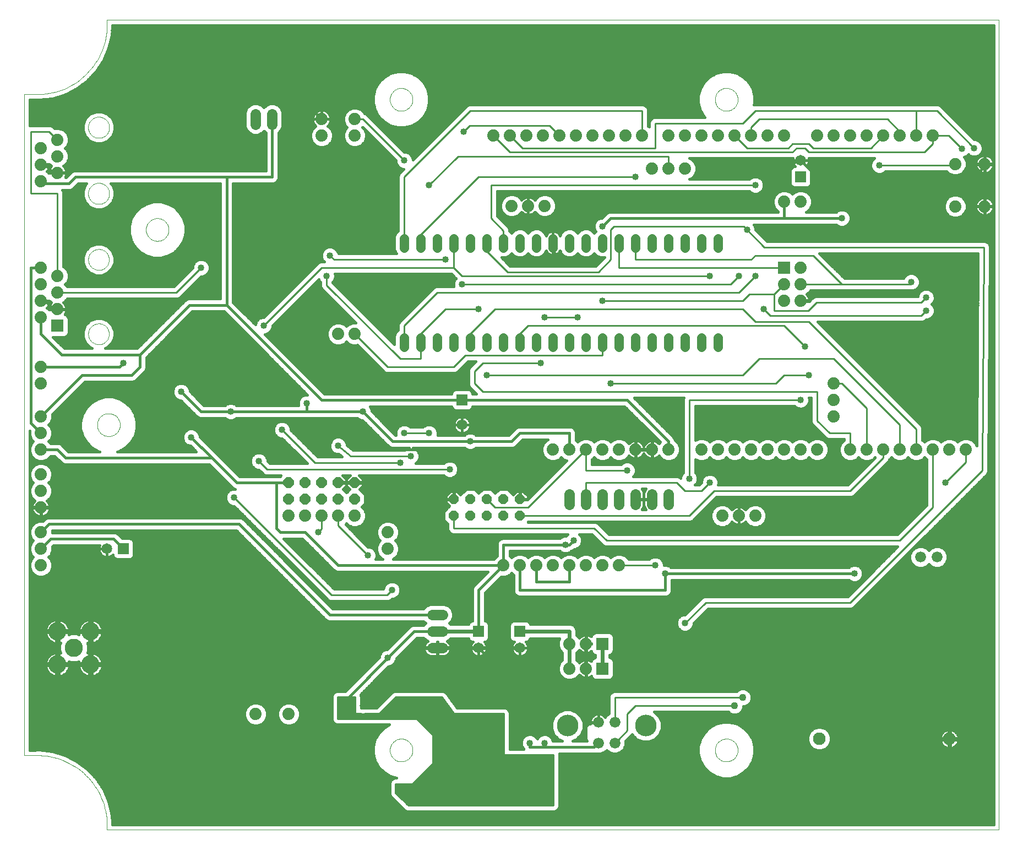
<source format=gbl>
G75*
G70*
%OFA0B0*%
%FSLAX24Y24*%
%IPPOS*%
%LPD*%
%AMOC8*
5,1,8,0,0,1.08239X$1,22.5*
%
%ADD10C,0.0560*%
%ADD11C,0.0740*%
%ADD12C,0.0660*%
%ADD13C,0.1306*%
%ADD14R,0.0650X0.0650*%
%ADD15C,0.0650*%
%ADD16C,0.0768*%
%ADD17OC8,0.0600*%
%ADD18C,0.0634*%
%ADD19R,0.0740X0.0740*%
%ADD20C,0.0240*%
%ADD21C,0.0640*%
%ADD22C,0.1100*%
%ADD23OC8,0.0640*%
%ADD24C,0.0000*%
%ADD25C,0.0100*%
%ADD26C,0.0400*%
%ADD27C,0.0150*%
%ADD28C,0.0160*%
%ADD29C,0.0600*%
%ADD30C,0.0436*%
D10*
X026175Y032395D02*
X026175Y032955D01*
X027175Y032955D02*
X027175Y032395D01*
X028175Y032395D02*
X028175Y032955D01*
X029175Y032955D02*
X029175Y032395D01*
X030175Y032395D02*
X030175Y032955D01*
X031175Y032955D02*
X031175Y032395D01*
X032175Y032395D02*
X032175Y032955D01*
X033175Y032955D02*
X033175Y032395D01*
X034175Y032395D02*
X034175Y032955D01*
X035175Y032955D02*
X035175Y032395D01*
X036175Y032395D02*
X036175Y032955D01*
X037175Y032955D02*
X037175Y032395D01*
X038175Y032395D02*
X038175Y032955D01*
X039175Y032955D02*
X039175Y032395D01*
X040175Y032395D02*
X040175Y032955D01*
X041175Y032955D02*
X041175Y032395D01*
X042175Y032395D02*
X042175Y032955D01*
X043175Y032955D02*
X043175Y032395D01*
X044175Y032395D02*
X044175Y032955D01*
X045175Y032955D02*
X045175Y032395D01*
X045175Y038395D02*
X045175Y038955D01*
X044175Y038955D02*
X044175Y038395D01*
X043175Y038395D02*
X043175Y038955D01*
X042175Y038955D02*
X042175Y038395D01*
X041175Y038395D02*
X041175Y038955D01*
X040175Y038955D02*
X040175Y038395D01*
X039175Y038395D02*
X039175Y038955D01*
X038175Y038955D02*
X038175Y038395D01*
X037175Y038395D02*
X037175Y038955D01*
X036175Y038955D02*
X036175Y038395D01*
X035175Y038395D02*
X035175Y038955D01*
X034175Y038955D02*
X034175Y038395D01*
X033175Y038395D02*
X033175Y038955D01*
X032175Y038955D02*
X032175Y038395D01*
X031175Y038395D02*
X031175Y038955D01*
X030175Y038955D02*
X030175Y038395D01*
X029175Y038395D02*
X029175Y038955D01*
X028175Y038955D02*
X028175Y038395D01*
X027175Y038395D02*
X027175Y038955D01*
X026175Y038955D02*
X026175Y038395D01*
D11*
X032675Y040925D03*
X033675Y040925D03*
X034675Y040925D03*
X034575Y045175D03*
X033575Y045175D03*
X032575Y045175D03*
X031575Y045175D03*
X035575Y045175D03*
X036575Y045175D03*
X037575Y045175D03*
X038575Y045175D03*
X039575Y045175D03*
X040575Y045175D03*
X042175Y045175D03*
X043175Y045175D03*
X044175Y045175D03*
X045175Y045175D03*
X046175Y045175D03*
X047175Y045175D03*
X048175Y045175D03*
X049175Y045175D03*
X051175Y045175D03*
X052175Y045175D03*
X053175Y045175D03*
X054175Y045175D03*
X055175Y045175D03*
X056175Y045175D03*
X057175Y045175D03*
X058175Y045175D03*
X059535Y043455D03*
X061315Y043455D03*
X061315Y040895D03*
X059535Y040895D03*
X050175Y041175D03*
X049175Y041175D03*
X043175Y043175D03*
X042175Y043175D03*
X041175Y043175D03*
X050175Y037175D03*
X050175Y036175D03*
X049175Y036175D03*
X049175Y035175D03*
X050175Y035175D03*
X052175Y030175D03*
X052175Y029175D03*
X052175Y028175D03*
X051175Y026175D03*
X050175Y026175D03*
X049175Y026175D03*
X048175Y026175D03*
X047175Y026175D03*
X046175Y026175D03*
X045175Y026175D03*
X044175Y026175D03*
X042175Y026175D03*
X041175Y026175D03*
X040175Y026175D03*
X039175Y026175D03*
X038175Y026175D03*
X037175Y026175D03*
X036175Y026175D03*
X035175Y026175D03*
X045425Y022175D03*
X046425Y022175D03*
X047425Y022175D03*
X053175Y026175D03*
X054175Y026175D03*
X055175Y026175D03*
X056175Y026175D03*
X057175Y026175D03*
X058175Y026175D03*
X059175Y026175D03*
X060175Y026175D03*
X039175Y019175D03*
X038175Y019175D03*
X037175Y019175D03*
X036175Y019175D03*
X035175Y019175D03*
X034175Y019175D03*
X033175Y019175D03*
X032175Y019175D03*
X036175Y014425D03*
X037175Y014425D03*
X037175Y012925D03*
X036175Y012925D03*
X025175Y020175D03*
X025175Y021175D03*
X023175Y022175D03*
X022175Y022175D03*
X021175Y022175D03*
X020175Y022175D03*
X019175Y022175D03*
X004175Y022675D03*
X004175Y023675D03*
X004175Y024675D03*
X004175Y026175D03*
X004175Y027175D03*
X004175Y028175D03*
X004175Y030175D03*
X004175Y031175D03*
X004175Y034175D03*
X005175Y034675D03*
X004175Y035175D03*
X005175Y035675D03*
X004175Y036175D03*
X005175Y036675D03*
X004175Y037175D03*
X004175Y042425D03*
X005175Y042925D03*
X004175Y043425D03*
X005175Y043925D03*
X004175Y044425D03*
X005175Y044925D03*
X021175Y045175D03*
X021175Y046175D03*
X023175Y046175D03*
X023175Y045175D03*
X023175Y033175D03*
X022175Y033175D03*
X004175Y021175D03*
X004175Y020175D03*
X004175Y019175D03*
X017175Y010175D03*
X019175Y010175D03*
D12*
X037933Y009675D03*
X038917Y009675D03*
X038917Y008415D03*
X037933Y008415D03*
X057425Y019675D03*
X058425Y019675D03*
D13*
X040795Y009478D03*
X036055Y009478D03*
D14*
X033175Y015175D03*
X030675Y015175D03*
X009175Y020175D03*
X029675Y029175D03*
X050175Y042675D03*
D15*
X050175Y043675D03*
X029675Y027675D03*
X008175Y020175D03*
X030675Y014175D03*
X033175Y014175D03*
D16*
X051301Y008675D03*
X059175Y008675D03*
D17*
X033175Y022175D03*
X033175Y023175D03*
X032175Y023175D03*
X032175Y022175D03*
X031175Y022175D03*
X031175Y023175D03*
X030175Y023175D03*
X030175Y022175D03*
X029175Y022175D03*
X029175Y023175D03*
D18*
X036175Y022858D02*
X036175Y023492D01*
X037175Y023492D02*
X037175Y022858D01*
X038175Y022858D02*
X038175Y023492D01*
X039175Y023492D02*
X039175Y022858D01*
X040175Y022858D02*
X040175Y023492D01*
X041175Y023492D02*
X041175Y022858D01*
X042175Y022858D02*
X042175Y023492D01*
X018175Y045858D02*
X018175Y046492D01*
X017175Y046492D02*
X017175Y045858D01*
D19*
X005175Y033675D03*
X038175Y014425D03*
X038175Y012925D03*
X049175Y037175D03*
D20*
X036175Y015175D02*
X033175Y015175D01*
X033175Y014175D02*
X030675Y014175D01*
X028175Y014175D01*
X027175Y014175D01*
X028175Y015175D02*
X030675Y015175D01*
X036175Y015175D02*
X036175Y014425D01*
X036175Y012925D01*
X037175Y012925D02*
X037175Y014425D01*
X038175Y014425D02*
X038175Y012925D01*
D21*
X028495Y014175D02*
X027855Y014175D01*
X027855Y015175D02*
X028495Y015175D01*
X028495Y016175D02*
X027855Y016175D01*
D22*
X007175Y015175D03*
X006175Y014175D03*
X005175Y013175D03*
X007175Y013175D03*
X005175Y015175D03*
D23*
X019175Y023175D03*
X019175Y024175D03*
X020175Y024175D03*
X021175Y024175D03*
X022175Y024175D03*
X023175Y024175D03*
X023175Y023175D03*
X022175Y023175D03*
X021175Y023175D03*
X020175Y023175D03*
D24*
X003675Y007675D02*
X003884Y007682D01*
X004093Y007679D01*
X004301Y007665D01*
X004509Y007642D01*
X004715Y007608D01*
X004919Y007564D01*
X005121Y007510D01*
X005320Y007447D01*
X005516Y007374D01*
X005708Y007291D01*
X005895Y007199D01*
X006078Y007097D01*
X006256Y006987D01*
X006428Y006869D01*
X006594Y006742D01*
X006753Y006607D01*
X006906Y006464D01*
X007051Y006314D01*
X007189Y006157D01*
X007320Y005994D01*
X007442Y005824D01*
X007555Y005649D01*
X007660Y005468D01*
X007756Y005282D01*
X007842Y005092D01*
X007919Y004898D01*
X007987Y004700D01*
X008044Y004499D01*
X008092Y004296D01*
X008130Y004090D01*
X008157Y003883D01*
X008175Y003675D01*
X008175Y003175D01*
X062175Y003175D01*
X062175Y052175D01*
X008175Y052175D01*
X008175Y051675D01*
X008158Y051473D01*
X008132Y051272D01*
X008096Y051073D01*
X008051Y050875D01*
X007996Y050680D01*
X007932Y050488D01*
X007859Y050299D01*
X007777Y050113D01*
X007687Y049932D01*
X007588Y049756D01*
X007480Y049584D01*
X007365Y049417D01*
X007242Y049256D01*
X007111Y049102D01*
X006973Y048953D01*
X006828Y048811D01*
X006677Y048677D01*
X006519Y048550D01*
X006355Y048430D01*
X006186Y048318D01*
X006012Y048215D01*
X005833Y048120D01*
X005650Y048033D01*
X005463Y047956D01*
X005272Y047887D01*
X005079Y047827D01*
X004882Y047777D01*
X004684Y047736D01*
X004484Y047705D01*
X004282Y047683D01*
X004080Y047671D01*
X003878Y047668D01*
X003675Y047675D01*
X003175Y047675D01*
X003175Y007675D01*
X003675Y007675D01*
X025301Y007990D02*
X025303Y008042D01*
X025309Y008094D01*
X025319Y008145D01*
X025332Y008195D01*
X025350Y008245D01*
X025371Y008292D01*
X025395Y008338D01*
X025424Y008382D01*
X025455Y008424D01*
X025489Y008463D01*
X025526Y008500D01*
X025566Y008533D01*
X025609Y008564D01*
X025653Y008591D01*
X025699Y008615D01*
X025748Y008635D01*
X025797Y008651D01*
X025848Y008664D01*
X025899Y008673D01*
X025951Y008678D01*
X026003Y008679D01*
X026055Y008676D01*
X026107Y008669D01*
X026158Y008658D01*
X026208Y008644D01*
X026257Y008625D01*
X026304Y008603D01*
X026349Y008578D01*
X026393Y008549D01*
X026434Y008517D01*
X026473Y008482D01*
X026508Y008444D01*
X026541Y008403D01*
X026571Y008361D01*
X026597Y008316D01*
X026620Y008269D01*
X026639Y008220D01*
X026655Y008170D01*
X026667Y008120D01*
X026675Y008068D01*
X026679Y008016D01*
X026679Y007964D01*
X026675Y007912D01*
X026667Y007860D01*
X026655Y007810D01*
X026639Y007760D01*
X026620Y007711D01*
X026597Y007664D01*
X026571Y007619D01*
X026541Y007577D01*
X026508Y007536D01*
X026473Y007498D01*
X026434Y007463D01*
X026393Y007431D01*
X026349Y007402D01*
X026304Y007377D01*
X026257Y007355D01*
X026208Y007336D01*
X026158Y007322D01*
X026107Y007311D01*
X026055Y007304D01*
X026003Y007301D01*
X025951Y007302D01*
X025899Y007307D01*
X025848Y007316D01*
X025797Y007329D01*
X025748Y007345D01*
X025699Y007365D01*
X025653Y007389D01*
X025609Y007416D01*
X025566Y007447D01*
X025526Y007480D01*
X025489Y007517D01*
X025455Y007556D01*
X025424Y007598D01*
X025395Y007642D01*
X025371Y007688D01*
X025350Y007735D01*
X025332Y007785D01*
X025319Y007835D01*
X025309Y007886D01*
X025303Y007938D01*
X025301Y007990D01*
X044986Y007990D02*
X044988Y008042D01*
X044994Y008094D01*
X045004Y008145D01*
X045017Y008195D01*
X045035Y008245D01*
X045056Y008292D01*
X045080Y008338D01*
X045109Y008382D01*
X045140Y008424D01*
X045174Y008463D01*
X045211Y008500D01*
X045251Y008533D01*
X045294Y008564D01*
X045338Y008591D01*
X045384Y008615D01*
X045433Y008635D01*
X045482Y008651D01*
X045533Y008664D01*
X045584Y008673D01*
X045636Y008678D01*
X045688Y008679D01*
X045740Y008676D01*
X045792Y008669D01*
X045843Y008658D01*
X045893Y008644D01*
X045942Y008625D01*
X045989Y008603D01*
X046034Y008578D01*
X046078Y008549D01*
X046119Y008517D01*
X046158Y008482D01*
X046193Y008444D01*
X046226Y008403D01*
X046256Y008361D01*
X046282Y008316D01*
X046305Y008269D01*
X046324Y008220D01*
X046340Y008170D01*
X046352Y008120D01*
X046360Y008068D01*
X046364Y008016D01*
X046364Y007964D01*
X046360Y007912D01*
X046352Y007860D01*
X046340Y007810D01*
X046324Y007760D01*
X046305Y007711D01*
X046282Y007664D01*
X046256Y007619D01*
X046226Y007577D01*
X046193Y007536D01*
X046158Y007498D01*
X046119Y007463D01*
X046078Y007431D01*
X046034Y007402D01*
X045989Y007377D01*
X045942Y007355D01*
X045893Y007336D01*
X045843Y007322D01*
X045792Y007311D01*
X045740Y007304D01*
X045688Y007301D01*
X045636Y007302D01*
X045584Y007307D01*
X045533Y007316D01*
X045482Y007329D01*
X045433Y007345D01*
X045384Y007365D01*
X045338Y007389D01*
X045294Y007416D01*
X045251Y007447D01*
X045211Y007480D01*
X045174Y007517D01*
X045140Y007556D01*
X045109Y007598D01*
X045080Y007642D01*
X045056Y007688D01*
X045035Y007735D01*
X045017Y007785D01*
X045004Y007835D01*
X044994Y007886D01*
X044988Y007938D01*
X044986Y007990D01*
X007584Y027675D02*
X007586Y027727D01*
X007592Y027779D01*
X007602Y027830D01*
X007615Y027880D01*
X007633Y027930D01*
X007654Y027977D01*
X007678Y028023D01*
X007707Y028067D01*
X007738Y028109D01*
X007772Y028148D01*
X007809Y028185D01*
X007849Y028218D01*
X007892Y028249D01*
X007936Y028276D01*
X007982Y028300D01*
X008031Y028320D01*
X008080Y028336D01*
X008131Y028349D01*
X008182Y028358D01*
X008234Y028363D01*
X008286Y028364D01*
X008338Y028361D01*
X008390Y028354D01*
X008441Y028343D01*
X008491Y028329D01*
X008540Y028310D01*
X008587Y028288D01*
X008632Y028263D01*
X008676Y028234D01*
X008717Y028202D01*
X008756Y028167D01*
X008791Y028129D01*
X008824Y028088D01*
X008854Y028046D01*
X008880Y028001D01*
X008903Y027954D01*
X008922Y027905D01*
X008938Y027855D01*
X008950Y027805D01*
X008958Y027753D01*
X008962Y027701D01*
X008962Y027649D01*
X008958Y027597D01*
X008950Y027545D01*
X008938Y027495D01*
X008922Y027445D01*
X008903Y027396D01*
X008880Y027349D01*
X008854Y027304D01*
X008824Y027262D01*
X008791Y027221D01*
X008756Y027183D01*
X008717Y027148D01*
X008676Y027116D01*
X008632Y027087D01*
X008587Y027062D01*
X008540Y027040D01*
X008491Y027021D01*
X008441Y027007D01*
X008390Y026996D01*
X008338Y026989D01*
X008286Y026986D01*
X008234Y026987D01*
X008182Y026992D01*
X008131Y027001D01*
X008080Y027014D01*
X008031Y027030D01*
X007982Y027050D01*
X007936Y027074D01*
X007892Y027101D01*
X007849Y027132D01*
X007809Y027165D01*
X007772Y027202D01*
X007738Y027241D01*
X007707Y027283D01*
X007678Y027327D01*
X007654Y027373D01*
X007633Y027420D01*
X007615Y027470D01*
X007602Y027520D01*
X007592Y027571D01*
X007586Y027623D01*
X007584Y027675D01*
X007045Y033175D02*
X007047Y033225D01*
X007053Y033275D01*
X007063Y033324D01*
X007077Y033372D01*
X007094Y033419D01*
X007115Y033464D01*
X007140Y033508D01*
X007168Y033549D01*
X007200Y033588D01*
X007234Y033625D01*
X007271Y033659D01*
X007311Y033689D01*
X007353Y033716D01*
X007397Y033740D01*
X007443Y033761D01*
X007490Y033777D01*
X007538Y033790D01*
X007588Y033799D01*
X007637Y033804D01*
X007688Y033805D01*
X007738Y033802D01*
X007787Y033795D01*
X007836Y033784D01*
X007884Y033769D01*
X007930Y033751D01*
X007975Y033729D01*
X008018Y033703D01*
X008059Y033674D01*
X008098Y033642D01*
X008134Y033607D01*
X008166Y033569D01*
X008196Y033529D01*
X008223Y033486D01*
X008246Y033442D01*
X008265Y033396D01*
X008281Y033348D01*
X008293Y033299D01*
X008301Y033250D01*
X008305Y033200D01*
X008305Y033150D01*
X008301Y033100D01*
X008293Y033051D01*
X008281Y033002D01*
X008265Y032954D01*
X008246Y032908D01*
X008223Y032864D01*
X008196Y032821D01*
X008166Y032781D01*
X008134Y032743D01*
X008098Y032708D01*
X008059Y032676D01*
X008018Y032647D01*
X007975Y032621D01*
X007930Y032599D01*
X007884Y032581D01*
X007836Y032566D01*
X007787Y032555D01*
X007738Y032548D01*
X007688Y032545D01*
X007637Y032546D01*
X007588Y032551D01*
X007538Y032560D01*
X007490Y032573D01*
X007443Y032589D01*
X007397Y032610D01*
X007353Y032634D01*
X007311Y032661D01*
X007271Y032691D01*
X007234Y032725D01*
X007200Y032762D01*
X007168Y032801D01*
X007140Y032842D01*
X007115Y032886D01*
X007094Y032931D01*
X007077Y032978D01*
X007063Y033026D01*
X007053Y033075D01*
X007047Y033125D01*
X007045Y033175D01*
X007045Y037675D02*
X007047Y037725D01*
X007053Y037775D01*
X007063Y037824D01*
X007077Y037872D01*
X007094Y037919D01*
X007115Y037964D01*
X007140Y038008D01*
X007168Y038049D01*
X007200Y038088D01*
X007234Y038125D01*
X007271Y038159D01*
X007311Y038189D01*
X007353Y038216D01*
X007397Y038240D01*
X007443Y038261D01*
X007490Y038277D01*
X007538Y038290D01*
X007588Y038299D01*
X007637Y038304D01*
X007688Y038305D01*
X007738Y038302D01*
X007787Y038295D01*
X007836Y038284D01*
X007884Y038269D01*
X007930Y038251D01*
X007975Y038229D01*
X008018Y038203D01*
X008059Y038174D01*
X008098Y038142D01*
X008134Y038107D01*
X008166Y038069D01*
X008196Y038029D01*
X008223Y037986D01*
X008246Y037942D01*
X008265Y037896D01*
X008281Y037848D01*
X008293Y037799D01*
X008301Y037750D01*
X008305Y037700D01*
X008305Y037650D01*
X008301Y037600D01*
X008293Y037551D01*
X008281Y037502D01*
X008265Y037454D01*
X008246Y037408D01*
X008223Y037364D01*
X008196Y037321D01*
X008166Y037281D01*
X008134Y037243D01*
X008098Y037208D01*
X008059Y037176D01*
X008018Y037147D01*
X007975Y037121D01*
X007930Y037099D01*
X007884Y037081D01*
X007836Y037066D01*
X007787Y037055D01*
X007738Y037048D01*
X007688Y037045D01*
X007637Y037046D01*
X007588Y037051D01*
X007538Y037060D01*
X007490Y037073D01*
X007443Y037089D01*
X007397Y037110D01*
X007353Y037134D01*
X007311Y037161D01*
X007271Y037191D01*
X007234Y037225D01*
X007200Y037262D01*
X007168Y037301D01*
X007140Y037342D01*
X007115Y037386D01*
X007094Y037431D01*
X007077Y037478D01*
X007063Y037526D01*
X007053Y037575D01*
X007047Y037625D01*
X007045Y037675D01*
X010537Y039486D02*
X010539Y039538D01*
X010545Y039590D01*
X010555Y039641D01*
X010568Y039691D01*
X010586Y039741D01*
X010607Y039788D01*
X010631Y039834D01*
X010660Y039878D01*
X010691Y039920D01*
X010725Y039959D01*
X010762Y039996D01*
X010802Y040029D01*
X010845Y040060D01*
X010889Y040087D01*
X010935Y040111D01*
X010984Y040131D01*
X011033Y040147D01*
X011084Y040160D01*
X011135Y040169D01*
X011187Y040174D01*
X011239Y040175D01*
X011291Y040172D01*
X011343Y040165D01*
X011394Y040154D01*
X011444Y040140D01*
X011493Y040121D01*
X011540Y040099D01*
X011585Y040074D01*
X011629Y040045D01*
X011670Y040013D01*
X011709Y039978D01*
X011744Y039940D01*
X011777Y039899D01*
X011807Y039857D01*
X011833Y039812D01*
X011856Y039765D01*
X011875Y039716D01*
X011891Y039666D01*
X011903Y039616D01*
X011911Y039564D01*
X011915Y039512D01*
X011915Y039460D01*
X011911Y039408D01*
X011903Y039356D01*
X011891Y039306D01*
X011875Y039256D01*
X011856Y039207D01*
X011833Y039160D01*
X011807Y039115D01*
X011777Y039073D01*
X011744Y039032D01*
X011709Y038994D01*
X011670Y038959D01*
X011629Y038927D01*
X011585Y038898D01*
X011540Y038873D01*
X011493Y038851D01*
X011444Y038832D01*
X011394Y038818D01*
X011343Y038807D01*
X011291Y038800D01*
X011239Y038797D01*
X011187Y038798D01*
X011135Y038803D01*
X011084Y038812D01*
X011033Y038825D01*
X010984Y038841D01*
X010935Y038861D01*
X010889Y038885D01*
X010845Y038912D01*
X010802Y038943D01*
X010762Y038976D01*
X010725Y039013D01*
X010691Y039052D01*
X010660Y039094D01*
X010631Y039138D01*
X010607Y039184D01*
X010586Y039231D01*
X010568Y039281D01*
X010555Y039331D01*
X010545Y039382D01*
X010539Y039434D01*
X010537Y039486D01*
X007035Y041675D02*
X007037Y041725D01*
X007043Y041775D01*
X007053Y041824D01*
X007066Y041873D01*
X007084Y041920D01*
X007105Y041966D01*
X007129Y042009D01*
X007157Y042051D01*
X007188Y042091D01*
X007222Y042128D01*
X007259Y042162D01*
X007299Y042193D01*
X007341Y042221D01*
X007384Y042245D01*
X007430Y042266D01*
X007477Y042284D01*
X007526Y042297D01*
X007575Y042307D01*
X007625Y042313D01*
X007675Y042315D01*
X007725Y042313D01*
X007775Y042307D01*
X007824Y042297D01*
X007873Y042284D01*
X007920Y042266D01*
X007966Y042245D01*
X008009Y042221D01*
X008051Y042193D01*
X008091Y042162D01*
X008128Y042128D01*
X008162Y042091D01*
X008193Y042051D01*
X008221Y042009D01*
X008245Y041966D01*
X008266Y041920D01*
X008284Y041873D01*
X008297Y041824D01*
X008307Y041775D01*
X008313Y041725D01*
X008315Y041675D01*
X008313Y041625D01*
X008307Y041575D01*
X008297Y041526D01*
X008284Y041477D01*
X008266Y041430D01*
X008245Y041384D01*
X008221Y041341D01*
X008193Y041299D01*
X008162Y041259D01*
X008128Y041222D01*
X008091Y041188D01*
X008051Y041157D01*
X008009Y041129D01*
X007966Y041105D01*
X007920Y041084D01*
X007873Y041066D01*
X007824Y041053D01*
X007775Y041043D01*
X007725Y041037D01*
X007675Y041035D01*
X007625Y041037D01*
X007575Y041043D01*
X007526Y041053D01*
X007477Y041066D01*
X007430Y041084D01*
X007384Y041105D01*
X007341Y041129D01*
X007299Y041157D01*
X007259Y041188D01*
X007222Y041222D01*
X007188Y041259D01*
X007157Y041299D01*
X007129Y041341D01*
X007105Y041384D01*
X007084Y041430D01*
X007066Y041477D01*
X007053Y041526D01*
X007043Y041575D01*
X007037Y041625D01*
X007035Y041675D01*
X007035Y045675D02*
X007037Y045725D01*
X007043Y045775D01*
X007053Y045824D01*
X007066Y045873D01*
X007084Y045920D01*
X007105Y045966D01*
X007129Y046009D01*
X007157Y046051D01*
X007188Y046091D01*
X007222Y046128D01*
X007259Y046162D01*
X007299Y046193D01*
X007341Y046221D01*
X007384Y046245D01*
X007430Y046266D01*
X007477Y046284D01*
X007526Y046297D01*
X007575Y046307D01*
X007625Y046313D01*
X007675Y046315D01*
X007725Y046313D01*
X007775Y046307D01*
X007824Y046297D01*
X007873Y046284D01*
X007920Y046266D01*
X007966Y046245D01*
X008009Y046221D01*
X008051Y046193D01*
X008091Y046162D01*
X008128Y046128D01*
X008162Y046091D01*
X008193Y046051D01*
X008221Y046009D01*
X008245Y045966D01*
X008266Y045920D01*
X008284Y045873D01*
X008297Y045824D01*
X008307Y045775D01*
X008313Y045725D01*
X008315Y045675D01*
X008313Y045625D01*
X008307Y045575D01*
X008297Y045526D01*
X008284Y045477D01*
X008266Y045430D01*
X008245Y045384D01*
X008221Y045341D01*
X008193Y045299D01*
X008162Y045259D01*
X008128Y045222D01*
X008091Y045188D01*
X008051Y045157D01*
X008009Y045129D01*
X007966Y045105D01*
X007920Y045084D01*
X007873Y045066D01*
X007824Y045053D01*
X007775Y045043D01*
X007725Y045037D01*
X007675Y045035D01*
X007625Y045037D01*
X007575Y045043D01*
X007526Y045053D01*
X007477Y045066D01*
X007430Y045084D01*
X007384Y045105D01*
X007341Y045129D01*
X007299Y045157D01*
X007259Y045188D01*
X007222Y045222D01*
X007188Y045259D01*
X007157Y045299D01*
X007129Y045341D01*
X007105Y045384D01*
X007084Y045430D01*
X007066Y045477D01*
X007053Y045526D01*
X007043Y045575D01*
X007037Y045625D01*
X007035Y045675D01*
X025301Y047360D02*
X025303Y047412D01*
X025309Y047464D01*
X025319Y047515D01*
X025332Y047565D01*
X025350Y047615D01*
X025371Y047662D01*
X025395Y047708D01*
X025424Y047752D01*
X025455Y047794D01*
X025489Y047833D01*
X025526Y047870D01*
X025566Y047903D01*
X025609Y047934D01*
X025653Y047961D01*
X025699Y047985D01*
X025748Y048005D01*
X025797Y048021D01*
X025848Y048034D01*
X025899Y048043D01*
X025951Y048048D01*
X026003Y048049D01*
X026055Y048046D01*
X026107Y048039D01*
X026158Y048028D01*
X026208Y048014D01*
X026257Y047995D01*
X026304Y047973D01*
X026349Y047948D01*
X026393Y047919D01*
X026434Y047887D01*
X026473Y047852D01*
X026508Y047814D01*
X026541Y047773D01*
X026571Y047731D01*
X026597Y047686D01*
X026620Y047639D01*
X026639Y047590D01*
X026655Y047540D01*
X026667Y047490D01*
X026675Y047438D01*
X026679Y047386D01*
X026679Y047334D01*
X026675Y047282D01*
X026667Y047230D01*
X026655Y047180D01*
X026639Y047130D01*
X026620Y047081D01*
X026597Y047034D01*
X026571Y046989D01*
X026541Y046947D01*
X026508Y046906D01*
X026473Y046868D01*
X026434Y046833D01*
X026393Y046801D01*
X026349Y046772D01*
X026304Y046747D01*
X026257Y046725D01*
X026208Y046706D01*
X026158Y046692D01*
X026107Y046681D01*
X026055Y046674D01*
X026003Y046671D01*
X025951Y046672D01*
X025899Y046677D01*
X025848Y046686D01*
X025797Y046699D01*
X025748Y046715D01*
X025699Y046735D01*
X025653Y046759D01*
X025609Y046786D01*
X025566Y046817D01*
X025526Y046850D01*
X025489Y046887D01*
X025455Y046926D01*
X025424Y046968D01*
X025395Y047012D01*
X025371Y047058D01*
X025350Y047105D01*
X025332Y047155D01*
X025319Y047205D01*
X025309Y047256D01*
X025303Y047308D01*
X025301Y047360D01*
X044986Y047360D02*
X044988Y047412D01*
X044994Y047464D01*
X045004Y047515D01*
X045017Y047565D01*
X045035Y047615D01*
X045056Y047662D01*
X045080Y047708D01*
X045109Y047752D01*
X045140Y047794D01*
X045174Y047833D01*
X045211Y047870D01*
X045251Y047903D01*
X045294Y047934D01*
X045338Y047961D01*
X045384Y047985D01*
X045433Y048005D01*
X045482Y048021D01*
X045533Y048034D01*
X045584Y048043D01*
X045636Y048048D01*
X045688Y048049D01*
X045740Y048046D01*
X045792Y048039D01*
X045843Y048028D01*
X045893Y048014D01*
X045942Y047995D01*
X045989Y047973D01*
X046034Y047948D01*
X046078Y047919D01*
X046119Y047887D01*
X046158Y047852D01*
X046193Y047814D01*
X046226Y047773D01*
X046256Y047731D01*
X046282Y047686D01*
X046305Y047639D01*
X046324Y047590D01*
X046340Y047540D01*
X046352Y047490D01*
X046360Y047438D01*
X046364Y047386D01*
X046364Y047334D01*
X046360Y047282D01*
X046352Y047230D01*
X046340Y047180D01*
X046324Y047130D01*
X046305Y047081D01*
X046282Y047034D01*
X046256Y046989D01*
X046226Y046947D01*
X046193Y046906D01*
X046158Y046868D01*
X046119Y046833D01*
X046078Y046801D01*
X046034Y046772D01*
X045989Y046747D01*
X045942Y046725D01*
X045893Y046706D01*
X045843Y046692D01*
X045792Y046681D01*
X045740Y046674D01*
X045688Y046671D01*
X045636Y046672D01*
X045584Y046677D01*
X045533Y046686D01*
X045482Y046699D01*
X045433Y046715D01*
X045384Y046735D01*
X045338Y046759D01*
X045294Y046786D01*
X045251Y046817D01*
X045211Y046850D01*
X045174Y046887D01*
X045140Y046926D01*
X045109Y046968D01*
X045080Y047012D01*
X045056Y047058D01*
X045035Y047105D01*
X045017Y047155D01*
X045004Y047205D01*
X044994Y047256D01*
X044988Y047308D01*
X044986Y047360D01*
D25*
X046675Y045925D02*
X047425Y046675D01*
X057175Y046675D01*
X058425Y046675D01*
X060675Y044425D01*
X059925Y044375D02*
X059125Y045175D01*
X058175Y045175D01*
X058175Y044675D01*
X057675Y044175D01*
X050675Y044175D01*
X050425Y044425D01*
X049925Y044425D01*
X049675Y044175D01*
X032575Y044175D01*
X031575Y045175D01*
X032575Y045175D02*
X033325Y044425D01*
X041375Y044425D01*
X041375Y045925D01*
X046675Y045925D01*
X047175Y045675D02*
X047175Y045175D01*
X047175Y045675D02*
X047675Y046175D01*
X055425Y046175D01*
X056175Y045425D01*
X056175Y045175D01*
X055175Y045175D02*
X054425Y044425D01*
X050925Y044425D01*
X050675Y044675D01*
X049675Y044675D01*
X049425Y044425D01*
X046925Y044425D01*
X046175Y045175D01*
X042175Y043925D02*
X042175Y043175D01*
X042175Y043925D02*
X029425Y043925D01*
X027675Y042175D01*
X026175Y042675D02*
X026175Y038675D01*
X027175Y038675D02*
X027175Y039175D01*
X030675Y042675D01*
X040175Y042675D01*
X040575Y045175D02*
X040575Y046675D01*
X030175Y046675D01*
X026175Y042675D01*
X026175Y043675D02*
X023675Y046175D01*
X023175Y046175D01*
X029775Y045425D02*
X030125Y045775D01*
X034975Y045775D01*
X035575Y045175D01*
X031425Y042175D02*
X047425Y042175D01*
X046725Y039675D02*
X038875Y039675D01*
X038675Y039475D01*
X038675Y037675D01*
X037925Y036925D01*
X032425Y036925D01*
X031175Y038175D01*
X031175Y038675D01*
X032175Y038675D02*
X032175Y039425D01*
X031425Y040175D01*
X031425Y042175D01*
X029175Y038675D02*
X029175Y037175D01*
X029675Y036675D01*
X044675Y036675D01*
X045925Y036175D02*
X029675Y036175D01*
X029175Y037175D02*
X021175Y037175D01*
X017675Y033675D01*
X021475Y036125D02*
X021475Y036675D01*
X021475Y036125D02*
X025925Y031675D01*
X027175Y031675D01*
X027175Y032675D01*
X027175Y033175D01*
X028675Y034675D01*
X030675Y034675D01*
X031675Y034675D02*
X030175Y033175D01*
X030175Y032675D01*
X029875Y031875D02*
X029175Y031175D01*
X025175Y031175D01*
X023175Y033175D01*
X026175Y033675D02*
X026175Y032675D01*
X026175Y033675D02*
X028175Y035675D01*
X046425Y035675D01*
X047425Y036675D01*
X046425Y036675D02*
X045925Y036175D01*
X046675Y035175D02*
X047075Y035575D01*
X048575Y035575D01*
X049175Y036175D01*
X048575Y035575D02*
X048575Y034575D01*
X050625Y034575D01*
X051125Y035075D01*
X057475Y035075D01*
X057775Y035375D01*
X057775Y034575D02*
X057475Y034275D01*
X048325Y034275D01*
X047925Y034675D01*
X047425Y033925D02*
X046675Y034675D01*
X031675Y034675D01*
X033175Y033175D02*
X033675Y033675D01*
X049175Y033675D01*
X050425Y032425D01*
X052175Y031675D02*
X047675Y031675D01*
X046675Y030675D01*
X031175Y030675D01*
X030425Y030925D02*
X030425Y030175D01*
X030925Y029675D01*
X051175Y029675D01*
X051175Y027925D01*
X051925Y027175D01*
X053175Y027175D01*
X053175Y026175D01*
X054175Y026175D02*
X054175Y028675D01*
X052675Y030175D01*
X052175Y030175D01*
X050675Y030675D02*
X049175Y030675D01*
X048675Y030175D01*
X038675Y030175D01*
X038175Y031875D02*
X038175Y032675D01*
X038175Y031875D02*
X029875Y031875D01*
X030425Y030925D02*
X030925Y031425D01*
X034425Y031425D01*
X033175Y032675D02*
X033175Y033175D01*
X034675Y034175D02*
X036675Y034175D01*
X038175Y035175D02*
X046675Y035175D01*
X047425Y033925D02*
X050675Y033925D01*
X057175Y027425D01*
X057175Y026175D01*
X056175Y026175D02*
X056175Y027675D01*
X052175Y031675D01*
X050175Y029175D02*
X043425Y029175D01*
X043425Y024425D01*
X043175Y023675D02*
X042675Y024175D01*
X037175Y024175D01*
X037175Y023175D01*
X037675Y021425D02*
X038425Y020675D01*
X056175Y020675D01*
X058175Y022675D01*
X058175Y026175D01*
X060175Y026175D02*
X060175Y025425D01*
X058925Y024175D01*
X061175Y024925D02*
X061275Y038425D01*
X047975Y038425D01*
X046925Y039475D01*
X046725Y039675D01*
X047425Y037925D02*
X047175Y037675D01*
X040175Y037675D01*
X040175Y038675D01*
X039175Y038675D02*
X039175Y037175D01*
X049175Y037175D01*
X050175Y036175D02*
X052675Y036175D01*
X050925Y037925D01*
X047425Y037925D01*
X052675Y036175D02*
X056775Y036175D01*
X056875Y036325D01*
X054925Y043375D02*
X059475Y043375D01*
X059535Y043455D01*
X057175Y045175D02*
X057175Y046675D01*
X028675Y037675D02*
X021925Y037675D01*
X021675Y037925D01*
X013875Y037175D02*
X012375Y035675D01*
X005175Y035675D01*
X005175Y036675D02*
X005175Y041675D01*
X003575Y041675D01*
X003575Y045425D01*
X004675Y045425D01*
X005175Y044925D01*
X018775Y027375D02*
X020775Y025375D01*
X025925Y025375D01*
X026575Y025775D02*
X022925Y025775D01*
X022175Y026425D01*
X026175Y027175D02*
X027675Y027175D01*
X028925Y024975D02*
X017875Y024975D01*
X017375Y025475D01*
X015875Y023275D02*
X021775Y017375D01*
X025125Y017375D01*
X025425Y017675D01*
X023975Y019775D02*
X022175Y021575D01*
X022175Y022175D01*
X021175Y022175D02*
X021175Y021375D01*
X020975Y021175D01*
X029175Y021425D02*
X029175Y022175D01*
X029175Y021425D02*
X037675Y021425D01*
X039175Y019175D02*
X041375Y019175D01*
X044425Y016925D02*
X053175Y016925D01*
X061175Y024925D01*
X055175Y025675D02*
X055175Y026175D01*
X055175Y025675D02*
X053175Y023675D01*
X044925Y023675D01*
X043425Y022175D01*
X033175Y022175D01*
X033675Y022675D02*
X037175Y026175D01*
X037175Y024925D01*
X039675Y024925D01*
X043175Y023675D02*
X044175Y023675D01*
X044675Y024175D01*
X033675Y022675D02*
X031675Y022675D01*
X031175Y023175D01*
X043175Y015675D02*
X044425Y016925D01*
X046675Y011175D02*
X038925Y011175D01*
X038925Y009675D01*
X038917Y009675D01*
X039675Y010175D02*
X039675Y009175D01*
X039165Y008665D01*
X038917Y008415D01*
X039675Y010175D02*
X040175Y010675D01*
X046175Y010675D01*
D26*
X043675Y008675D03*
X042675Y011925D03*
X043175Y015675D03*
X041975Y018675D03*
X041375Y019175D03*
X040175Y021425D03*
X036425Y020675D03*
X035925Y020425D03*
X043425Y024425D03*
X044675Y024175D03*
X039675Y024925D03*
X037925Y028575D03*
X038675Y030175D03*
X034425Y031425D03*
X031175Y030675D03*
X027675Y027175D03*
X026175Y027175D03*
X026575Y025775D03*
X025925Y025375D03*
X028925Y024975D03*
X030175Y026675D03*
X023675Y028475D03*
X021675Y026675D03*
X022175Y026425D03*
X020625Y026675D03*
X018775Y027375D03*
X020275Y028975D03*
X017675Y031175D03*
X015675Y033175D03*
X017675Y033675D03*
X019675Y034175D03*
X021475Y036675D03*
X021675Y037925D03*
X018675Y039675D03*
X013875Y037175D03*
X010175Y034675D03*
X009175Y031425D03*
X012675Y029675D03*
X010675Y028675D03*
X013275Y026925D03*
X015675Y028475D03*
X017375Y025475D03*
X015875Y023275D03*
X020975Y021175D03*
X023975Y019775D03*
X025425Y017675D03*
X025175Y013575D03*
X023675Y010675D03*
X022825Y010675D03*
X023175Y008675D03*
X017675Y008675D03*
X013175Y008675D03*
X010175Y010675D03*
X011175Y011925D03*
X011675Y012925D03*
X012925Y012925D03*
X014425Y012925D03*
X014425Y014000D03*
X014425Y015175D03*
X012925Y015175D03*
X011675Y015175D03*
X010175Y015175D03*
X010175Y017675D03*
X011925Y017675D03*
X011925Y019675D03*
X010175Y019675D03*
X008175Y017425D03*
X005175Y017675D03*
X006675Y022675D03*
X008675Y022675D03*
X016175Y020175D03*
X016925Y017175D03*
X016925Y015175D03*
X016925Y013925D03*
X016925Y012925D03*
X009175Y008675D03*
X008175Y010675D03*
X007175Y011925D03*
X004675Y008675D03*
X009175Y005175D03*
X024675Y004175D03*
X033775Y008425D03*
X034675Y008425D03*
X042675Y004175D03*
X052175Y004175D03*
X052675Y008675D03*
X061175Y004175D03*
X047675Y015675D03*
X053425Y018675D03*
X050425Y019425D03*
X050425Y021425D03*
X052925Y022925D03*
X051925Y024425D03*
X055675Y021425D03*
X058925Y024175D03*
X050175Y029175D03*
X050675Y030675D03*
X050425Y032425D03*
X052175Y033675D03*
X056425Y032925D03*
X058425Y031925D03*
X057775Y034575D03*
X057775Y035375D03*
X056875Y036325D03*
X052675Y040175D03*
X054925Y043375D03*
X059925Y044375D03*
X060675Y044425D03*
X061175Y051175D03*
X047425Y042175D03*
X046925Y039475D03*
X046425Y036675D03*
X047425Y036675D03*
X044675Y036675D03*
X047925Y034675D03*
X038175Y035175D03*
X036675Y034175D03*
X034675Y034175D03*
X030675Y034675D03*
X029675Y036175D03*
X028675Y037675D03*
X026175Y035675D03*
X036175Y037425D03*
X038175Y039675D03*
X040175Y042675D03*
X029775Y045425D03*
X026175Y043675D03*
X024425Y043175D03*
X027675Y042175D03*
X025675Y051175D03*
X016675Y051175D03*
X009175Y051175D03*
X004675Y046675D03*
X006675Y043675D03*
X012575Y044675D03*
X006675Y039675D03*
X035675Y051175D03*
X044175Y051175D03*
X056425Y016425D03*
X059425Y016425D03*
D27*
X061860Y016491D02*
X044507Y016491D01*
X044576Y016560D02*
X053248Y016560D01*
X053382Y016616D01*
X061432Y024666D01*
X061483Y024716D01*
X061483Y024717D01*
X061484Y024718D01*
X061512Y024784D01*
X061539Y024850D01*
X061539Y024851D01*
X061540Y024852D01*
X061540Y024924D01*
X061639Y038351D01*
X061640Y038352D01*
X061640Y038424D01*
X061641Y038495D01*
X061640Y038496D01*
X061640Y038498D01*
X061613Y038564D01*
X061586Y038629D01*
X061585Y038630D01*
X061584Y038632D01*
X061534Y038682D01*
X061484Y038733D01*
X061483Y038733D01*
X061482Y038734D01*
X061416Y038762D01*
X061350Y038789D01*
X061349Y038789D01*
X061348Y038790D01*
X061276Y038790D01*
X061205Y038791D01*
X061204Y038790D01*
X048126Y038790D01*
X047440Y039476D01*
X047440Y039577D01*
X047362Y039767D01*
X047343Y039785D01*
X052337Y039785D01*
X052383Y039738D01*
X052573Y039660D01*
X052777Y039660D01*
X052967Y039738D01*
X053112Y039883D01*
X053190Y040073D01*
X053190Y040277D01*
X053112Y040467D01*
X052967Y040612D01*
X052777Y040690D01*
X052573Y040690D01*
X052383Y040612D01*
X052337Y040565D01*
X050492Y040565D01*
X050563Y040594D01*
X050756Y040787D01*
X050860Y041039D01*
X050860Y041311D01*
X050756Y041563D01*
X050563Y041756D01*
X050311Y041860D01*
X050039Y041860D01*
X049787Y041756D01*
X049675Y041644D01*
X049563Y041756D01*
X049311Y041860D01*
X049039Y041860D01*
X048787Y041756D01*
X048594Y041563D01*
X048490Y041311D01*
X048490Y041039D01*
X048594Y040787D01*
X048785Y040596D01*
X048785Y040565D01*
X038597Y040565D01*
X038454Y040506D01*
X038138Y040190D01*
X038073Y040190D01*
X037883Y040112D01*
X037738Y039967D01*
X037660Y039777D01*
X037660Y039573D01*
X037738Y039383D01*
X037750Y039372D01*
X037675Y039296D01*
X037512Y039459D01*
X037293Y039550D01*
X037057Y039550D01*
X036838Y039459D01*
X036675Y039296D01*
X036512Y039459D01*
X036293Y039550D01*
X036057Y039550D01*
X035838Y039459D01*
X035671Y039292D01*
X035600Y039121D01*
X035597Y039130D01*
X035564Y039193D01*
X035522Y039251D01*
X035471Y039302D01*
X035413Y039344D01*
X035350Y039377D01*
X035282Y039399D01*
X035211Y039410D01*
X035180Y039410D01*
X035180Y038680D01*
X035170Y038680D01*
X035170Y039410D01*
X035139Y039410D01*
X035068Y039399D01*
X035000Y039377D01*
X034937Y039344D01*
X034879Y039302D01*
X034828Y039251D01*
X034786Y039193D01*
X034753Y039130D01*
X034750Y039121D01*
X034679Y039292D01*
X034512Y039459D01*
X034293Y039550D01*
X034057Y039550D01*
X033838Y039459D01*
X033675Y039296D01*
X033512Y039459D01*
X033293Y039550D01*
X033057Y039550D01*
X032838Y039459D01*
X032675Y039296D01*
X032540Y039431D01*
X032540Y039498D01*
X032484Y039632D01*
X032382Y039734D01*
X031790Y040326D01*
X031790Y041810D01*
X047062Y041810D01*
X047133Y041738D01*
X047323Y041660D01*
X047527Y041660D01*
X047717Y041738D01*
X047862Y041883D01*
X047940Y042073D01*
X047940Y042277D01*
X047862Y042467D01*
X047717Y042612D01*
X047527Y042690D01*
X047323Y042690D01*
X047133Y042612D01*
X047062Y042540D01*
X043432Y042540D01*
X043563Y042594D01*
X043756Y042787D01*
X043860Y043039D01*
X043860Y043311D01*
X043756Y043563D01*
X043563Y043756D01*
X043432Y043810D01*
X049693Y043810D01*
X049687Y043792D01*
X049675Y043714D01*
X049675Y043675D01*
X050175Y043675D01*
X051175Y042675D01*
X060675Y042675D01*
X061175Y043175D01*
X061315Y043455D01*
X061290Y043480D02*
X061290Y043430D01*
X060770Y043430D01*
X060770Y043412D01*
X060783Y043327D01*
X060810Y043246D01*
X060849Y043169D01*
X060899Y043100D01*
X060960Y043039D01*
X061029Y042989D01*
X061106Y042950D01*
X061187Y042923D01*
X061272Y042910D01*
X061290Y042910D01*
X061290Y043430D01*
X061340Y043430D01*
X061340Y043480D01*
X061290Y043480D01*
X061290Y044000D01*
X061272Y044000D01*
X061187Y043987D01*
X061106Y043960D01*
X061029Y043921D01*
X060960Y043871D01*
X060899Y043810D01*
X060849Y043741D01*
X060810Y043664D01*
X060783Y043583D01*
X060770Y043498D01*
X060770Y043480D01*
X061290Y043480D01*
X061290Y043518D02*
X061340Y043518D01*
X061340Y043480D02*
X061340Y044000D01*
X061358Y044000D01*
X061443Y043987D01*
X061524Y043960D01*
X061601Y043921D01*
X061670Y043871D01*
X061731Y043810D01*
X061781Y043741D01*
X061820Y043664D01*
X061847Y043583D01*
X061860Y043498D01*
X061860Y043480D01*
X061340Y043480D01*
X061340Y043430D02*
X061860Y043430D01*
X061860Y043412D01*
X061847Y043327D01*
X061820Y043246D01*
X061781Y043169D01*
X061731Y043100D01*
X061670Y043039D01*
X061601Y042989D01*
X061524Y042950D01*
X061443Y042923D01*
X061358Y042910D01*
X061340Y042910D01*
X061340Y043430D01*
X061340Y043370D02*
X061290Y043370D01*
X061290Y043221D02*
X061340Y043221D01*
X061340Y043073D02*
X061290Y043073D01*
X061290Y042924D02*
X061340Y042924D01*
X061445Y042924D02*
X061860Y042924D01*
X061860Y042776D02*
X059685Y042776D01*
X059671Y042770D02*
X059923Y042874D01*
X060116Y043067D01*
X060220Y043319D01*
X060220Y043591D01*
X060116Y043843D01*
X060078Y043881D01*
X060217Y043938D01*
X060325Y044047D01*
X060383Y043988D01*
X060573Y043910D01*
X060777Y043910D01*
X060967Y043988D01*
X061112Y044133D01*
X061190Y044323D01*
X061190Y044527D01*
X061112Y044717D01*
X060967Y044862D01*
X060777Y044940D01*
X060676Y044940D01*
X058734Y046882D01*
X058632Y046984D01*
X058498Y047040D01*
X047352Y047040D01*
X047341Y047035D01*
X047368Y047137D01*
X047368Y047583D01*
X047253Y048013D01*
X047030Y048400D01*
X046714Y048715D01*
X046328Y048938D01*
X045898Y049053D01*
X045452Y049053D01*
X045022Y048938D01*
X044636Y048715D01*
X044320Y048400D01*
X044097Y048013D01*
X043982Y047583D01*
X043982Y047137D01*
X044097Y046707D01*
X044320Y046321D01*
X044351Y046290D01*
X041302Y046290D01*
X041168Y046234D01*
X041066Y046132D01*
X041010Y045998D01*
X041010Y045709D01*
X040963Y045756D01*
X040940Y045765D01*
X040940Y046748D01*
X040884Y046882D01*
X040782Y046984D01*
X040648Y047040D01*
X030102Y047040D01*
X029968Y046984D01*
X026690Y043706D01*
X026690Y043777D01*
X026612Y043967D01*
X026467Y044112D01*
X026277Y044190D01*
X026176Y044190D01*
X023882Y046484D01*
X023769Y046531D01*
X023756Y046563D01*
X023563Y046756D01*
X023311Y046860D01*
X023039Y046860D01*
X022787Y046756D01*
X022594Y046563D01*
X022490Y046311D01*
X022490Y046039D01*
X022594Y045787D01*
X022706Y045675D01*
X022594Y045563D01*
X022490Y045311D01*
X022490Y045039D01*
X022594Y044787D01*
X022787Y044594D01*
X023039Y044490D01*
X023311Y044490D01*
X023563Y044594D01*
X023756Y044787D01*
X023860Y045039D01*
X023860Y045311D01*
X023756Y045563D01*
X023644Y045675D01*
X023651Y045683D01*
X025660Y043674D01*
X025660Y043573D01*
X025738Y043383D01*
X025883Y043238D01*
X026073Y043160D01*
X026144Y043160D01*
X025968Y042984D01*
X025866Y042882D01*
X025810Y042748D01*
X025810Y039431D01*
X025671Y039292D01*
X025580Y039073D01*
X025580Y038277D01*
X025671Y038058D01*
X025689Y038040D01*
X022185Y038040D01*
X022112Y038217D01*
X021967Y038362D01*
X021777Y038440D01*
X021573Y038440D01*
X021383Y038362D01*
X021238Y038217D01*
X021160Y038027D01*
X021160Y037823D01*
X021238Y037633D01*
X021332Y037540D01*
X021102Y037540D01*
X020968Y037484D01*
X017674Y034190D01*
X017573Y034190D01*
X017383Y034112D01*
X017238Y033967D01*
X017160Y033777D01*
X017160Y033742D01*
X015815Y035087D01*
X015815Y042285D01*
X018253Y042285D01*
X018396Y042344D01*
X018506Y042454D01*
X018565Y042597D01*
X018565Y045355D01*
X018711Y045500D01*
X018807Y045732D01*
X018807Y046618D01*
X018711Y046850D01*
X018533Y047028D01*
X018301Y047124D01*
X018049Y047124D01*
X017817Y047028D01*
X017675Y046885D01*
X017533Y047028D01*
X017301Y047124D01*
X017049Y047124D01*
X016817Y047028D01*
X016639Y046850D01*
X016543Y046618D01*
X016543Y045732D01*
X016639Y045500D01*
X016817Y045322D01*
X017049Y045226D01*
X017301Y045226D01*
X017533Y045322D01*
X017675Y045465D01*
X017785Y045355D01*
X017785Y043065D01*
X006197Y043065D01*
X006054Y043006D01*
X005713Y042665D01*
X005654Y042665D01*
X005680Y042716D01*
X005707Y042797D01*
X005720Y042882D01*
X005720Y042900D01*
X005200Y042900D01*
X005200Y042950D01*
X005720Y042950D01*
X005720Y042968D01*
X005707Y043053D01*
X005680Y043134D01*
X005641Y043211D01*
X005591Y043280D01*
X005537Y043334D01*
X005563Y043344D01*
X005756Y043537D01*
X005860Y043789D01*
X005860Y044061D01*
X005756Y044313D01*
X005644Y044425D01*
X005756Y044537D01*
X005860Y044789D01*
X005860Y045061D01*
X005756Y045313D01*
X005563Y045506D01*
X005311Y045610D01*
X005039Y045610D01*
X005016Y045600D01*
X004882Y045734D01*
X004748Y045790D01*
X003502Y045790D01*
X003490Y045785D01*
X003490Y047360D01*
X003666Y047360D01*
X004056Y047337D01*
X004851Y047429D01*
X005617Y047658D01*
X006332Y048017D01*
X006332Y048017D01*
X006974Y048495D01*
X007524Y049076D01*
X007524Y049076D01*
X007964Y049744D01*
X007964Y049744D01*
X008281Y050479D01*
X008466Y051257D01*
X008466Y051257D01*
X008486Y051604D01*
X008490Y051612D01*
X008490Y051666D01*
X008493Y051719D01*
X008490Y051728D01*
X008490Y051860D01*
X061860Y051860D01*
X061860Y003490D01*
X008490Y003490D01*
X008490Y003622D01*
X008493Y003631D01*
X008490Y003684D01*
X008490Y003738D01*
X008486Y003746D01*
X008466Y004093D01*
X008281Y004871D01*
X008281Y004871D01*
X007964Y005606D01*
X007524Y006274D01*
X006974Y006855D01*
X006974Y006855D01*
X006332Y007333D01*
X005617Y007692D01*
X004851Y007921D01*
X004851Y007921D01*
X004056Y008013D01*
X004056Y008013D01*
X003666Y007990D01*
X003490Y007990D01*
X003490Y027308D01*
X003490Y027039D01*
X003594Y026787D01*
X003706Y026675D01*
X003594Y026563D01*
X003490Y026311D01*
X003490Y026039D01*
X003594Y025787D01*
X003787Y025594D01*
X004039Y025490D01*
X004311Y025490D01*
X004563Y025594D01*
X004754Y025785D01*
X005013Y025785D01*
X005454Y025344D01*
X005597Y025285D01*
X014363Y025285D01*
X015694Y023954D01*
X015804Y023844D01*
X015935Y023790D01*
X015773Y023790D01*
X015583Y023712D01*
X015438Y023567D01*
X015360Y023377D01*
X015360Y023173D01*
X015438Y022983D01*
X015583Y022838D01*
X015773Y022760D01*
X015874Y022760D01*
X021466Y017168D01*
X021568Y017066D01*
X021702Y017010D01*
X025198Y017010D01*
X025332Y017066D01*
X025426Y017160D01*
X025527Y017160D01*
X025717Y017238D01*
X025862Y017383D01*
X025940Y017573D01*
X025940Y017777D01*
X025862Y017967D01*
X025717Y018112D01*
X025527Y018190D01*
X025323Y018190D01*
X025133Y018112D01*
X024988Y017967D01*
X024910Y017777D01*
X024910Y017740D01*
X021926Y017740D01*
X018881Y020785D01*
X020013Y020785D01*
X021844Y018954D01*
X021954Y018844D01*
X022097Y018785D01*
X031233Y018785D01*
X030454Y018006D01*
X030344Y017896D01*
X030285Y017753D01*
X030285Y015814D01*
X030172Y015767D01*
X030083Y015678D01*
X030055Y015610D01*
X028958Y015610D01*
X028893Y015675D01*
X029033Y015815D01*
X029130Y016049D01*
X029130Y016301D01*
X029033Y016535D01*
X028855Y016713D01*
X028621Y016810D01*
X027729Y016810D01*
X027495Y016713D01*
X027347Y016565D01*
X021837Y016565D01*
X016396Y022006D01*
X016253Y022065D01*
X004597Y022065D01*
X004454Y022006D01*
X004308Y021860D01*
X004039Y021860D01*
X003787Y021756D01*
X003594Y021563D01*
X003490Y021311D01*
X003490Y021039D01*
X003594Y020787D01*
X003706Y020675D01*
X003594Y020563D01*
X003490Y020311D01*
X003490Y020039D01*
X003594Y019787D01*
X003706Y019675D01*
X003594Y019563D01*
X003490Y019311D01*
X003490Y019039D01*
X003594Y018787D01*
X003787Y018594D01*
X004039Y018490D01*
X004311Y018490D01*
X004563Y018594D01*
X004756Y018787D01*
X004860Y019039D01*
X004860Y019311D01*
X004756Y019563D01*
X004644Y019675D01*
X004756Y019787D01*
X004860Y020039D01*
X004860Y020308D01*
X004937Y020385D01*
X007721Y020385D01*
X007712Y020367D01*
X007687Y020292D01*
X007675Y020214D01*
X007675Y020175D01*
X008175Y020175D01*
X008175Y019675D01*
X008214Y019675D01*
X008292Y019687D01*
X008367Y019712D01*
X008437Y019747D01*
X008501Y019794D01*
X008535Y019828D01*
X008535Y019787D01*
X008583Y019672D01*
X008672Y019583D01*
X008787Y019535D01*
X009563Y019535D01*
X009678Y019583D01*
X009767Y019672D01*
X009815Y019787D01*
X009815Y020563D01*
X009767Y020678D01*
X009678Y020767D01*
X009563Y020815D01*
X009087Y020815D01*
X008796Y021106D01*
X008653Y021165D01*
X004860Y021165D01*
X004860Y021285D01*
X016013Y021285D01*
X021344Y015954D01*
X021454Y015844D01*
X021597Y015785D01*
X027347Y015785D01*
X027457Y015675D01*
X027347Y015565D01*
X026697Y015565D01*
X026554Y015506D01*
X026444Y015396D01*
X025138Y014090D01*
X025073Y014090D01*
X024883Y014012D01*
X024738Y013867D01*
X024660Y013677D01*
X024660Y013612D01*
X022613Y011565D01*
X022097Y011565D01*
X021954Y011506D01*
X021844Y011396D01*
X021785Y011253D01*
X021785Y009847D01*
X021844Y009704D01*
X021954Y009594D01*
X022097Y009535D01*
X025280Y009535D01*
X024950Y009345D01*
X024635Y009029D01*
X024412Y008643D01*
X024297Y008213D01*
X024297Y007767D01*
X024412Y007337D01*
X024635Y006950D01*
X024950Y006635D01*
X025337Y006412D01*
X025700Y006315D01*
X025597Y006315D01*
X025454Y006256D01*
X025344Y006146D01*
X025285Y006003D01*
X025285Y005347D01*
X025344Y005204D01*
X025454Y005094D01*
X026204Y004344D01*
X026347Y004285D01*
X035253Y004285D01*
X035396Y004344D01*
X035506Y004454D01*
X035565Y004597D01*
X035565Y007753D01*
X035552Y007785D01*
X037753Y007785D01*
X037761Y007788D01*
X037805Y007770D01*
X038061Y007770D01*
X038298Y007868D01*
X038425Y007995D01*
X038552Y007868D01*
X038789Y007770D01*
X039045Y007770D01*
X039282Y007868D01*
X039464Y008050D01*
X039562Y008287D01*
X039562Y008543D01*
X039561Y008545D01*
X039882Y008866D01*
X039966Y008950D01*
X039975Y008930D01*
X040247Y008658D01*
X040603Y008510D01*
X040988Y008510D01*
X041343Y008658D01*
X041616Y008930D01*
X041763Y009286D01*
X041763Y009671D01*
X041616Y010026D01*
X041343Y010299D01*
X041316Y010310D01*
X045786Y010310D01*
X045873Y010223D01*
X046069Y010142D01*
X046281Y010142D01*
X046477Y010223D01*
X046627Y010373D01*
X046708Y010569D01*
X046708Y010642D01*
X046781Y010642D01*
X046977Y010723D01*
X047127Y010873D01*
X047208Y011069D01*
X047208Y011281D01*
X047127Y011477D01*
X046977Y011627D01*
X046781Y011708D01*
X046569Y011708D01*
X046373Y011627D01*
X046286Y011540D01*
X038852Y011540D01*
X038718Y011484D01*
X038616Y011382D01*
X038560Y011248D01*
X038560Y010225D01*
X038552Y010222D01*
X038370Y010040D01*
X038342Y009971D01*
X038318Y010004D01*
X038262Y010060D01*
X038198Y010107D01*
X038127Y010143D01*
X038051Y010168D01*
X037973Y010180D01*
X037948Y010180D01*
X037948Y009691D01*
X037917Y009691D01*
X037917Y010180D01*
X037893Y010180D01*
X037815Y010168D01*
X037739Y010143D01*
X037668Y010107D01*
X037604Y010060D01*
X037548Y010004D01*
X037501Y009940D01*
X037465Y009869D01*
X037440Y009793D01*
X037428Y009715D01*
X037428Y009691D01*
X037917Y009691D01*
X037917Y009659D01*
X037428Y009659D01*
X037428Y009635D01*
X037435Y009590D01*
X037412Y009590D01*
X037297Y009542D01*
X037208Y009453D01*
X037160Y009338D01*
X037160Y008712D01*
X037208Y008597D01*
X037240Y008565D01*
X036379Y008565D01*
X036603Y008658D01*
X036875Y008930D01*
X037023Y009286D01*
X037023Y009671D01*
X036875Y010026D01*
X036603Y010299D01*
X036247Y010446D01*
X035862Y010446D01*
X035507Y010299D01*
X035234Y010026D01*
X035087Y009671D01*
X035087Y009286D01*
X035234Y008930D01*
X035507Y008658D01*
X035731Y008565D01*
X035174Y008565D01*
X035112Y008717D01*
X034967Y008862D01*
X034777Y008940D01*
X034573Y008940D01*
X034383Y008862D01*
X034238Y008717D01*
X034225Y008684D01*
X034212Y008717D01*
X034067Y008862D01*
X033877Y008940D01*
X033673Y008940D01*
X033483Y008862D01*
X033338Y008717D01*
X033260Y008527D01*
X033260Y008323D01*
X033338Y008133D01*
X033393Y008079D01*
X033398Y008065D01*
X032565Y008065D01*
X032565Y010253D01*
X032506Y010396D01*
X032396Y010506D01*
X032253Y010565D01*
X029370Y010565D01*
X028766Y011370D01*
X028756Y011396D01*
X028720Y011431D01*
X028690Y011471D01*
X028666Y011486D01*
X028646Y011506D01*
X028600Y011525D01*
X028557Y011550D01*
X028529Y011554D01*
X028503Y011565D01*
X028453Y011565D01*
X028403Y011572D01*
X028376Y011565D01*
X025597Y011565D01*
X025454Y011506D01*
X025344Y011396D01*
X024513Y010565D01*
X023565Y010565D01*
X023565Y011253D01*
X023518Y011366D01*
X025212Y013060D01*
X025277Y013060D01*
X025467Y013138D01*
X025612Y013283D01*
X025690Y013473D01*
X025690Y013538D01*
X026937Y014785D01*
X027347Y014785D01*
X027495Y014637D01*
X027593Y014596D01*
X027533Y014553D01*
X027477Y014497D01*
X027432Y014434D01*
X027396Y014365D01*
X027372Y014291D01*
X027360Y014214D01*
X027360Y014200D01*
X028150Y014200D01*
X028150Y014540D01*
X028200Y014540D01*
X028200Y014200D01*
X028150Y014200D01*
X028150Y014150D01*
X028200Y014150D01*
X028200Y014200D01*
X028990Y014200D01*
X028990Y014214D01*
X028978Y014291D01*
X028954Y014365D01*
X028918Y014434D01*
X028873Y014497D01*
X028817Y014553D01*
X028757Y014596D01*
X028855Y014637D01*
X028958Y014740D01*
X030055Y014740D01*
X030083Y014672D01*
X030172Y014583D01*
X030287Y014535D01*
X030328Y014535D01*
X030294Y014501D01*
X030247Y014437D01*
X030212Y014367D01*
X030187Y014292D01*
X030175Y014214D01*
X030175Y014175D01*
X030675Y014175D01*
X033175Y011675D01*
X037175Y011675D01*
X037925Y011675D01*
X037925Y009675D01*
X037933Y009675D01*
X037917Y009660D02*
X037023Y009660D01*
X037023Y009512D02*
X037266Y009512D01*
X037170Y009363D02*
X037023Y009363D01*
X036993Y009215D02*
X037160Y009215D01*
X037160Y009066D02*
X036932Y009066D01*
X036863Y008918D02*
X037160Y008918D01*
X037160Y008769D02*
X036714Y008769D01*
X036513Y008621D02*
X037198Y008621D01*
X037675Y008175D02*
X034675Y008175D01*
X033775Y008175D01*
X033775Y008425D01*
X033299Y008621D02*
X032565Y008621D01*
X032565Y008769D02*
X033391Y008769D01*
X033618Y008918D02*
X032565Y008918D01*
X032565Y009066D02*
X035178Y009066D01*
X035117Y009215D02*
X032565Y009215D01*
X032565Y009363D02*
X035087Y009363D01*
X035087Y009512D02*
X032565Y009512D01*
X032565Y009660D02*
X035087Y009660D01*
X035144Y009809D02*
X032565Y009809D01*
X032565Y009957D02*
X035206Y009957D01*
X035314Y010106D02*
X032565Y010106D01*
X032564Y010254D02*
X035462Y010254D01*
X035758Y010403D02*
X032499Y010403D01*
X032286Y010551D02*
X038560Y010551D01*
X038560Y010403D02*
X036352Y010403D01*
X036648Y010254D02*
X038560Y010254D01*
X038435Y010106D02*
X038199Y010106D01*
X037948Y010106D02*
X037917Y010106D01*
X037917Y009957D02*
X037948Y009957D01*
X037948Y009809D02*
X037917Y009809D01*
X037666Y010106D02*
X036796Y010106D01*
X036904Y009957D02*
X037514Y009957D01*
X037445Y009809D02*
X036966Y009809D01*
X037925Y008425D02*
X037933Y008415D01*
X037925Y008425D02*
X037675Y008175D01*
X038308Y007878D02*
X038542Y007878D01*
X039292Y007878D02*
X043982Y007878D01*
X043982Y007767D02*
X044097Y007337D01*
X044320Y006950D01*
X044636Y006635D01*
X045022Y006412D01*
X045452Y006297D01*
X045898Y006297D01*
X046328Y006412D01*
X046714Y006635D01*
X047030Y006950D01*
X047253Y007337D01*
X047368Y007767D01*
X047368Y008213D01*
X047253Y008643D01*
X047030Y009029D01*
X046714Y009345D01*
X046328Y009568D01*
X045898Y009683D01*
X045452Y009683D01*
X045022Y009568D01*
X044636Y009345D01*
X044320Y009029D01*
X044097Y008643D01*
X043982Y008213D01*
X043982Y007767D01*
X043992Y007729D02*
X035565Y007729D01*
X035565Y007581D02*
X044032Y007581D01*
X044072Y007432D02*
X035565Y007432D01*
X035565Y007284D02*
X044128Y007284D01*
X044213Y007135D02*
X035565Y007135D01*
X035565Y006987D02*
X044299Y006987D01*
X044432Y006838D02*
X035565Y006838D01*
X035565Y006690D02*
X044581Y006690D01*
X044798Y006541D02*
X035565Y006541D01*
X035565Y006393D02*
X045094Y006393D01*
X046256Y006393D02*
X061860Y006393D01*
X061860Y006541D02*
X046552Y006541D01*
X046769Y006690D02*
X061860Y006690D01*
X061860Y006838D02*
X046918Y006838D01*
X047051Y006987D02*
X061860Y006987D01*
X061860Y007135D02*
X047137Y007135D01*
X047222Y007284D02*
X061860Y007284D01*
X061860Y007432D02*
X047278Y007432D01*
X047318Y007581D02*
X061860Y007581D01*
X061860Y007729D02*
X047358Y007729D01*
X047368Y007878D02*
X061860Y007878D01*
X061860Y008026D02*
X051562Y008026D01*
X051440Y007976D02*
X051697Y008083D01*
X051893Y008279D01*
X052000Y008536D01*
X052000Y008814D01*
X051893Y009071D01*
X051697Y009267D01*
X051440Y009374D01*
X051162Y009374D01*
X050905Y009267D01*
X050709Y009071D01*
X050602Y008814D01*
X050602Y008536D01*
X050709Y008279D01*
X050905Y008083D01*
X051162Y007976D01*
X051440Y007976D01*
X051789Y008175D02*
X058925Y008175D01*
X058960Y008157D02*
X059044Y008130D01*
X059122Y008118D01*
X059122Y008622D01*
X058618Y008622D01*
X058630Y008544D01*
X058657Y008460D01*
X058697Y008382D01*
X058749Y008311D01*
X058811Y008249D01*
X058882Y008197D01*
X058960Y008157D01*
X059122Y008175D02*
X059228Y008175D01*
X059228Y008118D02*
X059306Y008130D01*
X059390Y008157D01*
X059468Y008197D01*
X059539Y008249D01*
X059601Y008311D01*
X059653Y008382D01*
X059693Y008460D01*
X059720Y008544D01*
X059732Y008622D01*
X059228Y008622D01*
X059228Y008728D01*
X059122Y008728D01*
X059122Y009232D01*
X059044Y009220D01*
X058960Y009193D01*
X058882Y009153D01*
X058811Y009101D01*
X058749Y009039D01*
X058697Y008968D01*
X058657Y008890D01*
X058630Y008806D01*
X058618Y008728D01*
X059122Y008728D01*
X059122Y008622D01*
X059228Y008622D01*
X059228Y008118D01*
X059425Y008175D02*
X061860Y008175D01*
X061860Y008324D02*
X059610Y008324D01*
X059697Y008472D02*
X061860Y008472D01*
X061860Y008621D02*
X059732Y008621D01*
X059732Y008728D02*
X059720Y008806D01*
X059693Y008890D01*
X059653Y008968D01*
X059601Y009039D01*
X059539Y009101D01*
X059468Y009153D01*
X059390Y009193D01*
X059306Y009220D01*
X059228Y009232D01*
X059228Y008728D01*
X059732Y008728D01*
X059726Y008769D02*
X061860Y008769D01*
X061860Y008918D02*
X059679Y008918D01*
X059574Y009066D02*
X061860Y009066D01*
X061860Y009215D02*
X059323Y009215D01*
X059228Y009215D02*
X059122Y009215D01*
X059027Y009215D02*
X051750Y009215D01*
X051895Y009066D02*
X058776Y009066D01*
X058671Y008918D02*
X051957Y008918D01*
X052000Y008769D02*
X058624Y008769D01*
X058618Y008621D02*
X052000Y008621D01*
X051973Y008472D02*
X058653Y008472D01*
X058740Y008324D02*
X051912Y008324D01*
X051040Y008026D02*
X047368Y008026D01*
X047368Y008175D02*
X050813Y008175D01*
X050690Y008324D02*
X047338Y008324D01*
X047299Y008472D02*
X050629Y008472D01*
X050602Y008621D02*
X047259Y008621D01*
X047180Y008769D02*
X050602Y008769D01*
X050645Y008918D02*
X047094Y008918D01*
X046993Y009066D02*
X050707Y009066D01*
X050852Y009215D02*
X046845Y009215D01*
X046683Y009363D02*
X051136Y009363D01*
X051466Y009363D02*
X061860Y009363D01*
X061860Y009512D02*
X046426Y009512D01*
X045983Y009660D02*
X061860Y009660D01*
X061860Y009809D02*
X041706Y009809D01*
X041763Y009660D02*
X045367Y009660D01*
X044924Y009512D02*
X041763Y009512D01*
X041763Y009363D02*
X044667Y009363D01*
X044505Y009215D02*
X041733Y009215D01*
X041672Y009066D02*
X044357Y009066D01*
X044256Y008918D02*
X041603Y008918D01*
X041455Y008769D02*
X044170Y008769D01*
X044091Y008621D02*
X041253Y008621D01*
X040337Y008621D02*
X039637Y008621D01*
X039562Y008472D02*
X044051Y008472D01*
X044012Y008324D02*
X039562Y008324D01*
X039516Y008175D02*
X043982Y008175D01*
X043982Y008026D02*
X039441Y008026D01*
X039785Y008769D02*
X040136Y008769D01*
X039987Y008918D02*
X039934Y008918D01*
X041388Y010254D02*
X045842Y010254D01*
X046508Y010254D02*
X061860Y010254D01*
X061860Y010106D02*
X041536Y010106D01*
X041644Y009957D02*
X061860Y009957D01*
X061860Y010403D02*
X046639Y010403D01*
X046701Y010551D02*
X061860Y010551D01*
X061860Y010700D02*
X046920Y010700D01*
X047102Y010848D02*
X061860Y010848D01*
X061860Y010997D02*
X047178Y010997D01*
X047208Y011145D02*
X061860Y011145D01*
X061860Y011294D02*
X047203Y011294D01*
X047141Y011442D02*
X061860Y011442D01*
X061860Y011591D02*
X047013Y011591D01*
X046337Y011591D02*
X023742Y011591D01*
X023891Y011739D02*
X061860Y011739D01*
X061860Y011888D02*
X024039Y011888D01*
X024188Y012036D02*
X061860Y012036D01*
X061860Y012185D02*
X024336Y012185D01*
X024485Y012333D02*
X035814Y012333D01*
X035787Y012344D02*
X036039Y012240D01*
X036311Y012240D01*
X036563Y012344D01*
X036756Y012537D01*
X036766Y012563D01*
X036820Y012509D01*
X036889Y012459D01*
X036966Y012420D01*
X037047Y012393D01*
X037132Y012380D01*
X037152Y012380D01*
X037152Y012902D01*
X037198Y012902D01*
X037198Y012380D01*
X037218Y012380D01*
X037303Y012393D01*
X037384Y012420D01*
X037461Y012459D01*
X037494Y012483D01*
X037538Y012377D01*
X037627Y012288D01*
X037742Y012240D01*
X038608Y012240D01*
X038723Y012288D01*
X038812Y012377D01*
X038860Y012492D01*
X038860Y013358D01*
X038812Y013473D01*
X038723Y013562D01*
X038610Y013609D01*
X038610Y013741D01*
X038723Y013788D01*
X038812Y013877D01*
X038860Y013992D01*
X038860Y014858D01*
X038812Y014973D01*
X038723Y015062D01*
X038608Y015110D01*
X037742Y015110D01*
X037627Y015062D01*
X037538Y014973D01*
X037494Y014867D01*
X037461Y014891D01*
X037384Y014930D01*
X037303Y014957D01*
X037218Y014970D01*
X037198Y014970D01*
X037198Y014448D01*
X037152Y014448D01*
X037152Y014970D01*
X037132Y014970D01*
X037047Y014957D01*
X036966Y014930D01*
X036889Y014891D01*
X036820Y014841D01*
X036766Y014787D01*
X036756Y014813D01*
X036610Y014959D01*
X036610Y015262D01*
X036544Y015421D01*
X036421Y015544D01*
X036262Y015610D01*
X033795Y015610D01*
X033767Y015678D01*
X033678Y015767D01*
X033563Y015815D01*
X032787Y015815D01*
X032672Y015767D01*
X032583Y015678D01*
X032535Y015563D01*
X032535Y014787D01*
X032583Y014672D01*
X032672Y014583D01*
X032787Y014535D01*
X032828Y014535D01*
X032794Y014501D01*
X032747Y014437D01*
X032712Y014367D01*
X032687Y014292D01*
X032675Y014214D01*
X032675Y014175D01*
X033175Y014175D01*
X033675Y014175D01*
X033675Y014214D01*
X033663Y014292D01*
X033638Y014367D01*
X033603Y014437D01*
X033556Y014501D01*
X033522Y014535D01*
X033563Y014535D01*
X033678Y014583D01*
X033767Y014672D01*
X033795Y014740D01*
X035564Y014740D01*
X035490Y014561D01*
X035490Y014289D01*
X035594Y014037D01*
X035740Y013891D01*
X035740Y013459D01*
X035594Y013313D01*
X035490Y013061D01*
X035490Y012789D01*
X035594Y012537D01*
X035787Y012344D01*
X035650Y012482D02*
X024633Y012482D01*
X024782Y012630D02*
X035556Y012630D01*
X035494Y012779D02*
X024930Y012779D01*
X025079Y012927D02*
X035490Y012927D01*
X035496Y013076D02*
X025315Y013076D01*
X025552Y013224D02*
X035557Y013224D01*
X035654Y013373D02*
X025649Y013373D01*
X025690Y013521D02*
X035740Y013521D01*
X035740Y013670D02*
X025821Y013670D01*
X025970Y013818D02*
X027512Y013818D01*
X027533Y013797D02*
X027596Y013752D01*
X027665Y013716D01*
X027739Y013692D01*
X027816Y013680D01*
X028150Y013680D01*
X028150Y014150D01*
X027360Y014150D01*
X027360Y014136D01*
X027372Y014059D01*
X027396Y013985D01*
X027432Y013916D01*
X027477Y013853D01*
X027533Y013797D01*
X027406Y013967D02*
X026118Y013967D01*
X026267Y014115D02*
X027363Y014115D01*
X027368Y014264D02*
X026415Y014264D01*
X026564Y014412D02*
X027420Y014412D01*
X027543Y014561D02*
X026712Y014561D01*
X026861Y014709D02*
X027423Y014709D01*
X027175Y014175D02*
X023675Y010675D01*
X023565Y010700D02*
X024648Y010700D01*
X024796Y010848D02*
X023565Y010848D01*
X023565Y010997D02*
X024945Y010997D01*
X025093Y011145D02*
X023565Y011145D01*
X023548Y011294D02*
X025242Y011294D01*
X025344Y011396D02*
X025344Y011396D01*
X025390Y011442D02*
X023594Y011442D01*
X023175Y011175D02*
X023175Y010814D01*
X023160Y010777D01*
X023160Y010573D01*
X023175Y010536D01*
X023175Y010175D01*
X023536Y010175D01*
X023573Y010160D01*
X023777Y010160D01*
X023814Y010175D01*
X024675Y010175D01*
X025675Y011175D01*
X028425Y011175D01*
X029175Y010175D01*
X032175Y010175D01*
X032175Y007675D01*
X035175Y007675D01*
X035175Y004675D01*
X026425Y004675D01*
X025675Y005425D01*
X025675Y005925D01*
X026675Y005925D01*
X027925Y007175D01*
X027925Y008925D01*
X026925Y009925D01*
X022175Y009925D01*
X022175Y011175D01*
X023175Y011175D01*
X023175Y011145D02*
X022175Y011145D01*
X022175Y010997D02*
X023175Y010997D01*
X023175Y010848D02*
X022175Y010848D01*
X022175Y010700D02*
X023160Y010700D01*
X023169Y010551D02*
X022175Y010551D01*
X022175Y010403D02*
X023175Y010403D01*
X023175Y010254D02*
X022175Y010254D01*
X022175Y010106D02*
X032175Y010106D01*
X032175Y009957D02*
X022175Y009957D01*
X021785Y009957D02*
X019826Y009957D01*
X019860Y010039D02*
X019756Y009787D01*
X019563Y009594D01*
X019311Y009490D01*
X019039Y009490D01*
X018787Y009594D01*
X018594Y009787D01*
X018490Y010039D01*
X018490Y010311D01*
X018594Y010563D01*
X018787Y010756D01*
X019039Y010860D01*
X019311Y010860D01*
X019563Y010756D01*
X019756Y010563D01*
X019860Y010311D01*
X019860Y010039D01*
X019860Y010106D02*
X021785Y010106D01*
X021785Y010254D02*
X019860Y010254D01*
X019822Y010403D02*
X021785Y010403D01*
X021785Y010551D02*
X019761Y010551D01*
X019619Y010700D02*
X021785Y010700D01*
X021785Y010848D02*
X019340Y010848D01*
X019010Y010848D02*
X017340Y010848D01*
X017311Y010860D02*
X017039Y010860D01*
X016787Y010756D01*
X016594Y010563D01*
X016490Y010311D01*
X016490Y010039D01*
X016594Y009787D01*
X016787Y009594D01*
X017039Y009490D01*
X017311Y009490D01*
X017563Y009594D01*
X017756Y009787D01*
X017860Y010039D01*
X017860Y010311D01*
X017756Y010563D01*
X017563Y010756D01*
X017311Y010860D01*
X017010Y010848D02*
X003490Y010848D01*
X003490Y010700D02*
X016731Y010700D01*
X016589Y010551D02*
X003490Y010551D01*
X003490Y010403D02*
X016528Y010403D01*
X016490Y010254D02*
X003490Y010254D01*
X003490Y010106D02*
X016490Y010106D01*
X016524Y009957D02*
X003490Y009957D01*
X003490Y009809D02*
X016585Y009809D01*
X016721Y009660D02*
X003490Y009660D01*
X003490Y009512D02*
X016987Y009512D01*
X017363Y009512D02*
X018987Y009512D01*
X018721Y009660D02*
X017629Y009660D01*
X017765Y009809D02*
X018585Y009809D01*
X018524Y009957D02*
X017826Y009957D01*
X017860Y010106D02*
X018490Y010106D01*
X018490Y010254D02*
X017860Y010254D01*
X017822Y010403D02*
X018528Y010403D01*
X018589Y010551D02*
X017761Y010551D01*
X017619Y010700D02*
X018731Y010700D01*
X019363Y009512D02*
X025239Y009512D01*
X024982Y009363D02*
X003490Y009363D01*
X003490Y009215D02*
X024820Y009215D01*
X024672Y009066D02*
X003490Y009066D01*
X003490Y008918D02*
X024571Y008918D01*
X024485Y008769D02*
X003490Y008769D01*
X003490Y008621D02*
X024406Y008621D01*
X024366Y008472D02*
X003490Y008472D01*
X003490Y008324D02*
X024327Y008324D01*
X024297Y008175D02*
X003490Y008175D01*
X003490Y008026D02*
X024297Y008026D01*
X024297Y007878D02*
X004993Y007878D01*
X005490Y007729D02*
X024307Y007729D01*
X024347Y007581D02*
X005837Y007581D01*
X005617Y007692D02*
X005617Y007692D01*
X006134Y007432D02*
X024387Y007432D01*
X024443Y007284D02*
X006398Y007284D01*
X006332Y007333D02*
X006332Y007333D01*
X006598Y007135D02*
X024528Y007135D01*
X024614Y006987D02*
X006797Y006987D01*
X006974Y006855D02*
X006974Y006855D01*
X006990Y006838D02*
X024747Y006838D01*
X024896Y006690D02*
X007131Y006690D01*
X007271Y006541D02*
X025113Y006541D01*
X025409Y006393D02*
X007411Y006393D01*
X007524Y006274D02*
X007524Y006274D01*
X007543Y006244D02*
X025443Y006244D01*
X025324Y006096D02*
X007641Y006096D01*
X007739Y005947D02*
X025285Y005947D01*
X025285Y005799D02*
X007836Y005799D01*
X007934Y005650D02*
X025285Y005650D01*
X025285Y005502D02*
X008008Y005502D01*
X007964Y005606D02*
X007964Y005606D01*
X008073Y005353D02*
X025285Y005353D01*
X025344Y005205D02*
X008137Y005205D01*
X008201Y005056D02*
X025492Y005056D01*
X025640Y004908D02*
X008265Y004908D01*
X008308Y004759D02*
X025789Y004759D01*
X025937Y004611D02*
X008343Y004611D01*
X008378Y004462D02*
X026086Y004462D01*
X026277Y004314D02*
X008413Y004314D01*
X008449Y004165D02*
X061860Y004165D01*
X061860Y004017D02*
X008470Y004017D01*
X008466Y004093D02*
X008466Y004093D01*
X008479Y003868D02*
X061860Y003868D01*
X061860Y003720D02*
X008490Y003720D01*
X008490Y003571D02*
X061860Y003571D01*
X061860Y004314D02*
X035323Y004314D01*
X035509Y004462D02*
X061860Y004462D01*
X061860Y004611D02*
X035565Y004611D01*
X035565Y004759D02*
X061860Y004759D01*
X061860Y004908D02*
X035565Y004908D01*
X035565Y005056D02*
X061860Y005056D01*
X061860Y005205D02*
X035565Y005205D01*
X035565Y005353D02*
X061860Y005353D01*
X061860Y005502D02*
X035565Y005502D01*
X035565Y005650D02*
X061860Y005650D01*
X061860Y005799D02*
X035565Y005799D01*
X035565Y005947D02*
X061860Y005947D01*
X061860Y006096D02*
X035565Y006096D01*
X035565Y006244D02*
X061860Y006244D01*
X059228Y008324D02*
X059122Y008324D01*
X059122Y008472D02*
X059228Y008472D01*
X059228Y008621D02*
X059122Y008621D01*
X059122Y008769D02*
X059228Y008769D01*
X059228Y008918D02*
X059122Y008918D01*
X059122Y009066D02*
X059228Y009066D01*
X061860Y012333D02*
X038768Y012333D01*
X038856Y012482D02*
X061860Y012482D01*
X061860Y012630D02*
X038860Y012630D01*
X038860Y012779D02*
X061860Y012779D01*
X061860Y012927D02*
X038860Y012927D01*
X038860Y013076D02*
X061860Y013076D01*
X061860Y013224D02*
X038860Y013224D01*
X038854Y013373D02*
X061860Y013373D01*
X061860Y013521D02*
X038764Y013521D01*
X038610Y013670D02*
X061860Y013670D01*
X061860Y013818D02*
X038753Y013818D01*
X038849Y013967D02*
X061860Y013967D01*
X061860Y014115D02*
X038860Y014115D01*
X038860Y014264D02*
X061860Y014264D01*
X061860Y014412D02*
X038860Y014412D01*
X038860Y014561D02*
X061860Y014561D01*
X061860Y014709D02*
X038860Y014709D01*
X038860Y014858D02*
X061860Y014858D01*
X061860Y015006D02*
X038779Y015006D01*
X037571Y015006D02*
X036610Y015006D01*
X036610Y015155D02*
X061860Y015155D01*
X061860Y015303D02*
X043531Y015303D01*
X043467Y015238D02*
X043612Y015383D01*
X043690Y015573D01*
X043690Y015674D01*
X044576Y016560D01*
X044359Y016343D02*
X061860Y016343D01*
X061860Y016194D02*
X044210Y016194D01*
X044062Y016046D02*
X061860Y016046D01*
X061860Y015897D02*
X043913Y015897D01*
X043765Y015749D02*
X061860Y015749D01*
X061860Y015600D02*
X043690Y015600D01*
X043640Y015452D02*
X061860Y015452D01*
X061860Y016640D02*
X053406Y016640D01*
X053554Y016788D02*
X061860Y016788D01*
X061860Y016937D02*
X053703Y016937D01*
X053851Y017085D02*
X061860Y017085D01*
X061860Y017234D02*
X054000Y017234D01*
X054148Y017382D02*
X061860Y017382D01*
X061860Y017531D02*
X054297Y017531D01*
X054445Y017679D02*
X061860Y017679D01*
X061860Y017828D02*
X054594Y017828D01*
X054742Y017976D02*
X061860Y017976D01*
X061860Y018125D02*
X054891Y018125D01*
X055039Y018273D02*
X061860Y018273D01*
X061860Y018422D02*
X055188Y018422D01*
X055336Y018570D02*
X061860Y018570D01*
X061860Y018719D02*
X055485Y018719D01*
X055633Y018867D02*
X061860Y018867D01*
X061860Y019016D02*
X055782Y019016D01*
X055930Y019164D02*
X057024Y019164D01*
X057060Y019128D02*
X057297Y019030D01*
X057553Y019030D01*
X057790Y019128D01*
X057925Y019263D01*
X058060Y019128D01*
X058297Y019030D01*
X058553Y019030D01*
X058790Y019128D01*
X058972Y019310D01*
X059070Y019547D01*
X059070Y019803D01*
X058972Y020040D01*
X058790Y020222D01*
X058553Y020320D01*
X058297Y020320D01*
X058060Y020222D01*
X057925Y020087D01*
X057790Y020222D01*
X057553Y020320D01*
X057297Y020320D01*
X057060Y020222D01*
X056878Y020040D01*
X056780Y019803D01*
X056780Y019547D01*
X056878Y019310D01*
X057060Y019128D01*
X056877Y019313D02*
X056079Y019313D01*
X056227Y019461D02*
X056815Y019461D01*
X056780Y019610D02*
X056376Y019610D01*
X056524Y019758D02*
X056780Y019758D01*
X056823Y019907D02*
X056673Y019907D01*
X056821Y020055D02*
X056893Y020055D01*
X056970Y020204D02*
X057041Y020204D01*
X057118Y020352D02*
X061860Y020352D01*
X061860Y020204D02*
X058809Y020204D01*
X058957Y020055D02*
X061860Y020055D01*
X061860Y019907D02*
X059027Y019907D01*
X059070Y019758D02*
X061860Y019758D01*
X061860Y019610D02*
X059070Y019610D01*
X059035Y019461D02*
X061860Y019461D01*
X061860Y019313D02*
X058973Y019313D01*
X058826Y019164D02*
X061860Y019164D01*
X061860Y020501D02*
X057267Y020501D01*
X057415Y020649D02*
X061860Y020649D01*
X061860Y020798D02*
X057564Y020798D01*
X057712Y020946D02*
X061860Y020946D01*
X061860Y021095D02*
X057861Y021095D01*
X058009Y021243D02*
X061860Y021243D01*
X061860Y021392D02*
X058158Y021392D01*
X058306Y021540D02*
X061860Y021540D01*
X061860Y021689D02*
X058455Y021689D01*
X058603Y021837D02*
X061860Y021837D01*
X061860Y021986D02*
X058752Y021986D01*
X058900Y022134D02*
X061860Y022134D01*
X061860Y022283D02*
X059049Y022283D01*
X059197Y022431D02*
X061860Y022431D01*
X061860Y022580D02*
X059346Y022580D01*
X059494Y022728D02*
X061860Y022728D01*
X061860Y022877D02*
X059643Y022877D01*
X059791Y023025D02*
X061860Y023025D01*
X061860Y023174D02*
X059940Y023174D01*
X060088Y023322D02*
X061860Y023322D01*
X061860Y023471D02*
X060237Y023471D01*
X060385Y023619D02*
X061860Y023619D01*
X061860Y023768D02*
X060534Y023768D01*
X060682Y023916D02*
X061860Y023916D01*
X061860Y024065D02*
X060831Y024065D01*
X060979Y024213D02*
X061860Y024213D01*
X061860Y024362D02*
X061128Y024362D01*
X061276Y024510D02*
X061860Y024510D01*
X061860Y024659D02*
X061425Y024659D01*
X061521Y024807D02*
X061860Y024807D01*
X061860Y024956D02*
X061540Y024956D01*
X061541Y025104D02*
X061860Y025104D01*
X061860Y025253D02*
X061542Y025253D01*
X061544Y025401D02*
X061860Y025401D01*
X061860Y025550D02*
X061545Y025550D01*
X061546Y025698D02*
X061860Y025698D01*
X061860Y025847D02*
X061547Y025847D01*
X061548Y025995D02*
X061860Y025995D01*
X061860Y026144D02*
X061549Y026144D01*
X061550Y026292D02*
X061860Y026292D01*
X061860Y026441D02*
X061551Y026441D01*
X061552Y026589D02*
X061860Y026589D01*
X061860Y026738D02*
X061553Y026738D01*
X061555Y026886D02*
X061860Y026886D01*
X061860Y027035D02*
X061556Y027035D01*
X061557Y027183D02*
X061860Y027183D01*
X061860Y027332D02*
X061558Y027332D01*
X061559Y027480D02*
X061860Y027480D01*
X061860Y027629D02*
X061560Y027629D01*
X061561Y027777D02*
X061860Y027777D01*
X061860Y027926D02*
X061562Y027926D01*
X061563Y028074D02*
X061860Y028074D01*
X061860Y028223D02*
X061564Y028223D01*
X061566Y028371D02*
X061860Y028371D01*
X061860Y028520D02*
X061567Y028520D01*
X061568Y028668D02*
X061860Y028668D01*
X061860Y028817D02*
X061569Y028817D01*
X061570Y028965D02*
X061860Y028965D01*
X061860Y029114D02*
X061571Y029114D01*
X061572Y029262D02*
X061860Y029262D01*
X061860Y029411D02*
X061573Y029411D01*
X061574Y029559D02*
X061860Y029559D01*
X061860Y029708D02*
X061575Y029708D01*
X061577Y029856D02*
X061860Y029856D01*
X061860Y030005D02*
X061578Y030005D01*
X061579Y030153D02*
X061860Y030153D01*
X061860Y030302D02*
X061580Y030302D01*
X061581Y030450D02*
X061860Y030450D01*
X061860Y030599D02*
X061582Y030599D01*
X061583Y030747D02*
X061860Y030747D01*
X061860Y030896D02*
X061584Y030896D01*
X061585Y031044D02*
X061860Y031044D01*
X061860Y031193D02*
X061586Y031193D01*
X061588Y031341D02*
X061860Y031341D01*
X061860Y031490D02*
X061589Y031490D01*
X061590Y031638D02*
X061860Y031638D01*
X061860Y031787D02*
X061591Y031787D01*
X061592Y031935D02*
X061860Y031935D01*
X061860Y032084D02*
X061593Y032084D01*
X061594Y032232D02*
X061860Y032232D01*
X061860Y032381D02*
X061595Y032381D01*
X061596Y032529D02*
X061860Y032529D01*
X061860Y032678D02*
X061597Y032678D01*
X061599Y032826D02*
X061860Y032826D01*
X061860Y032975D02*
X061600Y032975D01*
X061601Y033123D02*
X061860Y033123D01*
X061860Y033272D02*
X061602Y033272D01*
X061603Y033420D02*
X061860Y033420D01*
X061860Y033569D02*
X061604Y033569D01*
X061605Y033717D02*
X061860Y033717D01*
X061860Y033866D02*
X061606Y033866D01*
X061607Y034014D02*
X061860Y034014D01*
X061860Y034163D02*
X061608Y034163D01*
X061610Y034311D02*
X061860Y034311D01*
X061860Y034460D02*
X061611Y034460D01*
X061612Y034608D02*
X061860Y034608D01*
X061860Y034757D02*
X061613Y034757D01*
X061614Y034905D02*
X061860Y034905D01*
X061860Y035054D02*
X061615Y035054D01*
X061616Y035202D02*
X061860Y035202D01*
X061860Y035351D02*
X061617Y035351D01*
X061618Y035499D02*
X061860Y035499D01*
X061860Y035648D02*
X061619Y035648D01*
X061621Y035796D02*
X061860Y035796D01*
X061860Y035945D02*
X061622Y035945D01*
X061623Y036093D02*
X061860Y036093D01*
X061860Y036242D02*
X061624Y036242D01*
X061625Y036390D02*
X061860Y036390D01*
X061860Y036539D02*
X061626Y036539D01*
X061627Y036687D02*
X061860Y036687D01*
X061860Y036836D02*
X061628Y036836D01*
X061629Y036984D02*
X061860Y036984D01*
X061860Y037133D02*
X061630Y037133D01*
X061632Y037281D02*
X061860Y037281D01*
X061860Y037430D02*
X061633Y037430D01*
X061634Y037578D02*
X061860Y037578D01*
X061860Y037727D02*
X061635Y037727D01*
X061636Y037875D02*
X061860Y037875D01*
X061860Y038024D02*
X061637Y038024D01*
X061638Y038172D02*
X061860Y038172D01*
X061860Y038321D02*
X061639Y038321D01*
X061640Y038469D02*
X061860Y038469D01*
X061860Y038618D02*
X061591Y038618D01*
X061406Y038766D02*
X061860Y038766D01*
X061860Y038915D02*
X048002Y038915D01*
X047853Y039063D02*
X061860Y039063D01*
X061860Y039212D02*
X047705Y039212D01*
X047556Y039360D02*
X061860Y039360D01*
X061860Y039509D02*
X047440Y039509D01*
X047407Y039657D02*
X061860Y039657D01*
X061860Y039806D02*
X053034Y039806D01*
X053141Y039954D02*
X061860Y039954D01*
X061860Y040103D02*
X053190Y040103D01*
X053190Y040251D02*
X059300Y040251D01*
X059399Y040210D02*
X059147Y040314D01*
X058954Y040507D01*
X058850Y040759D01*
X058850Y041031D01*
X058954Y041283D01*
X059147Y041476D01*
X059399Y041580D01*
X059671Y041580D01*
X059923Y041476D01*
X060116Y041283D01*
X060220Y041031D01*
X060220Y040759D01*
X060116Y040507D01*
X059923Y040314D01*
X059671Y040210D01*
X059399Y040210D01*
X059770Y040251D02*
X061860Y040251D01*
X061860Y040400D02*
X061543Y040400D01*
X061524Y040390D02*
X061601Y040429D01*
X061670Y040479D01*
X061731Y040540D01*
X061781Y040609D01*
X061820Y040686D01*
X061847Y040767D01*
X061860Y040852D01*
X061860Y040870D01*
X061340Y040870D01*
X061340Y040920D01*
X061290Y040920D01*
X061290Y041440D01*
X061272Y041440D01*
X061187Y041427D01*
X061106Y041400D01*
X061029Y041361D01*
X060960Y041311D01*
X060899Y041250D01*
X060849Y041181D01*
X060810Y041104D01*
X060783Y041023D01*
X060770Y040938D01*
X060770Y040920D01*
X061290Y040920D01*
X061290Y040870D01*
X060770Y040870D01*
X060770Y040852D01*
X060783Y040767D01*
X060810Y040686D01*
X060849Y040609D01*
X060899Y040540D01*
X060960Y040479D01*
X061029Y040429D01*
X061106Y040390D01*
X061187Y040363D01*
X061272Y040350D01*
X061290Y040350D01*
X061290Y040870D01*
X061340Y040870D01*
X061340Y040350D01*
X061358Y040350D01*
X061443Y040363D01*
X061524Y040390D01*
X061340Y040400D02*
X061290Y040400D01*
X061290Y040548D02*
X061340Y040548D01*
X061340Y040697D02*
X061290Y040697D01*
X061290Y040845D02*
X061340Y040845D01*
X061340Y040920D02*
X061860Y040920D01*
X061860Y040938D01*
X061847Y041023D01*
X061820Y041104D01*
X061781Y041181D01*
X061731Y041250D01*
X061670Y041311D01*
X061601Y041361D01*
X061524Y041400D01*
X061443Y041427D01*
X061358Y041440D01*
X061340Y041440D01*
X061340Y040920D01*
X061340Y040994D02*
X061290Y040994D01*
X061290Y041142D02*
X061340Y041142D01*
X061340Y041291D02*
X061290Y041291D01*
X061290Y041439D02*
X061340Y041439D01*
X061364Y041439D02*
X061860Y041439D01*
X061860Y041291D02*
X061690Y041291D01*
X061801Y041142D02*
X061860Y041142D01*
X061851Y040994D02*
X061860Y040994D01*
X061859Y040845D02*
X061860Y040845D01*
X061860Y040697D02*
X061824Y040697D01*
X061860Y040548D02*
X061737Y040548D01*
X061087Y040400D02*
X060008Y040400D01*
X060133Y040548D02*
X060893Y040548D01*
X060806Y040697D02*
X060194Y040697D01*
X060220Y040845D02*
X060771Y040845D01*
X060779Y040994D02*
X060220Y040994D01*
X060174Y041142D02*
X060829Y041142D01*
X060940Y041291D02*
X060108Y041291D01*
X059960Y041439D02*
X061266Y041439D01*
X061860Y041588D02*
X050731Y041588D01*
X050807Y041439D02*
X059110Y041439D01*
X058962Y041291D02*
X050860Y041291D01*
X050860Y041142D02*
X058896Y041142D01*
X058850Y040994D02*
X050841Y040994D01*
X050780Y040845D02*
X058850Y040845D01*
X058876Y040697D02*
X050665Y040697D01*
X050583Y041736D02*
X061860Y041736D01*
X061860Y041885D02*
X047862Y041885D01*
X047924Y042033D02*
X061860Y042033D01*
X061860Y042182D02*
X050771Y042182D01*
X050767Y042172D02*
X050815Y042287D01*
X050815Y043063D01*
X050767Y043178D01*
X050678Y043267D01*
X050563Y043315D01*
X050522Y043315D01*
X050556Y043349D01*
X050603Y043413D01*
X050638Y043483D01*
X050663Y043558D01*
X050675Y043636D01*
X050675Y043675D01*
X050675Y043714D01*
X050663Y043792D01*
X050657Y043810D01*
X054632Y043810D01*
X054488Y043667D01*
X054410Y043477D01*
X054410Y043273D01*
X054488Y043083D01*
X054633Y042938D01*
X054823Y042860D01*
X055027Y042860D01*
X055217Y042938D01*
X055288Y043010D01*
X059011Y043010D01*
X059147Y042874D01*
X059399Y042770D01*
X059671Y042770D01*
X059385Y042776D02*
X050815Y042776D01*
X050815Y042924D02*
X054668Y042924D01*
X054499Y043073D02*
X050811Y043073D01*
X050724Y043221D02*
X054431Y043221D01*
X054410Y043370D02*
X050571Y043370D01*
X050650Y043518D02*
X054427Y043518D01*
X054488Y043667D02*
X050675Y043667D01*
X050675Y043675D02*
X050175Y043675D01*
X049925Y043675D01*
X047425Y041175D01*
X036425Y041175D01*
X035175Y039925D01*
X035063Y040344D02*
X035256Y040537D01*
X035360Y040789D01*
X035360Y041061D01*
X035256Y041313D01*
X035063Y041506D01*
X034811Y041610D01*
X034539Y041610D01*
X034287Y041506D01*
X034094Y041313D01*
X034084Y041287D01*
X034030Y041341D01*
X033961Y041391D01*
X033884Y041430D01*
X033803Y041457D01*
X033718Y041470D01*
X033680Y041470D01*
X033680Y040930D01*
X033670Y040930D01*
X033670Y041470D01*
X033632Y041470D01*
X033547Y041457D01*
X033466Y041430D01*
X033389Y041391D01*
X033320Y041341D01*
X033266Y041287D01*
X033256Y041313D01*
X033063Y041506D01*
X032811Y041610D01*
X032539Y041610D01*
X032287Y041506D01*
X032094Y041313D01*
X031990Y041061D01*
X031990Y040789D01*
X032094Y040537D01*
X032287Y040344D01*
X032539Y040240D01*
X032811Y040240D01*
X033063Y040344D01*
X033256Y040537D01*
X033266Y040563D01*
X033320Y040509D01*
X033389Y040459D01*
X033466Y040420D01*
X033547Y040393D01*
X033632Y040380D01*
X033670Y040380D01*
X033670Y040920D01*
X033680Y040920D01*
X033680Y040380D01*
X033718Y040380D01*
X033803Y040393D01*
X033884Y040420D01*
X033961Y040459D01*
X034030Y040509D01*
X034084Y040563D01*
X034094Y040537D01*
X034287Y040344D01*
X034539Y040240D01*
X034811Y040240D01*
X035063Y040344D01*
X035118Y040400D02*
X038348Y040400D01*
X038200Y040251D02*
X034838Y040251D01*
X034512Y040251D02*
X032838Y040251D01*
X033118Y040400D02*
X033529Y040400D01*
X033670Y040400D02*
X033680Y040400D01*
X033821Y040400D02*
X034232Y040400D01*
X034090Y040548D02*
X034069Y040548D01*
X033680Y040548D02*
X033670Y040548D01*
X033670Y040697D02*
X033680Y040697D01*
X033670Y040845D02*
X033680Y040845D01*
X033670Y040994D02*
X033680Y040994D01*
X033670Y041142D02*
X033680Y041142D01*
X033670Y041291D02*
X033680Y041291D01*
X033670Y041439D02*
X033680Y041439D01*
X033857Y041439D02*
X034220Y041439D01*
X034085Y041291D02*
X034080Y041291D01*
X034485Y041588D02*
X032865Y041588D01*
X033130Y041439D02*
X033493Y041439D01*
X033270Y041291D02*
X033265Y041291D01*
X033260Y040548D02*
X033281Y040548D01*
X032512Y040251D02*
X031865Y040251D01*
X031790Y040400D02*
X032232Y040400D01*
X032090Y040548D02*
X031790Y040548D01*
X031790Y040697D02*
X032028Y040697D01*
X031990Y040845D02*
X031790Y040845D01*
X031790Y040994D02*
X031990Y040994D01*
X032023Y041142D02*
X031790Y041142D01*
X031790Y041291D02*
X032085Y041291D01*
X032220Y041439D02*
X031790Y041439D01*
X031790Y041588D02*
X032485Y041588D01*
X031790Y041736D02*
X047139Y041736D01*
X047711Y041736D02*
X048767Y041736D01*
X048619Y041588D02*
X034865Y041588D01*
X035130Y041439D02*
X048543Y041439D01*
X048490Y041291D02*
X035265Y041291D01*
X035327Y041142D02*
X048490Y041142D01*
X048509Y040994D02*
X035360Y040994D01*
X035360Y040845D02*
X048570Y040845D01*
X048685Y040697D02*
X035322Y040697D01*
X035260Y040548D02*
X038557Y040548D01*
X038675Y040175D02*
X038175Y039675D01*
X037660Y039657D02*
X032459Y039657D01*
X032382Y039734D02*
X032382Y039734D01*
X032311Y039806D02*
X037672Y039806D01*
X037733Y039954D02*
X032162Y039954D01*
X032014Y040103D02*
X037874Y040103D01*
X037687Y039509D02*
X037393Y039509D01*
X037611Y039360D02*
X037739Y039360D01*
X036957Y039509D02*
X036393Y039509D01*
X036611Y039360D02*
X036739Y039360D01*
X035957Y039509D02*
X034393Y039509D01*
X034611Y039360D02*
X034968Y039360D01*
X035170Y039360D02*
X035180Y039360D01*
X035170Y039212D02*
X035180Y039212D01*
X035170Y039063D02*
X035180Y039063D01*
X035170Y038915D02*
X035180Y038915D01*
X035170Y038766D02*
X035180Y038766D01*
X035175Y038675D02*
X035175Y038175D01*
X035925Y037425D01*
X036175Y037425D01*
X036293Y037800D02*
X036512Y037891D01*
X036675Y038054D01*
X036838Y037891D01*
X037057Y037800D01*
X037293Y037800D01*
X037512Y037891D01*
X037675Y038054D01*
X037838Y037891D01*
X038057Y037800D01*
X038284Y037800D01*
X037774Y037290D01*
X032576Y037290D01*
X032066Y037800D01*
X032293Y037800D01*
X032512Y037891D01*
X032675Y038054D01*
X032838Y037891D01*
X033057Y037800D01*
X033293Y037800D01*
X033512Y037891D01*
X033675Y038054D01*
X033838Y037891D01*
X034057Y037800D01*
X034293Y037800D01*
X034512Y037891D01*
X034679Y038058D01*
X034750Y038229D01*
X034753Y038220D01*
X034786Y038157D01*
X034828Y038099D01*
X034879Y038048D01*
X034937Y038006D01*
X035000Y037973D01*
X035068Y037951D01*
X035139Y037940D01*
X035170Y037940D01*
X035170Y038670D01*
X035180Y038670D01*
X035180Y037940D01*
X035211Y037940D01*
X035282Y037951D01*
X035350Y037973D01*
X035413Y038006D01*
X035471Y038048D01*
X035522Y038099D01*
X035564Y038157D01*
X035597Y038220D01*
X035600Y038229D01*
X035671Y038058D01*
X035838Y037891D01*
X036057Y037800D01*
X036293Y037800D01*
X036475Y037875D02*
X036875Y037875D01*
X036705Y038024D02*
X036645Y038024D01*
X035875Y037875D02*
X034475Y037875D01*
X034645Y038024D02*
X034912Y038024D01*
X034778Y038172D02*
X034727Y038172D01*
X035170Y038172D02*
X035180Y038172D01*
X035170Y038024D02*
X035180Y038024D01*
X035438Y038024D02*
X035705Y038024D01*
X035623Y038172D02*
X035572Y038172D01*
X035180Y038321D02*
X035170Y038321D01*
X035170Y038469D02*
X035180Y038469D01*
X035170Y038618D02*
X035180Y038618D01*
X035551Y039212D02*
X035637Y039212D01*
X035739Y039360D02*
X035382Y039360D01*
X034799Y039212D02*
X034713Y039212D01*
X033957Y039509D02*
X033393Y039509D01*
X033611Y039360D02*
X033739Y039360D01*
X032957Y039509D02*
X032535Y039509D01*
X032611Y039360D02*
X032739Y039360D01*
X032705Y038024D02*
X032645Y038024D01*
X032475Y037875D02*
X032875Y037875D01*
X033475Y037875D02*
X033875Y037875D01*
X033705Y038024D02*
X033645Y038024D01*
X032437Y037430D02*
X037913Y037430D01*
X038062Y037578D02*
X032288Y037578D01*
X032140Y037727D02*
X038210Y037727D01*
X037875Y037875D02*
X037475Y037875D01*
X037645Y038024D02*
X037705Y038024D01*
X038675Y040175D02*
X049175Y040175D01*
X049175Y041175D01*
X049583Y041736D02*
X049767Y041736D01*
X049787Y042035D02*
X050563Y042035D01*
X050678Y042083D01*
X050767Y042172D01*
X050815Y042330D02*
X061860Y042330D01*
X061860Y042479D02*
X050815Y042479D01*
X050815Y042627D02*
X061860Y042627D01*
X061860Y043073D02*
X061703Y043073D01*
X061807Y043221D02*
X061860Y043221D01*
X061853Y043370D02*
X061860Y043370D01*
X061857Y043518D02*
X061860Y043518D01*
X061860Y043667D02*
X061819Y043667D01*
X061860Y043815D02*
X061726Y043815D01*
X061860Y043964D02*
X061513Y043964D01*
X061340Y043964D02*
X061290Y043964D01*
X061290Y043815D02*
X061340Y043815D01*
X061340Y043667D02*
X061290Y043667D01*
X061117Y043964D02*
X060907Y043964D01*
X060904Y043815D02*
X060127Y043815D01*
X060189Y043667D02*
X060811Y043667D01*
X060773Y043518D02*
X060220Y043518D01*
X060220Y043370D02*
X060777Y043370D01*
X060823Y043221D02*
X060180Y043221D01*
X060118Y043073D02*
X060927Y043073D01*
X061185Y042924D02*
X059973Y042924D01*
X059097Y042924D02*
X055182Y042924D01*
X053030Y040548D02*
X058937Y040548D01*
X059062Y040400D02*
X053139Y040400D01*
X052675Y040175D02*
X049175Y040175D01*
X049787Y042035D02*
X049672Y042083D01*
X049583Y042172D01*
X049535Y042287D01*
X049535Y043063D01*
X049583Y043178D01*
X049672Y043267D01*
X049787Y043315D01*
X049828Y043315D01*
X049794Y043349D01*
X049747Y043413D01*
X049712Y043483D01*
X049687Y043558D01*
X049675Y043636D01*
X049675Y043675D01*
X050175Y043675D01*
X050675Y043675D01*
X050175Y043675D02*
X050175Y043675D01*
X050175Y043675D01*
X049700Y043518D02*
X043774Y043518D01*
X043836Y043370D02*
X049779Y043370D01*
X049626Y043221D02*
X043860Y043221D01*
X043860Y043073D02*
X049539Y043073D01*
X049535Y042924D02*
X043812Y042924D01*
X043744Y042776D02*
X049535Y042776D01*
X049535Y042627D02*
X047679Y042627D01*
X047850Y042479D02*
X049535Y042479D01*
X049535Y042330D02*
X047918Y042330D01*
X047940Y042182D02*
X049579Y042182D01*
X049675Y043667D02*
X043652Y043667D01*
X043596Y042627D02*
X047171Y042627D01*
X044309Y046340D02*
X040940Y046340D01*
X040940Y046488D02*
X044224Y046488D01*
X044138Y046637D02*
X040940Y046637D01*
X040924Y046785D02*
X044076Y046785D01*
X044037Y046934D02*
X040833Y046934D01*
X040940Y046191D02*
X041125Y046191D01*
X041029Y046043D02*
X040940Y046043D01*
X040940Y045894D02*
X041010Y045894D01*
X041010Y045746D02*
X040973Y045746D01*
X043997Y047082D02*
X027668Y047082D01*
X027683Y047137D02*
X027568Y046707D01*
X027345Y046321D01*
X027029Y046005D01*
X026643Y045782D01*
X026213Y045667D01*
X025767Y045667D01*
X025337Y045782D01*
X024950Y046005D01*
X024635Y046321D01*
X024412Y046707D01*
X024297Y047137D01*
X024297Y047583D01*
X024412Y048013D01*
X024635Y048400D01*
X024950Y048715D01*
X025337Y048938D01*
X025767Y049053D01*
X026213Y049053D01*
X026643Y048938D01*
X027029Y048715D01*
X027345Y048400D01*
X027568Y048013D01*
X027683Y047583D01*
X027683Y047137D01*
X027683Y047231D02*
X043982Y047231D01*
X043982Y047379D02*
X027683Y047379D01*
X027683Y047528D02*
X043982Y047528D01*
X044007Y047676D02*
X027658Y047676D01*
X027618Y047825D02*
X044047Y047825D01*
X044087Y047973D02*
X027578Y047973D01*
X027505Y048122D02*
X044160Y048122D01*
X044246Y048270D02*
X027419Y048270D01*
X027326Y048419D02*
X044339Y048419D01*
X044488Y048567D02*
X027177Y048567D01*
X027028Y048716D02*
X044637Y048716D01*
X044894Y048864D02*
X026771Y048864D01*
X026364Y049013D02*
X045301Y049013D01*
X046049Y049013D02*
X061860Y049013D01*
X061860Y049161D02*
X007580Y049161D01*
X007677Y049310D02*
X061860Y049310D01*
X061860Y049458D02*
X007775Y049458D01*
X007873Y049607D02*
X061860Y049607D01*
X061860Y049755D02*
X007968Y049755D01*
X008032Y049904D02*
X061860Y049904D01*
X061860Y050052D02*
X008097Y050052D01*
X008161Y050201D02*
X061860Y050201D01*
X061860Y050349D02*
X008225Y050349D01*
X008281Y050479D02*
X008281Y050479D01*
X008285Y050498D02*
X061860Y050498D01*
X061860Y050646D02*
X008321Y050646D01*
X008356Y050795D02*
X061860Y050795D01*
X061860Y050943D02*
X008391Y050943D01*
X008427Y051092D02*
X061860Y051092D01*
X061860Y051240D02*
X008462Y051240D01*
X008474Y051389D02*
X061860Y051389D01*
X061860Y051537D02*
X008482Y051537D01*
X008491Y051686D02*
X061860Y051686D01*
X061860Y051834D02*
X008490Y051834D01*
X007464Y049013D02*
X025616Y049013D01*
X025209Y048864D02*
X007323Y048864D01*
X007183Y048716D02*
X024952Y048716D01*
X024803Y048567D02*
X007043Y048567D01*
X006974Y048495D02*
X006974Y048495D01*
X006872Y048419D02*
X024654Y048419D01*
X024561Y048270D02*
X006672Y048270D01*
X006473Y048122D02*
X024475Y048122D01*
X024402Y047973D02*
X006244Y047973D01*
X005948Y047825D02*
X024362Y047825D01*
X024322Y047676D02*
X005652Y047676D01*
X005617Y047658D02*
X005617Y047658D01*
X005179Y047528D02*
X024297Y047528D01*
X024297Y047379D02*
X004417Y047379D01*
X004056Y047337D02*
X004056Y047337D01*
X003490Y047231D02*
X024297Y047231D01*
X024312Y047082D02*
X018401Y047082D01*
X018627Y046934D02*
X024352Y046934D01*
X024391Y046785D02*
X023492Y046785D01*
X023682Y046637D02*
X024453Y046637D01*
X024539Y046488D02*
X023873Y046488D01*
X024027Y046340D02*
X024624Y046340D01*
X024765Y046191D02*
X024175Y046191D01*
X024324Y046043D02*
X024913Y046043D01*
X025143Y045894D02*
X024472Y045894D01*
X024621Y045746D02*
X025474Y045746D01*
X025066Y045300D02*
X028284Y045300D01*
X028432Y045449D02*
X024918Y045449D01*
X024769Y045597D02*
X028581Y045597D01*
X028729Y045746D02*
X026506Y045746D01*
X026837Y045894D02*
X028878Y045894D01*
X029026Y046043D02*
X027067Y046043D01*
X027215Y046191D02*
X029175Y046191D01*
X029323Y046340D02*
X027356Y046340D01*
X027441Y046488D02*
X029472Y046488D01*
X029620Y046637D02*
X027527Y046637D01*
X027589Y046785D02*
X029769Y046785D01*
X029917Y046934D02*
X027628Y046934D01*
X028135Y045152D02*
X025215Y045152D01*
X025363Y045003D02*
X027987Y045003D01*
X027838Y044855D02*
X025512Y044855D01*
X025660Y044706D02*
X027690Y044706D01*
X027541Y044558D02*
X025809Y044558D01*
X025957Y044409D02*
X027393Y044409D01*
X027244Y044261D02*
X026106Y044261D01*
X026466Y044112D02*
X027096Y044112D01*
X026947Y043964D02*
X026613Y043964D01*
X026674Y043815D02*
X026799Y043815D01*
X025925Y043221D02*
X018565Y043221D01*
X018565Y043073D02*
X026056Y043073D01*
X025908Y042924D02*
X018565Y042924D01*
X018565Y042776D02*
X025822Y042776D01*
X025810Y042627D02*
X018565Y042627D01*
X018516Y042479D02*
X025810Y042479D01*
X025810Y042330D02*
X018361Y042330D01*
X018175Y042675D02*
X015425Y042675D01*
X015425Y034925D01*
X021175Y029175D01*
X029675Y029175D01*
X039675Y029175D01*
X042175Y026675D01*
X042175Y026175D01*
X042806Y026441D02*
X043060Y026441D01*
X043060Y026589D02*
X042730Y026589D01*
X042756Y026563D02*
X042564Y026755D01*
X042506Y026896D01*
X042396Y027006D01*
X040092Y029310D01*
X043086Y029310D01*
X043060Y029248D01*
X043060Y024788D01*
X042988Y024717D01*
X042910Y024527D01*
X042910Y024456D01*
X042882Y024484D01*
X042748Y024540D01*
X040018Y024540D01*
X040112Y024633D01*
X040190Y024823D01*
X040190Y025027D01*
X040112Y025217D01*
X039967Y025362D01*
X039777Y025440D01*
X039573Y025440D01*
X039383Y025362D01*
X039312Y025290D01*
X037540Y025290D01*
X037540Y025585D01*
X037563Y025594D01*
X037675Y025706D01*
X037787Y025594D01*
X038039Y025490D01*
X038311Y025490D01*
X038563Y025594D01*
X038675Y025706D01*
X038787Y025594D01*
X039039Y025490D01*
X039311Y025490D01*
X039563Y025594D01*
X039756Y025787D01*
X039766Y025813D01*
X039820Y025759D01*
X039889Y025709D01*
X039966Y025670D01*
X040047Y025643D01*
X040132Y025630D01*
X040150Y025630D01*
X040150Y026150D01*
X040200Y026150D01*
X040200Y026200D01*
X041150Y026200D01*
X041150Y026720D01*
X041132Y026720D01*
X041047Y026707D01*
X040966Y026680D01*
X040889Y026641D01*
X040820Y026591D01*
X040759Y026530D01*
X040709Y026461D01*
X040675Y026394D01*
X040641Y026461D01*
X040591Y026530D01*
X040530Y026591D01*
X040461Y026641D01*
X040384Y026680D01*
X040303Y026707D01*
X040218Y026720D01*
X040200Y026720D01*
X040200Y026200D01*
X040150Y026200D01*
X040150Y026720D01*
X040132Y026720D01*
X040047Y026707D01*
X039966Y026680D01*
X039889Y026641D01*
X039820Y026591D01*
X039766Y026537D01*
X039756Y026563D01*
X039563Y026756D01*
X039311Y026860D01*
X039039Y026860D01*
X038787Y026756D01*
X038675Y026644D01*
X038563Y026756D01*
X038311Y026860D01*
X038039Y026860D01*
X037787Y026756D01*
X037675Y026644D01*
X037563Y026756D01*
X037311Y026860D01*
X037039Y026860D01*
X036787Y026756D01*
X036675Y026644D01*
X036565Y026754D01*
X036565Y027253D01*
X036506Y027396D01*
X036396Y027506D01*
X036253Y027565D01*
X033097Y027565D01*
X032954Y027506D01*
X032513Y027065D01*
X030513Y027065D01*
X030467Y027112D01*
X030277Y027190D01*
X030073Y027190D01*
X029883Y027112D01*
X029837Y027065D01*
X028187Y027065D01*
X028190Y027073D01*
X028190Y027277D01*
X028112Y027467D01*
X027967Y027612D01*
X027777Y027690D01*
X027573Y027690D01*
X027383Y027612D01*
X027312Y027540D01*
X026538Y027540D01*
X026467Y027612D01*
X026277Y027690D01*
X026073Y027690D01*
X025883Y027612D01*
X025738Y027467D01*
X025660Y027277D01*
X025660Y027073D01*
X025663Y027065D01*
X025637Y027065D01*
X024190Y028512D01*
X024190Y028577D01*
X024112Y028767D01*
X024093Y028785D01*
X029036Y028785D01*
X029083Y028672D01*
X029172Y028583D01*
X029287Y028535D01*
X030063Y028535D01*
X030178Y028583D01*
X030267Y028672D01*
X030314Y028785D01*
X039513Y028785D01*
X041665Y026634D01*
X041594Y026563D01*
X041584Y026537D01*
X041530Y026591D01*
X041461Y026641D01*
X041384Y026680D01*
X041303Y026707D01*
X041218Y026720D01*
X041200Y026720D01*
X041200Y026200D01*
X041150Y026200D01*
X041150Y026150D01*
X040630Y026150D01*
X040200Y026150D01*
X040200Y025630D01*
X040218Y025630D01*
X040303Y025643D01*
X040384Y025670D01*
X040461Y025709D01*
X040530Y025759D01*
X040591Y025820D01*
X040641Y025889D01*
X040675Y025956D01*
X040709Y025889D01*
X040759Y025820D01*
X040820Y025759D01*
X040889Y025709D01*
X040966Y025670D01*
X041047Y025643D01*
X041132Y025630D01*
X041150Y025630D01*
X041150Y026150D01*
X041200Y026150D01*
X041200Y025630D01*
X041218Y025630D01*
X041303Y025643D01*
X041384Y025670D01*
X041461Y025709D01*
X041530Y025759D01*
X041584Y025813D01*
X041594Y025787D01*
X041787Y025594D01*
X042039Y025490D01*
X042311Y025490D01*
X042563Y025594D01*
X042756Y025787D01*
X042860Y026039D01*
X042860Y026311D01*
X042756Y026563D01*
X042581Y026738D02*
X043060Y026738D01*
X043060Y026886D02*
X042510Y026886D01*
X042367Y027035D02*
X043060Y027035D01*
X043060Y027183D02*
X042219Y027183D01*
X042070Y027332D02*
X043060Y027332D01*
X043060Y027480D02*
X041922Y027480D01*
X041773Y027629D02*
X043060Y027629D01*
X043060Y027777D02*
X041625Y027777D01*
X041476Y027926D02*
X043060Y027926D01*
X043060Y028074D02*
X041328Y028074D01*
X041179Y028223D02*
X043060Y028223D01*
X043060Y028371D02*
X041031Y028371D01*
X040882Y028520D02*
X043060Y028520D01*
X043060Y028668D02*
X040734Y028668D01*
X040585Y028817D02*
X043060Y028817D01*
X043060Y028965D02*
X040437Y028965D01*
X040288Y029114D02*
X043060Y029114D01*
X043066Y029262D02*
X040140Y029262D01*
X039630Y028668D02*
X030264Y028668D01*
X029937Y028103D02*
X029867Y028138D01*
X029792Y028163D01*
X029714Y028175D01*
X029675Y028175D01*
X029675Y027675D01*
X029675Y027675D01*
X030175Y027675D01*
X030175Y027714D01*
X030163Y027792D01*
X030138Y027867D01*
X030103Y027937D01*
X030056Y028001D01*
X030001Y028056D01*
X029937Y028103D01*
X029976Y028074D02*
X040224Y028074D01*
X040076Y028223D02*
X024479Y028223D01*
X024331Y028371D02*
X039927Y028371D01*
X039779Y028520D02*
X024190Y028520D01*
X024152Y028668D02*
X029086Y028668D01*
X029413Y028103D02*
X029349Y028056D01*
X029294Y028001D01*
X029247Y027937D01*
X029212Y027867D01*
X029187Y027792D01*
X029175Y027714D01*
X029175Y027675D01*
X029675Y027675D01*
X029675Y027675D01*
X029675Y027675D01*
X029675Y028175D01*
X029636Y028175D01*
X029558Y028163D01*
X029483Y028138D01*
X029413Y028103D01*
X029374Y028074D02*
X024628Y028074D01*
X024776Y027926D02*
X029241Y027926D01*
X029185Y027777D02*
X024925Y027777D01*
X025073Y027629D02*
X025924Y027629D01*
X025752Y027480D02*
X025222Y027480D01*
X025370Y027332D02*
X025682Y027332D01*
X025660Y027183D02*
X025519Y027183D01*
X025475Y026675D02*
X030175Y026675D01*
X032675Y026675D01*
X033175Y027175D01*
X036175Y027175D01*
X036175Y026175D01*
X035683Y025698D02*
X035667Y025698D01*
X035675Y025706D02*
X035787Y025594D01*
X035993Y025509D01*
X033644Y023160D01*
X033190Y023160D01*
X033190Y023190D01*
X033160Y023190D01*
X033160Y023650D01*
X032978Y023650D01*
X032774Y023446D01*
X032430Y023790D01*
X031920Y023790D01*
X031675Y023545D01*
X031430Y023790D01*
X030920Y023790D01*
X030675Y023545D01*
X030430Y023790D01*
X029920Y023790D01*
X029576Y023446D01*
X029372Y023650D01*
X029190Y023650D01*
X029190Y023190D01*
X029160Y023190D01*
X029160Y023650D01*
X028978Y023650D01*
X028700Y023372D01*
X028700Y023190D01*
X029160Y023190D01*
X029160Y023160D01*
X028700Y023160D01*
X028700Y022978D01*
X028904Y022774D01*
X028560Y022430D01*
X028560Y021920D01*
X028810Y021670D01*
X028810Y021352D01*
X028866Y021218D01*
X028968Y021116D01*
X029102Y021060D01*
X036082Y021060D01*
X035988Y020967D01*
X035977Y020940D01*
X035823Y020940D01*
X035633Y020862D01*
X035587Y020815D01*
X032097Y020815D01*
X031954Y020756D01*
X031844Y020646D01*
X031785Y020503D01*
X031785Y019754D01*
X031596Y019565D01*
X025492Y019565D01*
X025563Y019594D01*
X025756Y019787D01*
X025860Y020039D01*
X025860Y020311D01*
X025756Y020563D01*
X025644Y020675D01*
X025756Y020787D01*
X025860Y021039D01*
X025860Y021311D01*
X025756Y021563D01*
X025563Y021756D01*
X025311Y021860D01*
X025039Y021860D01*
X024787Y021756D01*
X024594Y021563D01*
X024490Y021311D01*
X024490Y021039D01*
X024594Y020787D01*
X024706Y020675D01*
X024594Y020563D01*
X024490Y020311D01*
X024490Y020039D01*
X024594Y019787D01*
X024787Y019594D01*
X024858Y019565D01*
X024445Y019565D01*
X024490Y019673D01*
X024490Y019877D01*
X024412Y020067D01*
X024267Y020212D01*
X024077Y020290D01*
X023976Y020290D01*
X022617Y021649D01*
X022675Y021706D01*
X022787Y021594D01*
X023039Y021490D01*
X023311Y021490D01*
X023563Y021594D01*
X023756Y021787D01*
X023860Y022039D01*
X023860Y022311D01*
X023756Y022563D01*
X023608Y022710D01*
X023810Y022912D01*
X023810Y023438D01*
X023474Y023774D01*
X023670Y023970D01*
X023670Y024150D01*
X023200Y024150D01*
X023200Y024200D01*
X023670Y024200D01*
X023670Y024380D01*
X023440Y024610D01*
X028562Y024610D01*
X028633Y024538D01*
X028823Y024460D01*
X029027Y024460D01*
X029217Y024538D01*
X029362Y024683D01*
X029440Y024873D01*
X029440Y025077D01*
X029362Y025267D01*
X029217Y025412D01*
X029027Y025490D01*
X028823Y025490D01*
X028633Y025412D01*
X028562Y025340D01*
X026868Y025340D01*
X027012Y025483D01*
X027090Y025673D01*
X027090Y025877D01*
X027012Y026067D01*
X026867Y026212D01*
X026690Y026285D01*
X029837Y026285D01*
X029883Y026238D01*
X030073Y026160D01*
X030277Y026160D01*
X030467Y026238D01*
X030513Y026285D01*
X032753Y026285D01*
X032896Y026344D01*
X033006Y026454D01*
X033337Y026785D01*
X034858Y026785D01*
X034787Y026756D01*
X034594Y026563D01*
X034490Y026311D01*
X034490Y026039D01*
X034594Y025787D01*
X034787Y025594D01*
X035039Y025490D01*
X035311Y025490D01*
X035563Y025594D01*
X035675Y025706D01*
X035455Y025550D02*
X035895Y025550D01*
X035885Y025401D02*
X029227Y025401D01*
X029367Y025253D02*
X035736Y025253D01*
X035588Y025104D02*
X029429Y025104D01*
X029440Y024956D02*
X035439Y024956D01*
X035291Y024807D02*
X029413Y024807D01*
X029337Y024659D02*
X035142Y024659D01*
X034994Y024510D02*
X029148Y024510D01*
X028702Y024510D02*
X023540Y024510D01*
X023670Y024362D02*
X034845Y024362D01*
X034697Y024213D02*
X023670Y024213D01*
X023675Y024175D02*
X023175Y024175D01*
X023150Y024200D02*
X023150Y024150D01*
X022680Y024150D01*
X022680Y023970D01*
X022876Y023774D01*
X022675Y023573D01*
X022474Y023774D01*
X022670Y023970D01*
X022670Y024150D01*
X022200Y024150D01*
X022200Y024200D01*
X022670Y024200D01*
X022670Y024380D01*
X022440Y024610D01*
X022910Y024610D01*
X022680Y024380D01*
X022680Y024200D01*
X023150Y024200D01*
X022810Y024510D02*
X022540Y024510D01*
X022670Y024362D02*
X022680Y024362D01*
X022670Y024213D02*
X022680Y024213D01*
X022670Y024065D02*
X022680Y024065D01*
X022734Y023916D02*
X022616Y023916D01*
X022480Y023768D02*
X022870Y023768D01*
X022721Y023619D02*
X022629Y023619D01*
X023480Y023768D02*
X029898Y023768D01*
X029749Y023619D02*
X029403Y023619D01*
X029551Y023471D02*
X029601Y023471D01*
X029190Y023471D02*
X029160Y023471D01*
X029160Y023619D02*
X029190Y023619D01*
X029175Y023675D02*
X029675Y024175D01*
X031175Y024175D01*
X029175Y026175D01*
X024875Y026175D01*
X023475Y027575D01*
X022075Y027575D01*
X021675Y027175D01*
X021675Y026675D01*
X020625Y026675D01*
X020374Y026292D02*
X021673Y026292D01*
X021660Y026323D02*
X021738Y026133D01*
X021883Y025988D01*
X022073Y025910D01*
X022212Y025910D01*
X022408Y025740D01*
X020926Y025740D01*
X019290Y027376D01*
X019290Y027477D01*
X019212Y027667D01*
X019067Y027812D01*
X018877Y027890D01*
X018673Y027890D01*
X018483Y027812D01*
X018338Y027667D01*
X018260Y027477D01*
X018260Y027273D01*
X018338Y027083D01*
X018483Y026938D01*
X018673Y026860D01*
X018774Y026860D01*
X020294Y025340D01*
X018026Y025340D01*
X017890Y025476D01*
X017890Y025577D01*
X017812Y025767D01*
X017667Y025912D01*
X017477Y025990D01*
X017273Y025990D01*
X017083Y025912D01*
X016938Y025767D01*
X016860Y025577D01*
X016860Y025373D01*
X016938Y025183D01*
X017083Y025038D01*
X017273Y024960D01*
X017374Y024960D01*
X017566Y024768D01*
X017668Y024666D01*
X017802Y024610D01*
X018712Y024610D01*
X018667Y024565D01*
X016187Y024565D01*
X014856Y025896D01*
X014746Y026006D01*
X013790Y026962D01*
X013790Y027027D01*
X013712Y027217D01*
X013567Y027362D01*
X013377Y027440D01*
X013173Y027440D01*
X012983Y027362D01*
X012838Y027217D01*
X012760Y027027D01*
X012760Y026823D01*
X012838Y026633D01*
X012983Y026488D01*
X013173Y026410D01*
X013238Y026410D01*
X013583Y026065D01*
X008806Y026065D01*
X008927Y026097D01*
X009313Y026320D01*
X009628Y026636D01*
X009851Y027022D01*
X009966Y027452D01*
X009966Y027898D01*
X009851Y028328D01*
X009628Y028714D01*
X009313Y029030D01*
X008927Y029253D01*
X008496Y029368D01*
X008051Y029368D01*
X007620Y029253D01*
X007234Y029030D01*
X006919Y028714D01*
X006696Y028328D01*
X006580Y027898D01*
X006580Y027452D01*
X006696Y027022D01*
X006919Y026636D01*
X007234Y026320D01*
X007620Y026097D01*
X007741Y026065D01*
X005837Y026065D01*
X005506Y026396D01*
X005396Y026506D01*
X005253Y026565D01*
X004754Y026565D01*
X004644Y026675D01*
X004756Y026787D01*
X004860Y027039D01*
X004860Y027311D01*
X004756Y027563D01*
X004644Y027675D01*
X004756Y027787D01*
X004860Y028039D01*
X004860Y028308D01*
X006837Y030285D01*
X009753Y030285D01*
X009896Y030344D01*
X010006Y030454D01*
X010396Y030844D01*
X010506Y030954D01*
X010565Y031097D01*
X010565Y031763D01*
X013337Y034535D01*
X015263Y034535D01*
X020308Y029490D01*
X020173Y029490D01*
X019983Y029412D01*
X019838Y029267D01*
X019760Y029077D01*
X019760Y028873D01*
X019763Y028865D01*
X016013Y028865D01*
X015967Y028912D01*
X015777Y028990D01*
X015573Y028990D01*
X015383Y028912D01*
X015337Y028865D01*
X014037Y028865D01*
X013190Y029712D01*
X013190Y029777D01*
X013112Y029967D01*
X012967Y030112D01*
X012777Y030190D01*
X012573Y030190D01*
X012383Y030112D01*
X012238Y029967D01*
X012160Y029777D01*
X012160Y029573D01*
X012238Y029383D01*
X012383Y029238D01*
X012573Y029160D01*
X012638Y029160D01*
X013544Y028254D01*
X013654Y028144D01*
X013797Y028085D01*
X015337Y028085D01*
X015383Y028038D01*
X015573Y027960D01*
X015777Y027960D01*
X015967Y028038D01*
X016013Y028085D01*
X023337Y028085D01*
X023383Y028038D01*
X023573Y027960D01*
X023638Y027960D01*
X025144Y026454D01*
X025254Y026344D01*
X025397Y026285D01*
X026460Y026285D01*
X026283Y026212D01*
X026212Y026140D01*
X023061Y026140D01*
X022690Y026462D01*
X022690Y026527D01*
X022612Y026717D01*
X022467Y026862D01*
X022277Y026940D01*
X022073Y026940D01*
X021883Y026862D01*
X021738Y026717D01*
X021660Y026527D01*
X021660Y026323D01*
X021660Y026441D02*
X020226Y026441D01*
X020077Y026589D02*
X021686Y026589D01*
X021759Y026738D02*
X019929Y026738D01*
X019780Y026886D02*
X021942Y026886D01*
X022408Y026886D02*
X024712Y026886D01*
X024564Y027035D02*
X019632Y027035D01*
X019483Y027183D02*
X024415Y027183D01*
X024267Y027332D02*
X019335Y027332D01*
X019289Y027480D02*
X024118Y027480D01*
X023970Y027629D02*
X019227Y027629D01*
X019101Y027777D02*
X023821Y027777D01*
X023673Y027926D02*
X009959Y027926D01*
X009966Y027777D02*
X018449Y027777D01*
X018323Y027629D02*
X009966Y027629D01*
X009966Y027480D02*
X018261Y027480D01*
X018260Y027332D02*
X013597Y027332D01*
X013726Y027183D02*
X018297Y027183D01*
X018387Y027035D02*
X013787Y027035D01*
X013866Y026886D02*
X018610Y026886D01*
X018896Y026738D02*
X014014Y026738D01*
X014163Y026589D02*
X019045Y026589D01*
X019193Y026441D02*
X014311Y026441D01*
X014460Y026292D02*
X019342Y026292D01*
X019490Y026144D02*
X014608Y026144D01*
X014746Y026006D02*
X014746Y026006D01*
X014757Y025995D02*
X019639Y025995D01*
X019787Y025847D02*
X017732Y025847D01*
X017840Y025698D02*
X019936Y025698D01*
X020084Y025550D02*
X017890Y025550D01*
X017965Y025401D02*
X020233Y025401D01*
X020820Y025847D02*
X022285Y025847D01*
X021877Y025995D02*
X020671Y025995D01*
X020523Y026144D02*
X021734Y026144D01*
X022714Y026441D02*
X025158Y026441D01*
X025009Y026589D02*
X022664Y026589D01*
X022591Y026738D02*
X024861Y026738D01*
X025475Y026675D02*
X023675Y028475D01*
X020275Y028475D01*
X020275Y028975D01*
X020275Y028475D02*
X015675Y028475D01*
X013875Y028475D01*
X012675Y029675D01*
X012483Y030153D02*
X006705Y030153D01*
X006556Y030005D02*
X012276Y030005D01*
X012193Y029856D02*
X006408Y029856D01*
X006259Y029708D02*
X012160Y029708D01*
X012166Y029559D02*
X006111Y029559D01*
X005962Y029411D02*
X012227Y029411D01*
X012360Y029262D02*
X008892Y029262D01*
X009168Y029114D02*
X012685Y029114D01*
X012833Y028965D02*
X009378Y028965D01*
X009526Y028817D02*
X012982Y028817D01*
X013130Y028668D02*
X009655Y028668D01*
X009741Y028520D02*
X013279Y028520D01*
X013427Y028371D02*
X009826Y028371D01*
X009879Y028223D02*
X013576Y028223D01*
X012953Y027332D02*
X009934Y027332D01*
X009894Y027183D02*
X012824Y027183D01*
X012763Y027035D02*
X009854Y027035D01*
X009773Y026886D02*
X012760Y026886D01*
X012795Y026738D02*
X009687Y026738D01*
X009582Y026589D02*
X012883Y026589D01*
X013099Y026441D02*
X009433Y026441D01*
X009264Y026292D02*
X013356Y026292D01*
X013505Y026144D02*
X009007Y026144D01*
X007540Y026144D02*
X005758Y026144D01*
X005610Y026292D02*
X007283Y026292D01*
X007114Y026441D02*
X005461Y026441D01*
X005175Y026175D02*
X004175Y026175D01*
X003544Y026441D02*
X003490Y026441D01*
X003490Y026589D02*
X003620Y026589D01*
X003644Y026738D02*
X003490Y026738D01*
X003490Y026886D02*
X003553Y026886D01*
X003490Y027035D02*
X003492Y027035D01*
X003490Y027183D02*
X003490Y027183D01*
X003490Y027308D02*
X003490Y027308D01*
X003575Y027775D02*
X003575Y037175D01*
X004175Y037175D01*
X005540Y037265D02*
X005540Y041748D01*
X005484Y041882D01*
X005481Y041885D01*
X005953Y041885D01*
X006096Y041944D01*
X006206Y042054D01*
X006437Y042285D01*
X006934Y042285D01*
X006865Y042216D01*
X006720Y041865D01*
X006720Y041485D01*
X006865Y041134D01*
X007134Y040865D01*
X007485Y040720D01*
X007865Y040720D01*
X008216Y040865D01*
X008485Y041134D01*
X008630Y041485D01*
X008630Y041865D01*
X008485Y042216D01*
X008416Y042285D01*
X015035Y042285D01*
X015035Y035315D01*
X013097Y035315D01*
X012954Y035256D01*
X012844Y035146D01*
X010013Y032315D01*
X008068Y032315D01*
X008210Y032374D01*
X008476Y032640D01*
X008620Y032987D01*
X008620Y033363D01*
X008476Y033710D01*
X008210Y033976D01*
X007863Y034120D01*
X007487Y034120D01*
X007140Y033976D01*
X006874Y033710D01*
X006730Y033363D01*
X006730Y032987D01*
X006874Y032640D01*
X007140Y032374D01*
X007282Y032315D01*
X005587Y032315D01*
X004912Y032990D01*
X005608Y032990D01*
X005723Y033038D01*
X005812Y033127D01*
X005860Y033242D01*
X005860Y034108D01*
X005812Y034223D01*
X005723Y034312D01*
X005617Y034356D01*
X005641Y034389D01*
X005680Y034466D01*
X005707Y034547D01*
X005720Y034632D01*
X005720Y034652D01*
X005198Y034652D01*
X005198Y034698D01*
X005720Y034698D01*
X005720Y034718D01*
X005707Y034803D01*
X005680Y034884D01*
X005641Y034961D01*
X005591Y035030D01*
X005537Y035084D01*
X005563Y035094D01*
X005756Y035287D01*
X005765Y035310D01*
X012448Y035310D01*
X012582Y035366D01*
X012684Y035468D01*
X013876Y036660D01*
X013977Y036660D01*
X014167Y036738D01*
X014312Y036883D01*
X014390Y037073D01*
X014390Y037277D01*
X014312Y037467D01*
X014167Y037612D01*
X013977Y037690D01*
X013773Y037690D01*
X013583Y037612D01*
X013438Y037467D01*
X013360Y037277D01*
X013360Y037176D01*
X012224Y036040D01*
X005765Y036040D01*
X005756Y036063D01*
X005644Y036175D01*
X005756Y036287D01*
X005860Y036539D01*
X005860Y036811D01*
X005756Y037063D01*
X005563Y037256D01*
X005540Y037265D01*
X005540Y037281D02*
X006815Y037281D01*
X006874Y037140D02*
X007140Y036874D01*
X007487Y036730D01*
X007863Y036730D01*
X008210Y036874D01*
X008476Y037140D01*
X008620Y037487D01*
X008620Y037863D01*
X008476Y038210D01*
X008210Y038476D01*
X007863Y038620D01*
X007487Y038620D01*
X007140Y038476D01*
X006874Y038210D01*
X006730Y037863D01*
X006730Y037487D01*
X006874Y037140D01*
X006881Y037133D02*
X005686Y037133D01*
X005788Y036984D02*
X007030Y036984D01*
X007232Y036836D02*
X005850Y036836D01*
X005860Y036687D02*
X012871Y036687D01*
X013019Y036836D02*
X008118Y036836D01*
X008320Y036984D02*
X013168Y036984D01*
X013316Y037133D02*
X008469Y037133D01*
X008535Y037281D02*
X013361Y037281D01*
X013423Y037430D02*
X008596Y037430D01*
X008620Y037578D02*
X013550Y037578D01*
X014200Y037578D02*
X015035Y037578D01*
X015035Y037430D02*
X014327Y037430D01*
X014389Y037281D02*
X015035Y037281D01*
X015035Y037133D02*
X014390Y037133D01*
X014353Y036984D02*
X015035Y036984D01*
X015035Y036836D02*
X014264Y036836D01*
X014043Y036687D02*
X015035Y036687D01*
X015035Y036539D02*
X013755Y036539D01*
X013606Y036390D02*
X015035Y036390D01*
X015035Y036242D02*
X013458Y036242D01*
X013309Y036093D02*
X015035Y036093D01*
X015035Y035945D02*
X013161Y035945D01*
X013012Y035796D02*
X015035Y035796D01*
X015035Y035648D02*
X012864Y035648D01*
X012715Y035499D02*
X015035Y035499D01*
X015035Y035351D02*
X012545Y035351D01*
X012752Y035054D02*
X005567Y035054D01*
X005669Y034905D02*
X012604Y034905D01*
X012455Y034757D02*
X005714Y034757D01*
X005716Y034608D02*
X012307Y034608D01*
X012158Y034460D02*
X005677Y034460D01*
X005724Y034311D02*
X012010Y034311D01*
X011861Y034163D02*
X005837Y034163D01*
X005860Y034014D02*
X007231Y034014D01*
X007029Y033866D02*
X005860Y033866D01*
X005860Y033717D02*
X006881Y033717D01*
X006815Y033569D02*
X005860Y033569D01*
X005860Y033420D02*
X006754Y033420D01*
X006730Y033272D02*
X005860Y033272D01*
X005809Y033123D02*
X006730Y033123D01*
X006735Y032975D02*
X004927Y032975D01*
X005076Y032826D02*
X006797Y032826D01*
X006858Y032678D02*
X005224Y032678D01*
X005373Y032529D02*
X006985Y032529D01*
X007133Y032381D02*
X005521Y032381D01*
X005425Y031925D02*
X004175Y033175D01*
X004175Y034175D01*
X004667Y034652D02*
X004563Y034756D01*
X004537Y034766D01*
X004591Y034820D01*
X004641Y034889D01*
X004680Y034966D01*
X004707Y035047D01*
X004720Y035132D01*
X004720Y035152D01*
X004198Y035152D01*
X004198Y035198D01*
X004683Y035198D01*
X004787Y035094D01*
X004813Y035084D01*
X004759Y035030D01*
X004709Y034961D01*
X004670Y034884D01*
X004643Y034803D01*
X004630Y034718D01*
X004630Y034698D01*
X005152Y034698D01*
X005152Y034652D01*
X004667Y034652D01*
X004636Y034757D02*
X004561Y034757D01*
X004649Y034905D02*
X004681Y034905D01*
X004708Y035054D02*
X004783Y035054D01*
X004425Y035175D02*
X004925Y034675D01*
X005175Y034675D01*
X005671Y035202D02*
X012901Y035202D01*
X013175Y034925D02*
X015425Y034925D01*
X015848Y035054D02*
X018537Y035054D01*
X018686Y035202D02*
X015815Y035202D01*
X015815Y035351D02*
X018834Y035351D01*
X018983Y035499D02*
X015815Y035499D01*
X015815Y035648D02*
X019131Y035648D01*
X019280Y035796D02*
X015815Y035796D01*
X015815Y035945D02*
X019428Y035945D01*
X019577Y036093D02*
X015815Y036093D01*
X015815Y036242D02*
X019725Y036242D01*
X019874Y036390D02*
X015815Y036390D01*
X015815Y036539D02*
X020022Y036539D01*
X020171Y036687D02*
X015815Y036687D01*
X015815Y036836D02*
X020319Y036836D01*
X020468Y036984D02*
X015815Y036984D01*
X015815Y037133D02*
X020616Y037133D01*
X020765Y037281D02*
X015815Y037281D01*
X015815Y037430D02*
X020913Y037430D01*
X021294Y037578D02*
X015815Y037578D01*
X015815Y037727D02*
X021200Y037727D01*
X021160Y037875D02*
X015815Y037875D01*
X015815Y038024D02*
X021160Y038024D01*
X021220Y038172D02*
X015815Y038172D01*
X015815Y038321D02*
X021342Y038321D01*
X022008Y038321D02*
X025580Y038321D01*
X025580Y038469D02*
X015815Y038469D01*
X015815Y038618D02*
X025580Y038618D01*
X025580Y038766D02*
X015815Y038766D01*
X015815Y038915D02*
X025580Y038915D01*
X025580Y039063D02*
X015815Y039063D01*
X015815Y039212D02*
X025637Y039212D01*
X025739Y039360D02*
X015815Y039360D01*
X015815Y039509D02*
X025810Y039509D01*
X025810Y039657D02*
X015815Y039657D01*
X015815Y039806D02*
X025810Y039806D01*
X025810Y039954D02*
X015815Y039954D01*
X015815Y040103D02*
X025810Y040103D01*
X025810Y040251D02*
X015815Y040251D01*
X015815Y040400D02*
X025810Y040400D01*
X025810Y040548D02*
X015815Y040548D01*
X015815Y040697D02*
X025810Y040697D01*
X025810Y040845D02*
X015815Y040845D01*
X015815Y040994D02*
X025810Y040994D01*
X025810Y041142D02*
X015815Y041142D01*
X015815Y041291D02*
X025810Y041291D01*
X025810Y041439D02*
X015815Y041439D01*
X015815Y041588D02*
X025810Y041588D01*
X025810Y041736D02*
X015815Y041736D01*
X015815Y041885D02*
X025810Y041885D01*
X025810Y042033D02*
X015815Y042033D01*
X015815Y042182D02*
X025810Y042182D01*
X025752Y043370D02*
X018565Y043370D01*
X018565Y043518D02*
X025683Y043518D01*
X025660Y043667D02*
X018565Y043667D01*
X018565Y043815D02*
X025519Y043815D01*
X025370Y043964D02*
X018565Y043964D01*
X018565Y044112D02*
X025222Y044112D01*
X025073Y044261D02*
X018565Y044261D01*
X018565Y044409D02*
X024925Y044409D01*
X024776Y044558D02*
X023474Y044558D01*
X023675Y044706D02*
X024628Y044706D01*
X024479Y044855D02*
X023784Y044855D01*
X023845Y045003D02*
X024331Y045003D01*
X024182Y045152D02*
X023860Y045152D01*
X023860Y045300D02*
X024034Y045300D01*
X023885Y045449D02*
X023803Y045449D01*
X023737Y045597D02*
X023722Y045597D01*
X022628Y045597D02*
X021722Y045597D01*
X021756Y045563D02*
X021563Y045756D01*
X021537Y045766D01*
X021591Y045820D01*
X021641Y045889D01*
X021680Y045966D01*
X021707Y046047D01*
X021720Y046132D01*
X021720Y046170D01*
X021180Y046170D01*
X021180Y046180D01*
X021720Y046180D01*
X021720Y046218D01*
X021707Y046303D01*
X021680Y046384D01*
X021641Y046461D01*
X021591Y046530D01*
X021530Y046591D01*
X021461Y046641D01*
X021384Y046680D01*
X021303Y046707D01*
X021218Y046720D01*
X021180Y046720D01*
X021180Y046180D01*
X021170Y046180D01*
X021170Y046720D01*
X021132Y046720D01*
X021047Y046707D01*
X020966Y046680D01*
X020889Y046641D01*
X020820Y046591D01*
X020759Y046530D01*
X020709Y046461D01*
X020670Y046384D01*
X020643Y046303D01*
X020630Y046218D01*
X020630Y046180D01*
X021170Y046180D01*
X021170Y046170D01*
X020630Y046170D01*
X020630Y046132D01*
X020643Y046047D01*
X020670Y045966D01*
X020709Y045889D01*
X020759Y045820D01*
X020813Y045766D01*
X020787Y045756D01*
X020594Y045563D01*
X020490Y045311D01*
X020490Y045039D01*
X020594Y044787D01*
X020787Y044594D01*
X021039Y044490D01*
X021311Y044490D01*
X021563Y044594D01*
X021756Y044787D01*
X021860Y045039D01*
X021860Y045311D01*
X021756Y045563D01*
X021803Y045449D02*
X022547Y045449D01*
X022490Y045300D02*
X021860Y045300D01*
X021860Y045152D02*
X022490Y045152D01*
X022505Y045003D02*
X021845Y045003D01*
X021784Y044855D02*
X022566Y044855D01*
X022675Y044706D02*
X021675Y044706D01*
X021474Y044558D02*
X022876Y044558D01*
X022636Y045746D02*
X021573Y045746D01*
X021644Y045894D02*
X022550Y045894D01*
X022490Y046043D02*
X021705Y046043D01*
X021720Y046191D02*
X022490Y046191D01*
X022502Y046340D02*
X021695Y046340D01*
X021621Y046488D02*
X022563Y046488D01*
X022668Y046637D02*
X021467Y046637D01*
X021180Y046637D02*
X021170Y046637D01*
X021170Y046488D02*
X021180Y046488D01*
X021170Y046340D02*
X021180Y046340D01*
X021170Y046191D02*
X021180Y046191D01*
X021175Y046175D02*
X020175Y047175D01*
X015575Y047175D01*
X012575Y044675D01*
X012575Y044175D01*
X007175Y044175D01*
X005675Y042925D01*
X005175Y042925D01*
X004925Y042925D01*
X004425Y043425D01*
X004175Y043425D01*
X004200Y043450D02*
X004681Y043450D01*
X004787Y043344D01*
X004813Y043334D01*
X004759Y043280D01*
X004709Y043211D01*
X004670Y043134D01*
X004643Y043053D01*
X004630Y042968D01*
X004630Y042950D01*
X005150Y042950D01*
X005150Y042900D01*
X004669Y042900D01*
X004563Y043006D01*
X004537Y043016D01*
X004591Y043070D01*
X004641Y043139D01*
X004680Y043216D01*
X004707Y043297D01*
X004720Y043382D01*
X004720Y043400D01*
X004200Y043400D01*
X004200Y043450D01*
X004718Y043370D02*
X004762Y043370D01*
X004716Y043221D02*
X004682Y043221D01*
X004650Y043073D02*
X004593Y043073D01*
X004645Y042924D02*
X005150Y042924D01*
X005200Y042924D02*
X005973Y042924D01*
X005824Y042776D02*
X005699Y042776D01*
X005700Y043073D02*
X017785Y043073D01*
X017785Y043221D02*
X005634Y043221D01*
X005588Y043370D02*
X017785Y043370D01*
X017785Y043518D02*
X005737Y043518D01*
X005809Y043667D02*
X017785Y043667D01*
X017785Y043815D02*
X005860Y043815D01*
X005860Y043964D02*
X017785Y043964D01*
X017785Y044112D02*
X005839Y044112D01*
X005777Y044261D02*
X017785Y044261D01*
X017785Y044409D02*
X005660Y044409D01*
X005764Y044558D02*
X017785Y044558D01*
X017785Y044706D02*
X005826Y044706D01*
X005860Y044855D02*
X007160Y044855D01*
X007134Y044865D02*
X007485Y044720D01*
X007865Y044720D01*
X008216Y044865D01*
X008485Y045134D01*
X008630Y045485D01*
X008630Y045865D01*
X008485Y046216D01*
X008216Y046485D01*
X007865Y046630D01*
X007485Y046630D01*
X007134Y046485D01*
X006865Y046216D01*
X006720Y045865D01*
X006720Y045485D01*
X006865Y045134D01*
X007134Y044865D01*
X006996Y045003D02*
X005860Y045003D01*
X005823Y045152D02*
X006858Y045152D01*
X006797Y045300D02*
X005761Y045300D01*
X005620Y045449D02*
X006735Y045449D01*
X006720Y045597D02*
X005342Y045597D01*
X004855Y045746D02*
X006720Y045746D01*
X006732Y045894D02*
X003490Y045894D01*
X003490Y046043D02*
X006794Y046043D01*
X006855Y046191D02*
X003490Y046191D01*
X003490Y046340D02*
X006989Y046340D01*
X007142Y046488D02*
X003490Y046488D01*
X003490Y046637D02*
X016551Y046637D01*
X016543Y046488D02*
X008208Y046488D01*
X008361Y046340D02*
X016543Y046340D01*
X016543Y046191D02*
X008495Y046191D01*
X008556Y046043D02*
X016543Y046043D01*
X016543Y045894D02*
X008618Y045894D01*
X008630Y045746D02*
X016543Y045746D01*
X016599Y045597D02*
X008630Y045597D01*
X008615Y045449D02*
X016691Y045449D01*
X016871Y045300D02*
X008553Y045300D01*
X008492Y045152D02*
X017785Y045152D01*
X017785Y045300D02*
X017479Y045300D01*
X017659Y045449D02*
X017691Y045449D01*
X017785Y045003D02*
X008354Y045003D01*
X008190Y044855D02*
X017785Y044855D01*
X018565Y044855D02*
X020566Y044855D01*
X020505Y045003D02*
X018565Y045003D01*
X018565Y045152D02*
X020490Y045152D01*
X020490Y045300D02*
X018565Y045300D01*
X018659Y045449D02*
X020547Y045449D01*
X020628Y045597D02*
X018751Y045597D01*
X018807Y045746D02*
X020777Y045746D01*
X020706Y045894D02*
X018807Y045894D01*
X018807Y046043D02*
X020645Y046043D01*
X020630Y046191D02*
X018807Y046191D01*
X018807Y046340D02*
X020655Y046340D01*
X020729Y046488D02*
X018807Y046488D01*
X018799Y046637D02*
X020883Y046637D01*
X022858Y046785D02*
X018737Y046785D01*
X018175Y046175D02*
X018175Y042675D01*
X018565Y044558D02*
X020876Y044558D01*
X020675Y044706D02*
X018565Y044706D01*
X017723Y046934D02*
X017627Y046934D01*
X017401Y047082D02*
X017949Y047082D01*
X016949Y047082D02*
X003490Y047082D01*
X003490Y046934D02*
X016723Y046934D01*
X016613Y046785D02*
X003490Y046785D01*
X004851Y047429D02*
X004851Y047429D01*
X006275Y042675D02*
X005875Y042275D01*
X004275Y042275D01*
X004175Y042375D01*
X004175Y042425D01*
X005482Y041885D02*
X006728Y041885D01*
X006720Y041736D02*
X005540Y041736D01*
X005540Y041588D02*
X006720Y041588D01*
X006739Y041439D02*
X005540Y041439D01*
X005540Y041291D02*
X006801Y041291D01*
X006862Y041142D02*
X005540Y041142D01*
X005540Y040994D02*
X007006Y040994D01*
X007183Y040845D02*
X005540Y040845D01*
X005540Y040697D02*
X010043Y040697D01*
X010187Y040841D02*
X009871Y040526D01*
X009649Y040139D01*
X009533Y039709D01*
X009533Y039263D01*
X009649Y038833D01*
X009871Y038447D01*
X010187Y038131D01*
X010573Y037908D01*
X011003Y037793D01*
X011449Y037793D01*
X011880Y037908D01*
X012266Y038131D01*
X012581Y038447D01*
X012804Y038833D01*
X012919Y039263D01*
X012919Y039709D01*
X012804Y040139D01*
X012581Y040526D01*
X012266Y040841D01*
X011880Y041064D01*
X011449Y041179D01*
X011003Y041179D01*
X010573Y041064D01*
X010187Y040841D01*
X010194Y040845D02*
X008167Y040845D01*
X008344Y040994D02*
X010451Y040994D01*
X010866Y041142D02*
X008488Y041142D01*
X008549Y041291D02*
X015035Y041291D01*
X015035Y041439D02*
X008611Y041439D01*
X008630Y041588D02*
X015035Y041588D01*
X015035Y041736D02*
X008630Y041736D01*
X008622Y041885D02*
X015035Y041885D01*
X015035Y042033D02*
X008560Y042033D01*
X008499Y042182D02*
X015035Y042182D01*
X015425Y042675D02*
X006275Y042675D01*
X006333Y042182D02*
X006851Y042182D01*
X006790Y042033D02*
X006185Y042033D01*
X005540Y040548D02*
X009894Y040548D01*
X009799Y040400D02*
X005540Y040400D01*
X005540Y040251D02*
X009713Y040251D01*
X009639Y040103D02*
X005540Y040103D01*
X005540Y039954D02*
X009599Y039954D01*
X009559Y039806D02*
X005540Y039806D01*
X005540Y039657D02*
X009533Y039657D01*
X009533Y039509D02*
X005540Y039509D01*
X005540Y039360D02*
X009533Y039360D01*
X009547Y039212D02*
X005540Y039212D01*
X005540Y039063D02*
X009587Y039063D01*
X009627Y038915D02*
X005540Y038915D01*
X005540Y038766D02*
X009687Y038766D01*
X009773Y038618D02*
X007869Y038618D01*
X008217Y038469D02*
X009858Y038469D01*
X009997Y038321D02*
X008366Y038321D01*
X008492Y038172D02*
X010146Y038172D01*
X010373Y038024D02*
X008553Y038024D01*
X008615Y037875D02*
X010697Y037875D01*
X011755Y037875D02*
X015035Y037875D01*
X015035Y037727D02*
X008620Y037727D01*
X007481Y038618D02*
X005540Y038618D01*
X005540Y038469D02*
X007133Y038469D01*
X006984Y038321D02*
X005540Y038321D01*
X005540Y038172D02*
X006858Y038172D01*
X006797Y038024D02*
X005540Y038024D01*
X005540Y037875D02*
X006735Y037875D01*
X006730Y037727D02*
X005540Y037727D01*
X005540Y037578D02*
X006730Y037578D01*
X006754Y037430D02*
X005540Y037430D01*
X005860Y036539D02*
X012722Y036539D01*
X012574Y036390D02*
X005798Y036390D01*
X005710Y036242D02*
X012425Y036242D01*
X012277Y036093D02*
X005726Y036093D01*
X004425Y035175D02*
X004175Y035175D01*
X008119Y034014D02*
X011713Y034014D01*
X011564Y033866D02*
X008321Y033866D01*
X008469Y033717D02*
X011415Y033717D01*
X011267Y033569D02*
X008535Y033569D01*
X008596Y033420D02*
X011118Y033420D01*
X010970Y033272D02*
X008620Y033272D01*
X008620Y033123D02*
X010821Y033123D01*
X010673Y032975D02*
X008615Y032975D01*
X008553Y032826D02*
X010524Y032826D01*
X010376Y032678D02*
X008492Y032678D01*
X008365Y032529D02*
X010227Y032529D01*
X010079Y032381D02*
X008217Y032381D01*
X009175Y031425D02*
X008925Y031175D01*
X004175Y031175D01*
X005425Y031925D02*
X010175Y031925D01*
X013175Y034925D01*
X013261Y034460D02*
X015339Y034460D01*
X015487Y034311D02*
X013113Y034311D01*
X012964Y034163D02*
X015636Y034163D01*
X015784Y034014D02*
X012816Y034014D01*
X012667Y033866D02*
X015933Y033866D01*
X016081Y033717D02*
X012519Y033717D01*
X012370Y033569D02*
X016230Y033569D01*
X016378Y033420D02*
X012222Y033420D01*
X012073Y033272D02*
X016527Y033272D01*
X016675Y033123D02*
X011925Y033123D01*
X011776Y032975D02*
X016824Y032975D01*
X016972Y032826D02*
X011628Y032826D01*
X011479Y032678D02*
X017121Y032678D01*
X017269Y032529D02*
X011331Y032529D01*
X011182Y032381D02*
X017418Y032381D01*
X017566Y032232D02*
X011034Y032232D01*
X010885Y032084D02*
X017715Y032084D01*
X017863Y031935D02*
X010737Y031935D01*
X010588Y031787D02*
X018012Y031787D01*
X018160Y031638D02*
X010565Y031638D01*
X010565Y031490D02*
X018309Y031490D01*
X018457Y031341D02*
X010565Y031341D01*
X010565Y031193D02*
X018606Y031193D01*
X018754Y031044D02*
X010543Y031044D01*
X010447Y030896D02*
X018903Y030896D01*
X019051Y030747D02*
X010299Y030747D01*
X010396Y030844D02*
X010396Y030844D01*
X010150Y030599D02*
X019200Y030599D01*
X019348Y030450D02*
X010002Y030450D01*
X010006Y030454D02*
X010006Y030454D01*
X009792Y030302D02*
X019497Y030302D01*
X019645Y030153D02*
X012867Y030153D01*
X013074Y030005D02*
X019794Y030005D01*
X019942Y029856D02*
X013157Y029856D01*
X013194Y029708D02*
X020091Y029708D01*
X020239Y029559D02*
X013343Y029559D01*
X013491Y029411D02*
X019982Y029411D01*
X019836Y029262D02*
X013640Y029262D01*
X013788Y029114D02*
X019775Y029114D01*
X019760Y028965D02*
X015838Y028965D01*
X015512Y028965D02*
X013937Y028965D01*
X015348Y028074D02*
X009919Y028074D01*
X007655Y029262D02*
X005814Y029262D01*
X005665Y029114D02*
X007379Y029114D01*
X007169Y028965D02*
X005517Y028965D01*
X005368Y028817D02*
X007021Y028817D01*
X006892Y028668D02*
X005220Y028668D01*
X005071Y028520D02*
X006806Y028520D01*
X006720Y028371D02*
X004923Y028371D01*
X004860Y028223D02*
X006667Y028223D01*
X006628Y028074D02*
X004860Y028074D01*
X004813Y027926D02*
X006588Y027926D01*
X006580Y027777D02*
X004746Y027777D01*
X004690Y027629D02*
X006580Y027629D01*
X006580Y027480D02*
X004790Y027480D01*
X004852Y027332D02*
X006613Y027332D01*
X006653Y027183D02*
X004860Y027183D01*
X004858Y027035D02*
X006692Y027035D01*
X006774Y026886D02*
X004797Y026886D01*
X004706Y026738D02*
X006860Y026738D01*
X006965Y026589D02*
X004730Y026589D01*
X005175Y026175D02*
X005675Y025675D01*
X014525Y025675D01*
X013275Y026925D01*
X014525Y025675D02*
X016025Y024175D01*
X018425Y024175D01*
X018425Y021425D01*
X018675Y021175D01*
X020175Y021175D01*
X022175Y019175D01*
X032175Y019175D01*
X032175Y020425D01*
X036175Y020425D01*
X036425Y020675D01*
X036633Y020204D02*
X055937Y020204D01*
X056044Y020310D02*
X053024Y017290D01*
X044352Y017290D01*
X044218Y017234D01*
X044116Y017132D01*
X043174Y016190D01*
X043073Y016190D01*
X042883Y016112D01*
X042738Y015967D01*
X042660Y015777D01*
X042660Y015573D01*
X042738Y015383D01*
X042883Y015238D01*
X043073Y015160D01*
X043277Y015160D01*
X043467Y015238D01*
X042819Y015303D02*
X036593Y015303D01*
X036514Y015452D02*
X042710Y015452D01*
X042660Y015600D02*
X036286Y015600D01*
X036711Y014858D02*
X036843Y014858D01*
X037152Y014858D02*
X037198Y014858D01*
X037198Y014709D02*
X037152Y014709D01*
X037152Y014561D02*
X037198Y014561D01*
X037198Y014448D02*
X037490Y014448D01*
X037490Y014402D01*
X037198Y014402D01*
X037198Y014448D01*
X037198Y014412D02*
X037490Y014412D01*
X037198Y014402D02*
X037198Y013880D01*
X037218Y013880D01*
X037303Y013893D01*
X037384Y013920D01*
X037461Y013959D01*
X037494Y013983D01*
X037538Y013877D01*
X037627Y013788D01*
X037740Y013741D01*
X037740Y013609D01*
X037627Y013562D01*
X037538Y013473D01*
X037494Y013367D01*
X037461Y013391D01*
X037384Y013430D01*
X037303Y013457D01*
X037218Y013470D01*
X037198Y013470D01*
X037198Y012948D01*
X037152Y012948D01*
X037152Y013470D01*
X037132Y013470D01*
X037047Y013457D01*
X036966Y013430D01*
X036889Y013391D01*
X036820Y013341D01*
X036766Y013287D01*
X036756Y013313D01*
X036610Y013459D01*
X036610Y013891D01*
X036756Y014037D01*
X036766Y014063D01*
X036820Y014009D01*
X036889Y013959D01*
X036966Y013920D01*
X037047Y013893D01*
X037132Y013880D01*
X037152Y013880D01*
X037152Y014402D01*
X036860Y014402D01*
X036860Y014448D01*
X037152Y014448D01*
X037152Y014402D01*
X037198Y014402D01*
X037152Y014412D02*
X036860Y014412D01*
X037152Y014264D02*
X037198Y014264D01*
X037198Y014115D02*
X037152Y014115D01*
X037152Y013967D02*
X037198Y013967D01*
X037471Y013967D02*
X037501Y013967D01*
X037597Y013818D02*
X036610Y013818D01*
X036610Y013670D02*
X037740Y013670D01*
X037586Y013521D02*
X036610Y013521D01*
X036696Y013373D02*
X036864Y013373D01*
X037152Y013373D02*
X037198Y013373D01*
X037198Y013224D02*
X037152Y013224D01*
X037152Y013076D02*
X037198Y013076D01*
X037175Y012925D02*
X037175Y011675D01*
X037582Y012333D02*
X036536Y012333D01*
X036700Y012482D02*
X036858Y012482D01*
X037152Y012482D02*
X037198Y012482D01*
X037198Y012630D02*
X037152Y012630D01*
X037152Y012779D02*
X037198Y012779D01*
X037492Y012482D02*
X037494Y012482D01*
X037486Y013373D02*
X037496Y013373D01*
X036879Y013967D02*
X036685Y013967D01*
X035740Y013818D02*
X033525Y013818D01*
X033501Y013794D02*
X033556Y013849D01*
X033603Y013913D01*
X033638Y013983D01*
X033663Y014058D01*
X033675Y014136D01*
X033675Y014175D01*
X033175Y014175D01*
X033175Y014175D01*
X033175Y013675D01*
X033214Y013675D01*
X033292Y013687D01*
X033367Y013712D01*
X033437Y013747D01*
X033501Y013794D01*
X033630Y013967D02*
X035665Y013967D01*
X035562Y014115D02*
X033672Y014115D01*
X033667Y014264D02*
X035500Y014264D01*
X035490Y014412D02*
X033615Y014412D01*
X033624Y014561D02*
X035490Y014561D01*
X035551Y014709D02*
X033783Y014709D01*
X033175Y014175D02*
X033175Y014175D01*
X033175Y014175D01*
X033175Y013675D01*
X033136Y013675D01*
X033058Y013687D01*
X032983Y013712D01*
X032913Y013747D01*
X032849Y013794D01*
X032794Y013849D01*
X032747Y013913D01*
X032712Y013983D01*
X032687Y014058D01*
X032675Y014136D01*
X032675Y014175D01*
X033175Y014175D01*
X033175Y014115D02*
X033175Y014115D01*
X033175Y013967D02*
X033175Y013967D01*
X033175Y013818D02*
X033175Y013818D01*
X032825Y013818D02*
X031025Y013818D01*
X031001Y013794D02*
X031056Y013849D01*
X031103Y013913D01*
X031138Y013983D01*
X031163Y014058D01*
X031175Y014136D01*
X031175Y014175D01*
X031175Y014214D01*
X031163Y014292D01*
X031138Y014367D01*
X031103Y014437D01*
X031056Y014501D01*
X031022Y014535D01*
X031063Y014535D01*
X031178Y014583D01*
X031267Y014672D01*
X031315Y014787D01*
X031315Y015563D01*
X031267Y015678D01*
X031178Y015767D01*
X031065Y015814D01*
X031065Y017513D01*
X032042Y018490D01*
X032311Y018490D01*
X032563Y018594D01*
X032675Y018706D01*
X032785Y018596D01*
X032785Y017597D01*
X032844Y017454D01*
X032954Y017344D01*
X033097Y017285D01*
X042053Y017285D01*
X042196Y017344D01*
X042306Y017454D01*
X042365Y017597D01*
X042365Y018285D01*
X053087Y018285D01*
X053133Y018238D01*
X053323Y018160D01*
X053527Y018160D01*
X053717Y018238D01*
X053862Y018383D01*
X053940Y018573D01*
X053940Y018777D01*
X053862Y018967D01*
X053717Y019112D01*
X053527Y019190D01*
X053323Y019190D01*
X053133Y019112D01*
X053087Y019065D01*
X042313Y019065D01*
X042267Y019112D01*
X042077Y019190D01*
X041890Y019190D01*
X041890Y019277D01*
X041812Y019467D01*
X041667Y019612D01*
X041477Y019690D01*
X041273Y019690D01*
X041083Y019612D01*
X041012Y019540D01*
X039765Y019540D01*
X039756Y019563D01*
X039563Y019756D01*
X039311Y019860D01*
X039039Y019860D01*
X038787Y019756D01*
X038675Y019644D01*
X038563Y019756D01*
X038311Y019860D01*
X038039Y019860D01*
X037787Y019756D01*
X037675Y019644D01*
X037563Y019756D01*
X037311Y019860D01*
X037039Y019860D01*
X036787Y019756D01*
X036675Y019644D01*
X036563Y019756D01*
X036311Y019860D01*
X036039Y019860D01*
X035787Y019756D01*
X035675Y019644D01*
X035563Y019756D01*
X035311Y019860D01*
X035039Y019860D01*
X034787Y019756D01*
X034675Y019644D01*
X034563Y019756D01*
X034311Y019860D01*
X034039Y019860D01*
X033787Y019756D01*
X033675Y019644D01*
X033563Y019756D01*
X033311Y019860D01*
X033039Y019860D01*
X032787Y019756D01*
X032675Y019644D01*
X032565Y019754D01*
X032565Y020035D01*
X035587Y020035D01*
X035633Y019988D01*
X035823Y019910D01*
X036027Y019910D01*
X036217Y019988D01*
X036271Y020043D01*
X036396Y020094D01*
X036462Y020160D01*
X036527Y020160D01*
X036717Y020238D01*
X036862Y020383D01*
X036940Y020573D01*
X036940Y020777D01*
X036862Y020967D01*
X036768Y021060D01*
X037524Y021060D01*
X038116Y020468D01*
X038218Y020366D01*
X038352Y020310D01*
X056044Y020310D01*
X055789Y020055D02*
X036301Y020055D01*
X036557Y019758D02*
X036793Y019758D01*
X036830Y020352D02*
X038251Y020352D01*
X038083Y020501D02*
X036910Y020501D01*
X036940Y020649D02*
X037935Y020649D01*
X037786Y020798D02*
X036932Y020798D01*
X036870Y020946D02*
X037638Y020946D01*
X038225Y021392D02*
X056375Y021392D01*
X056524Y021540D02*
X047682Y021540D01*
X047561Y021490D02*
X047813Y021594D01*
X048006Y021787D01*
X048110Y022039D01*
X048110Y022311D01*
X048006Y022563D01*
X047813Y022756D01*
X047561Y022860D01*
X047289Y022860D01*
X047037Y022756D01*
X046844Y022563D01*
X046834Y022537D01*
X046780Y022591D01*
X046711Y022641D01*
X046634Y022680D01*
X046553Y022707D01*
X046468Y022720D01*
X046430Y022720D01*
X046430Y022180D01*
X046420Y022180D01*
X046420Y022720D01*
X046382Y022720D01*
X046297Y022707D01*
X046216Y022680D01*
X046139Y022641D01*
X046070Y022591D01*
X046016Y022537D01*
X046006Y022563D01*
X045813Y022756D01*
X045561Y022860D01*
X045289Y022860D01*
X045037Y022756D01*
X044844Y022563D01*
X044740Y022311D01*
X044740Y022039D01*
X044844Y021787D01*
X045037Y021594D01*
X045289Y021490D01*
X045561Y021490D01*
X045813Y021594D01*
X046006Y021787D01*
X046016Y021813D01*
X046070Y021759D01*
X046139Y021709D01*
X046216Y021670D01*
X046297Y021643D01*
X046382Y021630D01*
X046420Y021630D01*
X046420Y022170D01*
X046430Y022170D01*
X046430Y021630D01*
X046468Y021630D01*
X046553Y021643D01*
X046634Y021670D01*
X046711Y021709D01*
X046780Y021759D01*
X046834Y021813D01*
X046844Y021787D01*
X047037Y021594D01*
X047289Y021490D01*
X047561Y021490D01*
X047168Y021540D02*
X045682Y021540D01*
X045907Y021689D02*
X046179Y021689D01*
X046420Y021689D02*
X046430Y021689D01*
X046420Y021837D02*
X046430Y021837D01*
X046420Y021986D02*
X046430Y021986D01*
X046420Y022134D02*
X046430Y022134D01*
X046425Y022175D02*
X046425Y021425D01*
X040175Y021425D01*
X038576Y021040D02*
X037882Y021734D01*
X037748Y021790D01*
X033660Y021790D01*
X033680Y021810D01*
X043498Y021810D01*
X043632Y021866D01*
X043734Y021968D01*
X045076Y023310D01*
X053248Y023310D01*
X053382Y023366D01*
X053484Y023468D01*
X055382Y025366D01*
X055484Y025468D01*
X055531Y025581D01*
X055563Y025594D01*
X055675Y025706D01*
X055787Y025594D01*
X056039Y025490D01*
X056311Y025490D01*
X056563Y025594D01*
X056675Y025706D01*
X056787Y025594D01*
X057039Y025490D01*
X057311Y025490D01*
X057563Y025594D01*
X057675Y025706D01*
X057787Y025594D01*
X057810Y025585D01*
X057810Y022826D01*
X056024Y021040D01*
X038576Y021040D01*
X038522Y021095D02*
X056078Y021095D01*
X056227Y021243D02*
X038373Y021243D01*
X038076Y021540D02*
X045168Y021540D01*
X044943Y021689D02*
X037928Y021689D01*
X035980Y020946D02*
X025822Y020946D01*
X025860Y021095D02*
X029019Y021095D01*
X028855Y021243D02*
X025860Y021243D01*
X025827Y021392D02*
X028810Y021392D01*
X028810Y021540D02*
X025765Y021540D01*
X025630Y021689D02*
X028792Y021689D01*
X028643Y021837D02*
X025367Y021837D01*
X024983Y021837D02*
X023776Y021837D01*
X023838Y021986D02*
X028560Y021986D01*
X028560Y022134D02*
X023860Y022134D01*
X023860Y022283D02*
X028560Y022283D01*
X028561Y022431D02*
X023810Y022431D01*
X023739Y022580D02*
X028710Y022580D01*
X028858Y022728D02*
X023626Y022728D01*
X023775Y022877D02*
X028802Y022877D01*
X028700Y023025D02*
X023810Y023025D01*
X023810Y023174D02*
X029160Y023174D01*
X029175Y023175D02*
X024675Y023175D01*
X023675Y024175D01*
X023670Y024065D02*
X034548Y024065D01*
X034400Y023916D02*
X023616Y023916D01*
X023629Y023619D02*
X028947Y023619D01*
X028799Y023471D02*
X023777Y023471D01*
X023810Y023322D02*
X028700Y023322D01*
X029160Y023322D02*
X029190Y023322D01*
X029175Y023175D02*
X029175Y023675D01*
X030452Y023768D02*
X030898Y023768D01*
X030749Y023619D02*
X030601Y023619D01*
X031175Y024175D02*
X033175Y024175D01*
X033175Y023175D01*
X033190Y023174D02*
X033657Y023174D01*
X033650Y023190D02*
X033650Y023372D01*
X033372Y023650D01*
X033190Y023650D01*
X033190Y023190D01*
X033650Y023190D01*
X033650Y023322D02*
X033806Y023322D01*
X033954Y023471D02*
X033551Y023471D01*
X033403Y023619D02*
X034103Y023619D01*
X034251Y023768D02*
X032452Y023768D01*
X032601Y023619D02*
X032947Y023619D01*
X032799Y023471D02*
X032749Y023471D01*
X033160Y023471D02*
X033190Y023471D01*
X033190Y023619D02*
X033160Y023619D01*
X033160Y023322D02*
X033190Y023322D01*
X031898Y023768D02*
X031452Y023768D01*
X031601Y023619D02*
X031749Y023619D01*
X028623Y025401D02*
X026929Y025401D01*
X027039Y025550D02*
X034895Y025550D01*
X034683Y025698D02*
X027090Y025698D01*
X027090Y025847D02*
X034570Y025847D01*
X034508Y025995D02*
X027041Y025995D01*
X026935Y026144D02*
X034490Y026144D01*
X034490Y026292D02*
X032770Y026292D01*
X032992Y026441D02*
X034544Y026441D01*
X034620Y026589D02*
X033141Y026589D01*
X033289Y026738D02*
X034769Y026738D01*
X036422Y027480D02*
X040818Y027480D01*
X040670Y027629D02*
X030174Y027629D01*
X030175Y027636D02*
X030175Y027675D01*
X029675Y027675D01*
X029675Y027175D01*
X029714Y027175D01*
X029792Y027187D01*
X029867Y027212D01*
X029937Y027247D01*
X030001Y027294D01*
X030056Y027349D01*
X030103Y027413D01*
X030138Y027483D01*
X030163Y027558D01*
X030175Y027636D01*
X030165Y027777D02*
X040521Y027777D01*
X040373Y027926D02*
X030109Y027926D01*
X029675Y027926D02*
X029675Y027926D01*
X029675Y028074D02*
X029675Y028074D01*
X029675Y027777D02*
X029675Y027777D01*
X029675Y027675D02*
X029175Y027675D01*
X029175Y027636D01*
X029187Y027558D01*
X029212Y027483D01*
X029247Y027413D01*
X029294Y027349D01*
X029349Y027294D01*
X029413Y027247D01*
X029483Y027212D01*
X029558Y027187D01*
X029636Y027175D01*
X029675Y027175D01*
X029675Y027675D01*
X029675Y027675D01*
X029675Y027629D02*
X029675Y027629D01*
X029675Y027480D02*
X029675Y027480D01*
X029675Y027332D02*
X029675Y027332D01*
X029675Y027183D02*
X029675Y027183D01*
X029765Y027183D02*
X030056Y027183D01*
X030039Y027332D02*
X032780Y027332D01*
X032928Y027480D02*
X030137Y027480D01*
X030294Y027183D02*
X032631Y027183D01*
X029585Y027183D02*
X028190Y027183D01*
X028168Y027332D02*
X029311Y027332D01*
X029213Y027480D02*
X028098Y027480D01*
X027926Y027629D02*
X029176Y027629D01*
X027424Y027629D02*
X026426Y027629D01*
X026215Y026144D02*
X023057Y026144D01*
X022886Y026292D02*
X025380Y026292D01*
X023348Y028074D02*
X016002Y028074D01*
X017018Y025847D02*
X014905Y025847D01*
X014856Y025896D02*
X014856Y025896D01*
X015054Y025698D02*
X016910Y025698D01*
X016860Y025550D02*
X015202Y025550D01*
X015351Y025401D02*
X016860Y025401D01*
X016910Y025253D02*
X015499Y025253D01*
X015648Y025104D02*
X017018Y025104D01*
X017378Y024956D02*
X015796Y024956D01*
X015945Y024807D02*
X017527Y024807D01*
X017685Y024659D02*
X016093Y024659D01*
X015584Y024065D02*
X004754Y024065D01*
X004756Y024063D02*
X004644Y024175D01*
X004756Y024287D01*
X004860Y024539D01*
X004860Y024811D01*
X004756Y025063D01*
X004563Y025256D01*
X004311Y025360D01*
X004039Y025360D01*
X003787Y025256D01*
X003594Y025063D01*
X003490Y024811D01*
X003490Y024539D01*
X003594Y024287D01*
X003706Y024175D01*
X003594Y024063D01*
X003490Y023811D01*
X003490Y023539D01*
X003594Y023287D01*
X003787Y023094D01*
X003813Y023084D01*
X003759Y023030D01*
X003709Y022961D01*
X003670Y022884D01*
X003643Y022803D01*
X003630Y022718D01*
X003630Y022700D01*
X004150Y022700D01*
X004150Y022650D01*
X003630Y022650D01*
X003630Y022632D01*
X003643Y022547D01*
X003670Y022466D01*
X003709Y022389D01*
X003759Y022320D01*
X003820Y022259D01*
X003889Y022209D01*
X003966Y022170D01*
X004047Y022143D01*
X004132Y022130D01*
X004150Y022130D01*
X004150Y022650D01*
X004200Y022650D01*
X004200Y022700D01*
X004720Y022700D01*
X004720Y022718D01*
X004707Y022803D01*
X004680Y022884D01*
X004641Y022961D01*
X004591Y023030D01*
X004537Y023084D01*
X004563Y023094D01*
X004756Y023287D01*
X004860Y023539D01*
X004860Y023811D01*
X004756Y024063D01*
X004817Y023916D02*
X015732Y023916D01*
X015694Y023954D02*
X015694Y023954D01*
X015718Y023768D02*
X004860Y023768D01*
X004860Y023619D02*
X015491Y023619D01*
X015399Y023471D02*
X004832Y023471D01*
X004770Y023322D02*
X015360Y023322D01*
X015360Y023174D02*
X004642Y023174D01*
X004594Y023025D02*
X015421Y023025D01*
X015545Y022877D02*
X004683Y022877D01*
X004718Y022728D02*
X015906Y022728D01*
X016054Y022580D02*
X004712Y022580D01*
X004707Y022547D02*
X004720Y022632D01*
X004720Y022650D01*
X004200Y022650D01*
X004200Y022130D01*
X004218Y022130D01*
X004303Y022143D01*
X004384Y022170D01*
X004461Y022209D01*
X004530Y022259D01*
X004591Y022320D01*
X004641Y022389D01*
X004680Y022466D01*
X004707Y022547D01*
X004662Y022431D02*
X016203Y022431D01*
X016351Y022283D02*
X004553Y022283D01*
X004434Y021986D02*
X003490Y021986D01*
X003490Y022134D02*
X004107Y022134D01*
X004150Y022134D02*
X004200Y022134D01*
X004243Y022134D02*
X016500Y022134D01*
X016416Y021986D02*
X016648Y021986D01*
X016565Y021837D02*
X016797Y021837D01*
X016713Y021689D02*
X016945Y021689D01*
X016862Y021540D02*
X017094Y021540D01*
X017010Y021392D02*
X017242Y021392D01*
X017159Y021243D02*
X017391Y021243D01*
X017307Y021095D02*
X017539Y021095D01*
X017456Y020946D02*
X017688Y020946D01*
X017604Y020798D02*
X017836Y020798D01*
X017753Y020649D02*
X017985Y020649D01*
X017901Y020501D02*
X018133Y020501D01*
X018050Y020352D02*
X018282Y020352D01*
X018198Y020204D02*
X018430Y020204D01*
X018347Y020055D02*
X018579Y020055D01*
X018495Y019907D02*
X018727Y019907D01*
X018644Y019758D02*
X018876Y019758D01*
X018792Y019610D02*
X019024Y019610D01*
X018941Y019461D02*
X019173Y019461D01*
X019089Y019313D02*
X019321Y019313D01*
X019238Y019164D02*
X019470Y019164D01*
X019386Y019016D02*
X019618Y019016D01*
X019535Y018867D02*
X019767Y018867D01*
X019683Y018719D02*
X019915Y018719D01*
X019832Y018570D02*
X020064Y018570D01*
X019980Y018422D02*
X020212Y018422D01*
X020129Y018273D02*
X020361Y018273D01*
X020277Y018125D02*
X020509Y018125D01*
X020426Y017976D02*
X020658Y017976D01*
X020574Y017828D02*
X020806Y017828D01*
X020723Y017679D02*
X020955Y017679D01*
X020871Y017531D02*
X021103Y017531D01*
X021020Y017382D02*
X021252Y017382D01*
X021168Y017234D02*
X021400Y017234D01*
X021317Y017085D02*
X021549Y017085D01*
X021465Y016937D02*
X030285Y016937D01*
X030285Y017085D02*
X025351Y017085D01*
X025705Y017234D02*
X030285Y017234D01*
X030285Y017382D02*
X025860Y017382D01*
X025923Y017531D02*
X030285Y017531D01*
X030285Y017679D02*
X025940Y017679D01*
X025919Y017828D02*
X030316Y017828D01*
X030424Y017976D02*
X025852Y017976D01*
X025686Y018125D02*
X030573Y018125D01*
X030721Y018273D02*
X021393Y018273D01*
X021245Y018422D02*
X030870Y018422D01*
X031018Y018570D02*
X021096Y018570D01*
X020948Y018719D02*
X031167Y018719D01*
X031676Y018125D02*
X032785Y018125D01*
X032785Y018273D02*
X031825Y018273D01*
X031973Y018422D02*
X032785Y018422D01*
X032785Y018570D02*
X032504Y018570D01*
X032785Y017976D02*
X031528Y017976D01*
X031379Y017828D02*
X032785Y017828D01*
X032785Y017679D02*
X031231Y017679D01*
X031082Y017531D02*
X032813Y017531D01*
X032916Y017382D02*
X031065Y017382D01*
X031065Y017234D02*
X044217Y017234D01*
X044069Y017085D02*
X031065Y017085D01*
X031065Y016937D02*
X043920Y016937D01*
X043772Y016788D02*
X031065Y016788D01*
X031065Y016640D02*
X043623Y016640D01*
X043475Y016491D02*
X031065Y016491D01*
X031065Y016343D02*
X043326Y016343D01*
X043178Y016194D02*
X031065Y016194D01*
X031065Y016046D02*
X042817Y016046D01*
X042710Y015897D02*
X031065Y015897D01*
X031197Y015749D02*
X032653Y015749D01*
X032550Y015600D02*
X031300Y015600D01*
X031315Y015452D02*
X032535Y015452D01*
X032535Y015303D02*
X031315Y015303D01*
X031315Y015155D02*
X032535Y015155D01*
X032535Y015006D02*
X031315Y015006D01*
X031315Y014858D02*
X032535Y014858D01*
X032567Y014709D02*
X031283Y014709D01*
X031124Y014561D02*
X032726Y014561D01*
X032735Y014412D02*
X031115Y014412D01*
X031167Y014264D02*
X032683Y014264D01*
X032678Y014115D02*
X031172Y014115D01*
X031175Y014175D02*
X030675Y014175D01*
X031175Y014175D01*
X031130Y013967D02*
X032720Y013967D01*
X031001Y013794D02*
X030937Y013747D01*
X030867Y013712D01*
X030792Y013687D01*
X030714Y013675D01*
X030675Y013675D01*
X030675Y014175D01*
X030675Y014175D01*
X030675Y014175D01*
X030675Y014175D01*
X030675Y013675D01*
X030636Y013675D01*
X030558Y013687D01*
X030483Y013712D01*
X030413Y013747D01*
X030349Y013794D01*
X030294Y013849D01*
X030247Y013913D01*
X030212Y013983D01*
X030187Y014058D01*
X030175Y014136D01*
X030175Y014175D01*
X030675Y014175D01*
X030675Y014115D02*
X030675Y014115D01*
X030675Y013967D02*
X030675Y013967D01*
X030675Y013818D02*
X030675Y013818D01*
X030325Y013818D02*
X028838Y013818D01*
X028817Y013797D02*
X028873Y013853D01*
X028918Y013916D01*
X028954Y013985D01*
X028978Y014059D01*
X028990Y014136D01*
X028990Y014150D01*
X028200Y014150D01*
X028200Y013680D01*
X028534Y013680D01*
X028611Y013692D01*
X028685Y013716D01*
X028754Y013752D01*
X028817Y013797D01*
X028944Y013967D02*
X030220Y013967D01*
X030178Y014115D02*
X028987Y014115D01*
X028982Y014264D02*
X030183Y014264D01*
X030235Y014412D02*
X028930Y014412D01*
X028807Y014561D02*
X030226Y014561D01*
X030067Y014709D02*
X028927Y014709D01*
X028200Y014412D02*
X028150Y014412D01*
X028150Y014264D02*
X028200Y014264D01*
X028200Y014115D02*
X028150Y014115D01*
X028150Y013967D02*
X028200Y013967D01*
X028200Y013818D02*
X028150Y013818D01*
X025906Y014858D02*
X007828Y014858D01*
X007827Y014854D02*
X007863Y014941D01*
X007888Y015033D01*
X007896Y015100D01*
X007250Y015100D01*
X007250Y015250D01*
X007100Y015250D01*
X007100Y015896D01*
X007033Y015888D01*
X006941Y015863D01*
X006854Y015827D01*
X006771Y015779D01*
X006696Y015721D01*
X006629Y015654D01*
X006571Y015579D01*
X006523Y015496D01*
X006487Y015409D01*
X006462Y015317D01*
X006454Y015250D01*
X007100Y015250D01*
X007100Y015100D01*
X006454Y015100D01*
X006462Y015033D01*
X006475Y014987D01*
X006347Y015040D01*
X006003Y015040D01*
X005875Y014987D01*
X005888Y015033D01*
X005896Y015100D01*
X005250Y015100D01*
X005250Y015250D01*
X005100Y015250D01*
X005100Y015896D01*
X005033Y015888D01*
X004941Y015863D01*
X004854Y015827D01*
X004771Y015779D01*
X004696Y015721D01*
X004629Y015654D01*
X004571Y015579D01*
X004523Y015496D01*
X004487Y015409D01*
X004462Y015317D01*
X004454Y015250D01*
X005100Y015250D01*
X005100Y015100D01*
X004454Y015100D01*
X004462Y015033D01*
X004487Y014941D01*
X004523Y014854D01*
X004571Y014771D01*
X004629Y014696D01*
X004696Y014629D01*
X004771Y014571D01*
X004854Y014523D01*
X004941Y014487D01*
X005033Y014462D01*
X005100Y014454D01*
X005100Y015100D01*
X005250Y015100D01*
X005250Y014454D01*
X005317Y014462D01*
X005363Y014475D01*
X005310Y014347D01*
X005310Y014003D01*
X005363Y013875D01*
X005317Y013888D01*
X005250Y013896D01*
X005250Y013250D01*
X005896Y013250D01*
X005888Y013317D01*
X005875Y013363D01*
X006003Y013310D01*
X006347Y013310D01*
X006475Y013363D01*
X006462Y013317D01*
X006454Y013250D01*
X007100Y013250D01*
X007100Y013896D01*
X007033Y013888D01*
X006987Y013875D01*
X007040Y014003D01*
X007040Y014347D01*
X006987Y014475D01*
X007033Y014462D01*
X007100Y014454D01*
X007100Y015100D01*
X007250Y015100D01*
X007250Y014454D01*
X007317Y014462D01*
X007409Y014487D01*
X007496Y014523D01*
X007579Y014571D01*
X007654Y014629D01*
X007721Y014696D01*
X007779Y014771D01*
X007827Y014854D01*
X007880Y015006D02*
X026054Y015006D01*
X026203Y015155D02*
X007250Y015155D01*
X007175Y015175D02*
X005175Y015175D01*
X005175Y013175D01*
X007175Y013175D01*
X007250Y013224D02*
X024272Y013224D01*
X024124Y013076D02*
X007893Y013076D01*
X007896Y013100D02*
X007250Y013100D01*
X007250Y013250D01*
X007100Y013250D01*
X007100Y013100D01*
X007250Y013100D01*
X007250Y012454D01*
X007317Y012462D01*
X007409Y012487D01*
X007496Y012523D01*
X007579Y012571D01*
X007654Y012629D01*
X007721Y012696D01*
X007779Y012771D01*
X007827Y012854D01*
X007863Y012941D01*
X007888Y013033D01*
X007896Y013100D01*
X007896Y013250D02*
X007888Y013317D01*
X007863Y013409D01*
X007827Y013496D01*
X007779Y013579D01*
X007721Y013654D01*
X007654Y013721D01*
X007579Y013779D01*
X007496Y013827D01*
X007409Y013863D01*
X007317Y013888D01*
X007250Y013896D01*
X007250Y013250D01*
X007896Y013250D01*
X007873Y013373D02*
X024421Y013373D01*
X024569Y013521D02*
X007812Y013521D01*
X007706Y013670D02*
X024660Y013670D01*
X024718Y013818D02*
X007511Y013818D01*
X007250Y013818D02*
X007100Y013818D01*
X007100Y013670D02*
X007250Y013670D01*
X007250Y013521D02*
X007100Y013521D01*
X007100Y013373D02*
X007250Y013373D01*
X007100Y013224D02*
X005250Y013224D01*
X005250Y013250D02*
X005250Y013100D01*
X005896Y013100D01*
X005888Y013033D01*
X005863Y012941D01*
X005827Y012854D01*
X005779Y012771D01*
X005721Y012696D01*
X005654Y012629D01*
X005579Y012571D01*
X005496Y012523D01*
X005409Y012487D01*
X005317Y012462D01*
X005250Y012454D01*
X005250Y013100D01*
X005100Y013100D01*
X005100Y012454D01*
X005033Y012462D01*
X004941Y012487D01*
X004854Y012523D01*
X004771Y012571D01*
X004696Y012629D01*
X004629Y012696D01*
X004571Y012771D01*
X004523Y012854D01*
X004487Y012941D01*
X004462Y013033D01*
X004454Y013100D01*
X005100Y013100D01*
X005100Y013250D01*
X005100Y013896D01*
X005033Y013888D01*
X004941Y013863D01*
X004854Y013827D01*
X004771Y013779D01*
X004696Y013721D01*
X004629Y013654D01*
X004571Y013579D01*
X004523Y013496D01*
X004487Y013409D01*
X004462Y013317D01*
X004454Y013250D01*
X005100Y013250D01*
X005250Y013250D01*
X005250Y013373D02*
X005100Y013373D01*
X005100Y013521D02*
X005250Y013521D01*
X005250Y013670D02*
X005100Y013670D01*
X005100Y013818D02*
X005250Y013818D01*
X005325Y013967D02*
X003490Y013967D01*
X003490Y014115D02*
X005310Y014115D01*
X005310Y014264D02*
X003490Y014264D01*
X003490Y014412D02*
X005337Y014412D01*
X005250Y014561D02*
X005100Y014561D01*
X005100Y014709D02*
X005250Y014709D01*
X005250Y014858D02*
X005100Y014858D01*
X005100Y015006D02*
X005250Y015006D01*
X005250Y015155D02*
X007100Y015155D01*
X007100Y015303D02*
X007250Y015303D01*
X007250Y015250D02*
X007250Y015896D01*
X007317Y015888D01*
X007409Y015863D01*
X007496Y015827D01*
X007579Y015779D01*
X007654Y015721D01*
X007721Y015654D01*
X007779Y015579D01*
X007827Y015496D01*
X007863Y015409D01*
X007888Y015317D01*
X007896Y015250D01*
X007250Y015250D01*
X007250Y015452D02*
X007100Y015452D01*
X007100Y015600D02*
X007250Y015600D01*
X007250Y015749D02*
X007100Y015749D01*
X006731Y015749D02*
X005619Y015749D01*
X005654Y015721D02*
X005579Y015779D01*
X005496Y015827D01*
X005409Y015863D01*
X005317Y015888D01*
X005250Y015896D01*
X005250Y015250D01*
X005896Y015250D01*
X005888Y015317D01*
X005863Y015409D01*
X005827Y015496D01*
X005779Y015579D01*
X005721Y015654D01*
X005654Y015721D01*
X005763Y015600D02*
X006587Y015600D01*
X006505Y015452D02*
X005845Y015452D01*
X005889Y015303D02*
X006461Y015303D01*
X006470Y015006D02*
X006429Y015006D01*
X005921Y015006D02*
X005880Y015006D01*
X005250Y015303D02*
X005100Y015303D01*
X005100Y015155D02*
X003490Y015155D01*
X003490Y015303D02*
X004461Y015303D01*
X004505Y015452D02*
X003490Y015452D01*
X003490Y015600D02*
X004587Y015600D01*
X004731Y015749D02*
X003490Y015749D01*
X003490Y015897D02*
X021401Y015897D01*
X021253Y016046D02*
X003490Y016046D01*
X003490Y016194D02*
X021104Y016194D01*
X020956Y016343D02*
X003490Y016343D01*
X003490Y016491D02*
X020807Y016491D01*
X020659Y016640D02*
X003490Y016640D01*
X003490Y016788D02*
X020510Y016788D01*
X020362Y016937D02*
X003490Y016937D01*
X003490Y017085D02*
X020213Y017085D01*
X020065Y017234D02*
X003490Y017234D01*
X003490Y017382D02*
X019916Y017382D01*
X019768Y017531D02*
X003490Y017531D01*
X003490Y017679D02*
X019619Y017679D01*
X019471Y017828D02*
X003490Y017828D01*
X003490Y017976D02*
X019322Y017976D01*
X019174Y018125D02*
X003490Y018125D01*
X003490Y018273D02*
X019025Y018273D01*
X018877Y018422D02*
X003490Y018422D01*
X003490Y018570D02*
X003846Y018570D01*
X003663Y018719D02*
X003490Y018719D01*
X003490Y018867D02*
X003561Y018867D01*
X003500Y019016D02*
X003490Y019016D01*
X003490Y019164D02*
X003490Y019164D01*
X003490Y019313D02*
X003491Y019313D01*
X003490Y019461D02*
X003552Y019461D01*
X003490Y019610D02*
X003641Y019610D01*
X003623Y019758D02*
X003490Y019758D01*
X003490Y019907D02*
X003545Y019907D01*
X003490Y020055D02*
X003490Y020055D01*
X003490Y020204D02*
X003490Y020204D01*
X003490Y020352D02*
X003507Y020352D01*
X003490Y020501D02*
X003568Y020501D01*
X003490Y020649D02*
X003680Y020649D01*
X003590Y020798D02*
X003490Y020798D01*
X003490Y020946D02*
X003528Y020946D01*
X003490Y021095D02*
X003490Y021095D01*
X003490Y021243D02*
X003490Y021243D01*
X003490Y021392D02*
X003523Y021392D01*
X003490Y021540D02*
X003585Y021540D01*
X003490Y021689D02*
X003720Y021689D01*
X003490Y021837D02*
X003983Y021837D01*
X004150Y022283D02*
X004200Y022283D01*
X004200Y022431D02*
X004150Y022431D01*
X004150Y022580D02*
X004200Y022580D01*
X004175Y022675D02*
X006675Y022675D01*
X004675Y021675D02*
X004175Y021175D01*
X004860Y021243D02*
X016055Y021243D01*
X016204Y021095D02*
X008807Y021095D01*
X008956Y020946D02*
X016352Y020946D01*
X016501Y020798D02*
X009605Y020798D01*
X009779Y020649D02*
X016649Y020649D01*
X016798Y020501D02*
X009815Y020501D01*
X009815Y020352D02*
X016946Y020352D01*
X017095Y020204D02*
X009815Y020204D01*
X009815Y020055D02*
X017243Y020055D01*
X017392Y019907D02*
X009815Y019907D01*
X009803Y019758D02*
X017540Y019758D01*
X017689Y019610D02*
X009705Y019610D01*
X009175Y020175D02*
X008575Y020775D01*
X004775Y020775D01*
X004175Y020175D01*
X004805Y019907D02*
X007752Y019907D01*
X007747Y019913D02*
X007794Y019849D01*
X007849Y019794D01*
X007913Y019747D01*
X007983Y019712D01*
X008058Y019687D01*
X008136Y019675D01*
X008175Y019675D01*
X008175Y020175D01*
X008175Y020175D01*
X008175Y020175D01*
X007675Y020175D01*
X007675Y020136D01*
X007687Y020058D01*
X007712Y019983D01*
X007747Y019913D01*
X007688Y020055D02*
X004860Y020055D01*
X004860Y020204D02*
X007675Y020204D01*
X007707Y020352D02*
X004904Y020352D01*
X004727Y019758D02*
X007898Y019758D01*
X008175Y019758D02*
X008175Y019758D01*
X008175Y019907D02*
X008175Y019907D01*
X008175Y020055D02*
X008175Y020055D01*
X008452Y019758D02*
X008547Y019758D01*
X008645Y019610D02*
X004709Y019610D01*
X004798Y019461D02*
X017837Y019461D01*
X017986Y019313D02*
X004859Y019313D01*
X004860Y019164D02*
X018134Y019164D01*
X018283Y019016D02*
X004850Y019016D01*
X004789Y018867D02*
X018431Y018867D01*
X018580Y018719D02*
X004687Y018719D01*
X004504Y018570D02*
X018728Y018570D01*
X019908Y019758D02*
X021040Y019758D01*
X020892Y019907D02*
X019760Y019907D01*
X019611Y020055D02*
X020743Y020055D01*
X020595Y020204D02*
X019463Y020204D01*
X019314Y020352D02*
X020446Y020352D01*
X020298Y020501D02*
X019166Y020501D01*
X019017Y020649D02*
X020149Y020649D01*
X020057Y019610D02*
X021189Y019610D01*
X021337Y019461D02*
X020205Y019461D01*
X020354Y019313D02*
X021486Y019313D01*
X021634Y019164D02*
X020502Y019164D01*
X020651Y019016D02*
X021783Y019016D01*
X021931Y018867D02*
X020799Y018867D01*
X021542Y018125D02*
X025164Y018125D01*
X024998Y017976D02*
X021690Y017976D01*
X021839Y017828D02*
X024931Y017828D01*
X024772Y019610D02*
X024464Y019610D01*
X024490Y019758D02*
X024623Y019758D01*
X024545Y019907D02*
X024478Y019907D01*
X024490Y020055D02*
X024416Y020055D01*
X024490Y020204D02*
X024275Y020204D01*
X024507Y020352D02*
X023914Y020352D01*
X023766Y020501D02*
X024568Y020501D01*
X024680Y020649D02*
X023617Y020649D01*
X023469Y020798D02*
X024590Y020798D01*
X024528Y020946D02*
X023320Y020946D01*
X023172Y021095D02*
X024490Y021095D01*
X024490Y021243D02*
X023023Y021243D01*
X022875Y021392D02*
X024523Y021392D01*
X024585Y021540D02*
X023432Y021540D01*
X023657Y021689D02*
X024720Y021689D01*
X025760Y020798D02*
X032055Y020798D01*
X031847Y020649D02*
X025670Y020649D01*
X025782Y020501D02*
X031785Y020501D01*
X031785Y020352D02*
X025843Y020352D01*
X025860Y020204D02*
X031785Y020204D01*
X031785Y020055D02*
X025860Y020055D01*
X025805Y019907D02*
X031785Y019907D01*
X031785Y019758D02*
X025727Y019758D01*
X025578Y019610D02*
X031641Y019610D01*
X032175Y019175D02*
X030675Y017675D01*
X030675Y015175D01*
X030153Y015749D02*
X028967Y015749D01*
X029067Y015897D02*
X030285Y015897D01*
X030285Y016046D02*
X029129Y016046D01*
X029130Y016194D02*
X030285Y016194D01*
X030285Y016343D02*
X029113Y016343D01*
X029051Y016491D02*
X030285Y016491D01*
X030285Y016640D02*
X028929Y016640D01*
X028674Y016788D02*
X030285Y016788D01*
X028175Y016175D02*
X021675Y016175D01*
X016175Y021675D01*
X004675Y021675D01*
X003797Y022283D02*
X003490Y022283D01*
X003490Y022431D02*
X003688Y022431D01*
X003638Y022580D02*
X003490Y022580D01*
X003490Y022728D02*
X003632Y022728D01*
X003667Y022877D02*
X003490Y022877D01*
X003490Y023025D02*
X003756Y023025D01*
X003708Y023174D02*
X003490Y023174D01*
X003490Y023322D02*
X003580Y023322D01*
X003518Y023471D02*
X003490Y023471D01*
X003490Y023619D02*
X003490Y023619D01*
X003490Y023768D02*
X003490Y023768D01*
X003490Y023916D02*
X003533Y023916D01*
X003490Y024065D02*
X003596Y024065D01*
X003668Y024213D02*
X003490Y024213D01*
X003490Y024362D02*
X003563Y024362D01*
X003502Y024510D02*
X003490Y024510D01*
X003490Y024659D02*
X003490Y024659D01*
X003490Y024807D02*
X003490Y024807D01*
X003490Y024956D02*
X003550Y024956D01*
X003490Y025104D02*
X003635Y025104D01*
X003490Y025253D02*
X003784Y025253D01*
X003895Y025550D02*
X003490Y025550D01*
X003490Y025698D02*
X003683Y025698D01*
X003570Y025847D02*
X003490Y025847D01*
X003490Y025995D02*
X003508Y025995D01*
X003490Y026144D02*
X003490Y026144D01*
X003490Y026292D02*
X003490Y026292D01*
X004455Y025550D02*
X005249Y025550D01*
X005100Y025698D02*
X004667Y025698D01*
X004566Y025253D02*
X014396Y025253D01*
X014544Y025104D02*
X004715Y025104D01*
X004800Y024956D02*
X014693Y024956D01*
X014841Y024807D02*
X004860Y024807D01*
X004860Y024659D02*
X014990Y024659D01*
X015138Y024510D02*
X004848Y024510D01*
X004787Y024362D02*
X015287Y024362D01*
X015435Y024213D02*
X004682Y024213D01*
X005397Y025401D02*
X003490Y025401D01*
X004175Y027175D02*
X003575Y027775D01*
X004175Y028175D02*
X006675Y030675D01*
X009675Y030675D01*
X010175Y031175D01*
X010175Y031925D01*
X015996Y034905D02*
X018389Y034905D01*
X018240Y034757D02*
X016145Y034757D01*
X016293Y034608D02*
X018092Y034608D01*
X017943Y034460D02*
X016442Y034460D01*
X016590Y034311D02*
X017795Y034311D01*
X017506Y034163D02*
X016739Y034163D01*
X016887Y034014D02*
X017286Y034014D01*
X017196Y033866D02*
X017036Y033866D01*
X017777Y033160D02*
X017967Y033238D01*
X018112Y033383D01*
X018190Y033573D01*
X018190Y033674D01*
X020998Y036482D01*
X021038Y036383D01*
X021110Y036312D01*
X021110Y036052D01*
X021166Y035918D01*
X021268Y035816D01*
X023224Y033860D01*
X023039Y033860D01*
X022787Y033756D01*
X022675Y033644D01*
X022563Y033756D01*
X022311Y033860D01*
X022039Y033860D01*
X021787Y033756D01*
X021594Y033563D01*
X021490Y033311D01*
X021490Y033039D01*
X021594Y032787D01*
X021787Y032594D01*
X022039Y032490D01*
X022311Y032490D01*
X022563Y032594D01*
X022675Y032706D01*
X022787Y032594D01*
X023039Y032490D01*
X023311Y032490D01*
X023334Y032500D01*
X024866Y030968D01*
X024968Y030866D01*
X025102Y030810D01*
X029248Y030810D01*
X029382Y030866D01*
X029484Y030968D01*
X030026Y031510D01*
X030494Y031510D01*
X030218Y031234D01*
X030116Y031132D01*
X030060Y030998D01*
X030060Y030102D01*
X030116Y029968D01*
X030218Y029866D01*
X030519Y029565D01*
X030314Y029565D01*
X030267Y029678D01*
X030178Y029767D01*
X030063Y029815D01*
X029287Y029815D01*
X029172Y029767D01*
X029083Y029678D01*
X029036Y029565D01*
X021337Y029565D01*
X017742Y033160D01*
X017777Y033160D01*
X017779Y033123D02*
X021490Y033123D01*
X021490Y033272D02*
X018000Y033272D01*
X018127Y033420D02*
X021535Y033420D01*
X021600Y033569D02*
X018188Y033569D01*
X018233Y033717D02*
X021748Y033717D01*
X021517Y032975D02*
X017927Y032975D01*
X018076Y032826D02*
X021578Y032826D01*
X021704Y032678D02*
X018224Y032678D01*
X018373Y032529D02*
X021944Y032529D01*
X022406Y032529D02*
X022944Y032529D01*
X022704Y032678D02*
X022646Y032678D01*
X023453Y032381D02*
X018521Y032381D01*
X018670Y032232D02*
X023602Y032232D01*
X023750Y032084D02*
X018818Y032084D01*
X018967Y031935D02*
X023899Y031935D01*
X024047Y031787D02*
X019115Y031787D01*
X019264Y031638D02*
X024196Y031638D01*
X024344Y031490D02*
X019412Y031490D01*
X019561Y031341D02*
X024493Y031341D01*
X024641Y031193D02*
X019709Y031193D01*
X019858Y031044D02*
X024790Y031044D01*
X024938Y030896D02*
X020006Y030896D01*
X020155Y030747D02*
X030060Y030747D01*
X030060Y030599D02*
X020303Y030599D01*
X020452Y030450D02*
X030060Y030450D01*
X030060Y030302D02*
X020600Y030302D01*
X020749Y030153D02*
X030060Y030153D01*
X030101Y030005D02*
X020897Y030005D01*
X021046Y029856D02*
X030228Y029856D01*
X030238Y029708D02*
X030376Y029708D01*
X030060Y030896D02*
X029412Y030896D01*
X029560Y031044D02*
X030079Y031044D01*
X030176Y031193D02*
X029709Y031193D01*
X029857Y031341D02*
X030325Y031341D01*
X030473Y031490D02*
X030006Y031490D01*
X029112Y029708D02*
X021194Y029708D01*
X025580Y032536D02*
X021840Y036276D01*
X021840Y036312D01*
X021912Y036383D01*
X021990Y036573D01*
X021990Y036777D01*
X021977Y036810D01*
X029024Y036810D01*
X029303Y036531D01*
X029238Y036467D01*
X029160Y036277D01*
X029160Y036073D01*
X029173Y036040D01*
X028248Y036040D01*
X028102Y036040D01*
X027968Y035984D01*
X025866Y033882D01*
X025810Y033748D01*
X025810Y033431D01*
X025671Y033292D01*
X025580Y033073D01*
X025580Y032536D01*
X025580Y032678D02*
X025439Y032678D01*
X025580Y032826D02*
X025290Y032826D01*
X025142Y032975D02*
X025580Y032975D01*
X025601Y033123D02*
X024993Y033123D01*
X024845Y033272D02*
X025662Y033272D01*
X025799Y033420D02*
X024696Y033420D01*
X024548Y033569D02*
X025810Y033569D01*
X025810Y033717D02*
X024399Y033717D01*
X024251Y033866D02*
X025859Y033866D01*
X025998Y034014D02*
X024102Y034014D01*
X023954Y034163D02*
X026146Y034163D01*
X026295Y034311D02*
X023805Y034311D01*
X023657Y034460D02*
X026443Y034460D01*
X026592Y034608D02*
X023508Y034608D01*
X023360Y034757D02*
X026740Y034757D01*
X026889Y034905D02*
X023211Y034905D01*
X023063Y035054D02*
X027037Y035054D01*
X027186Y035202D02*
X022914Y035202D01*
X022766Y035351D02*
X027334Y035351D01*
X027483Y035499D02*
X022617Y035499D01*
X022469Y035648D02*
X027631Y035648D01*
X027780Y035796D02*
X022320Y035796D01*
X022172Y035945D02*
X027928Y035945D01*
X029160Y036093D02*
X022023Y036093D01*
X021875Y036242D02*
X029160Y036242D01*
X029207Y036390D02*
X021914Y036390D01*
X021976Y036539D02*
X029295Y036539D01*
X029147Y036687D02*
X021990Y036687D01*
X021110Y036242D02*
X020758Y036242D01*
X020906Y036390D02*
X021036Y036390D01*
X021110Y036093D02*
X020609Y036093D01*
X020461Y035945D02*
X021155Y035945D01*
X021288Y035796D02*
X020312Y035796D01*
X020164Y035648D02*
X021436Y035648D01*
X021585Y035499D02*
X020015Y035499D01*
X019867Y035351D02*
X021733Y035351D01*
X021882Y035202D02*
X019718Y035202D01*
X019570Y035054D02*
X022030Y035054D01*
X022179Y034905D02*
X019421Y034905D01*
X019273Y034757D02*
X022327Y034757D01*
X022476Y034608D02*
X019124Y034608D01*
X018976Y034460D02*
X022624Y034460D01*
X022773Y034311D02*
X018827Y034311D01*
X018679Y034163D02*
X022921Y034163D01*
X023070Y034014D02*
X018530Y034014D01*
X018382Y033866D02*
X023218Y033866D01*
X022748Y033717D02*
X022602Y033717D01*
X022130Y038172D02*
X025623Y038172D01*
X015035Y038172D02*
X012306Y038172D01*
X012455Y038321D02*
X015035Y038321D01*
X015035Y038469D02*
X012594Y038469D01*
X012680Y038618D02*
X015035Y038618D01*
X015035Y038766D02*
X012765Y038766D01*
X012826Y038915D02*
X015035Y038915D01*
X015035Y039063D02*
X012866Y039063D01*
X012905Y039212D02*
X015035Y039212D01*
X015035Y039360D02*
X012919Y039360D01*
X012919Y039509D02*
X015035Y039509D01*
X015035Y039657D02*
X012919Y039657D01*
X012893Y039806D02*
X015035Y039806D01*
X015035Y039954D02*
X012853Y039954D01*
X012814Y040103D02*
X015035Y040103D01*
X015035Y040251D02*
X012739Y040251D01*
X012654Y040400D02*
X015035Y040400D01*
X015035Y040548D02*
X012558Y040548D01*
X012410Y040697D02*
X015035Y040697D01*
X015035Y040845D02*
X012258Y040845D01*
X012001Y040994D02*
X015035Y040994D01*
X015035Y041142D02*
X011587Y041142D01*
X012079Y038024D02*
X015035Y038024D01*
X036532Y027332D02*
X040967Y027332D01*
X041115Y027183D02*
X036565Y027183D01*
X036565Y027035D02*
X041264Y027035D01*
X041412Y026886D02*
X036565Y026886D01*
X036581Y026738D02*
X036769Y026738D01*
X037581Y026738D02*
X037769Y026738D01*
X038581Y026738D02*
X038769Y026738D01*
X039581Y026738D02*
X041561Y026738D01*
X041532Y026589D02*
X041620Y026589D01*
X041200Y026589D02*
X041150Y026589D01*
X041150Y026441D02*
X041200Y026441D01*
X041200Y026292D02*
X041150Y026292D01*
X041150Y026144D02*
X041200Y026144D01*
X041200Y025995D02*
X041150Y025995D01*
X041150Y025847D02*
X041200Y025847D01*
X041200Y025698D02*
X041150Y025698D01*
X040911Y025698D02*
X040439Y025698D01*
X040610Y025847D02*
X040740Y025847D01*
X040200Y025847D02*
X040150Y025847D01*
X040150Y025995D02*
X040200Y025995D01*
X040200Y026144D02*
X040150Y026144D01*
X040175Y026175D02*
X040175Y026675D01*
X038275Y028575D01*
X037925Y028575D01*
X039730Y026589D02*
X039818Y026589D01*
X040150Y026589D02*
X040200Y026589D01*
X040200Y026441D02*
X040150Y026441D01*
X040150Y026292D02*
X040200Y026292D01*
X040532Y026589D02*
X040818Y026589D01*
X040699Y026441D02*
X040651Y026441D01*
X040200Y025698D02*
X040150Y025698D01*
X039911Y025698D02*
X039667Y025698D01*
X039455Y025550D02*
X041895Y025550D01*
X041683Y025698D02*
X041439Y025698D01*
X042455Y025550D02*
X043060Y025550D01*
X043060Y025698D02*
X042667Y025698D01*
X042780Y025847D02*
X043060Y025847D01*
X043060Y025995D02*
X042842Y025995D01*
X042860Y026144D02*
X043060Y026144D01*
X043060Y026292D02*
X042860Y026292D01*
X043790Y026757D02*
X043790Y028810D01*
X049812Y028810D01*
X049883Y028738D01*
X050073Y028660D01*
X050277Y028660D01*
X050467Y028738D01*
X050612Y028883D01*
X050690Y029073D01*
X050690Y029277D01*
X050677Y029310D01*
X050810Y029310D01*
X050810Y027852D01*
X050866Y027718D01*
X050968Y027616D01*
X050968Y027616D01*
X051616Y026968D01*
X051718Y026866D01*
X051852Y026810D01*
X052810Y026810D01*
X052810Y026765D01*
X052787Y026756D01*
X052594Y026563D01*
X052490Y026311D01*
X052490Y026039D01*
X052594Y025787D01*
X052787Y025594D01*
X053039Y025490D01*
X053311Y025490D01*
X053563Y025594D01*
X053675Y025706D01*
X053787Y025594D01*
X054039Y025490D01*
X054311Y025490D01*
X054563Y025594D01*
X054675Y025706D01*
X054683Y025699D01*
X053024Y024040D01*
X045177Y024040D01*
X045190Y024073D01*
X045190Y024277D01*
X045112Y024467D01*
X044967Y024612D01*
X044777Y024690D01*
X044573Y024690D01*
X044383Y024612D01*
X044238Y024467D01*
X044160Y024277D01*
X044160Y024176D01*
X044024Y024040D01*
X043768Y024040D01*
X043862Y024133D01*
X043940Y024323D01*
X043940Y024527D01*
X043862Y024717D01*
X043790Y024788D01*
X043790Y025593D01*
X044039Y025490D01*
X044311Y025490D01*
X044563Y025594D01*
X044675Y025706D01*
X044787Y025594D01*
X045039Y025490D01*
X045311Y025490D01*
X045563Y025594D01*
X045675Y025706D01*
X045787Y025594D01*
X046039Y025490D01*
X046311Y025490D01*
X046563Y025594D01*
X046675Y025706D01*
X046787Y025594D01*
X047039Y025490D01*
X047311Y025490D01*
X047563Y025594D01*
X047675Y025706D01*
X047787Y025594D01*
X048039Y025490D01*
X048311Y025490D01*
X048563Y025594D01*
X048675Y025706D01*
X048787Y025594D01*
X049039Y025490D01*
X049311Y025490D01*
X049563Y025594D01*
X049675Y025706D01*
X049787Y025594D01*
X050039Y025490D01*
X050311Y025490D01*
X050563Y025594D01*
X050675Y025706D01*
X050787Y025594D01*
X051039Y025490D01*
X051311Y025490D01*
X051563Y025594D01*
X051756Y025787D01*
X051860Y026039D01*
X051860Y026311D01*
X051756Y026563D01*
X051563Y026756D01*
X051311Y026860D01*
X051039Y026860D01*
X050787Y026756D01*
X050675Y026644D01*
X050563Y026756D01*
X050311Y026860D01*
X050039Y026860D01*
X049787Y026756D01*
X049675Y026644D01*
X049563Y026756D01*
X049311Y026860D01*
X049039Y026860D01*
X048787Y026756D01*
X048675Y026644D01*
X048563Y026756D01*
X048311Y026860D01*
X048039Y026860D01*
X047787Y026756D01*
X047675Y026644D01*
X047563Y026756D01*
X047311Y026860D01*
X047039Y026860D01*
X046787Y026756D01*
X046675Y026644D01*
X046563Y026756D01*
X046311Y026860D01*
X046039Y026860D01*
X045787Y026756D01*
X045675Y026644D01*
X045563Y026756D01*
X045311Y026860D01*
X045039Y026860D01*
X044787Y026756D01*
X044675Y026644D01*
X044563Y026756D01*
X044311Y026860D01*
X044039Y026860D01*
X043790Y026757D01*
X043790Y026886D02*
X051698Y026886D01*
X051616Y026968D02*
X051616Y026968D01*
X051549Y027035D02*
X043790Y027035D01*
X043790Y027183D02*
X051401Y027183D01*
X051252Y027332D02*
X043790Y027332D01*
X043790Y027480D02*
X051104Y027480D01*
X050955Y027629D02*
X043790Y027629D01*
X043790Y027777D02*
X050841Y027777D01*
X050810Y027926D02*
X043790Y027926D01*
X043790Y028074D02*
X050810Y028074D01*
X050810Y028223D02*
X043790Y028223D01*
X043790Y028371D02*
X050810Y028371D01*
X050810Y028520D02*
X043790Y028520D01*
X043790Y028668D02*
X050053Y028668D01*
X050297Y028668D02*
X050810Y028668D01*
X050810Y028817D02*
X050545Y028817D01*
X050645Y028965D02*
X050810Y028965D01*
X050810Y029114D02*
X050690Y029114D01*
X050690Y029262D02*
X050810Y029262D01*
X050769Y026738D02*
X050581Y026738D01*
X049769Y026738D02*
X049581Y026738D01*
X048769Y026738D02*
X048581Y026738D01*
X047769Y026738D02*
X047581Y026738D01*
X046769Y026738D02*
X046581Y026738D01*
X045769Y026738D02*
X045581Y026738D01*
X044769Y026738D02*
X044581Y026738D01*
X044667Y025698D02*
X044683Y025698D01*
X044895Y025550D02*
X044455Y025550D01*
X043895Y025550D02*
X043790Y025550D01*
X043790Y025401D02*
X054385Y025401D01*
X054455Y025550D02*
X054533Y025550D01*
X054667Y025698D02*
X054682Y025698D01*
X054236Y025253D02*
X043790Y025253D01*
X043790Y025104D02*
X054088Y025104D01*
X053939Y024956D02*
X043790Y024956D01*
X043790Y024807D02*
X053791Y024807D01*
X053642Y024659D02*
X044853Y024659D01*
X045068Y024510D02*
X053494Y024510D01*
X053345Y024362D02*
X045155Y024362D01*
X045190Y024213D02*
X053197Y024213D01*
X053048Y024065D02*
X045187Y024065D01*
X044497Y024659D02*
X043886Y024659D01*
X043940Y024510D02*
X044282Y024510D01*
X044195Y024362D02*
X043940Y024362D01*
X043895Y024213D02*
X044160Y024213D01*
X044048Y024065D02*
X043793Y024065D01*
X042910Y024510D02*
X042820Y024510D01*
X042964Y024659D02*
X040122Y024659D01*
X040184Y024807D02*
X043060Y024807D01*
X043060Y024956D02*
X040190Y024956D01*
X040158Y025104D02*
X043060Y025104D01*
X043060Y025253D02*
X040076Y025253D01*
X039872Y025401D02*
X043060Y025401D01*
X045455Y025550D02*
X045895Y025550D01*
X045683Y025698D02*
X045667Y025698D01*
X046455Y025550D02*
X046895Y025550D01*
X046683Y025698D02*
X046667Y025698D01*
X047455Y025550D02*
X047895Y025550D01*
X047683Y025698D02*
X047667Y025698D01*
X048455Y025550D02*
X048895Y025550D01*
X048683Y025698D02*
X048667Y025698D01*
X049455Y025550D02*
X049895Y025550D01*
X049683Y025698D02*
X049667Y025698D01*
X050455Y025550D02*
X050895Y025550D01*
X050683Y025698D02*
X050667Y025698D01*
X051455Y025550D02*
X052895Y025550D01*
X052683Y025698D02*
X051667Y025698D01*
X051780Y025847D02*
X052570Y025847D01*
X052508Y025995D02*
X051842Y025995D01*
X051860Y026144D02*
X052490Y026144D01*
X052490Y026292D02*
X051860Y026292D01*
X051806Y026441D02*
X052544Y026441D01*
X052620Y026589D02*
X051730Y026589D01*
X051581Y026738D02*
X052769Y026738D01*
X053455Y025550D02*
X053895Y025550D01*
X053683Y025698D02*
X053667Y025698D01*
X054675Y024659D02*
X057810Y024659D01*
X057810Y024807D02*
X054823Y024807D01*
X054972Y024956D02*
X057810Y024956D01*
X057810Y025104D02*
X055120Y025104D01*
X055269Y025253D02*
X057810Y025253D01*
X057810Y025401D02*
X055417Y025401D01*
X055518Y025550D02*
X055895Y025550D01*
X055683Y025698D02*
X055667Y025698D01*
X056455Y025550D02*
X056895Y025550D01*
X056683Y025698D02*
X056667Y025698D01*
X057455Y025550D02*
X057810Y025550D01*
X057683Y025698D02*
X057667Y025698D01*
X057675Y026644D02*
X057563Y026756D01*
X057540Y026765D01*
X057540Y027498D01*
X057484Y027632D01*
X057382Y027734D01*
X051206Y033910D01*
X057548Y033910D01*
X057682Y033966D01*
X057776Y034060D01*
X057877Y034060D01*
X058067Y034138D01*
X058212Y034283D01*
X058290Y034473D01*
X058290Y034677D01*
X058212Y034867D01*
X058103Y034975D01*
X058212Y035083D01*
X058290Y035273D01*
X058290Y035477D01*
X058212Y035667D01*
X058067Y035812D01*
X057877Y035890D01*
X057673Y035890D01*
X057483Y035812D01*
X057338Y035667D01*
X057260Y035477D01*
X057260Y035440D01*
X051052Y035440D01*
X050918Y035384D01*
X050816Y035282D01*
X050684Y035150D01*
X050200Y035150D01*
X050200Y035200D01*
X050720Y035200D01*
X050720Y035218D01*
X050707Y035303D01*
X050680Y035384D01*
X050641Y035461D01*
X050591Y035530D01*
X050537Y035584D01*
X050563Y035594D01*
X050756Y035787D01*
X050765Y035810D01*
X056739Y035810D01*
X056775Y035803D01*
X056811Y035810D01*
X056977Y035810D01*
X057167Y035888D01*
X057312Y036033D01*
X057390Y036223D01*
X057390Y036427D01*
X057312Y036617D01*
X057167Y036762D01*
X056977Y036840D01*
X056773Y036840D01*
X056583Y036762D01*
X056438Y036617D01*
X056407Y036540D01*
X052826Y036540D01*
X051306Y038060D01*
X060907Y038060D01*
X060821Y026406D01*
X060756Y026563D01*
X060563Y026756D01*
X060311Y026860D01*
X060039Y026860D01*
X059787Y026756D01*
X059675Y026644D01*
X059563Y026756D01*
X059311Y026860D01*
X059039Y026860D01*
X058787Y026756D01*
X058675Y026644D01*
X058563Y026756D01*
X058311Y026860D01*
X058039Y026860D01*
X057787Y026756D01*
X057675Y026644D01*
X057581Y026738D02*
X057769Y026738D01*
X057540Y026886D02*
X060825Y026886D01*
X060823Y026738D02*
X060581Y026738D01*
X060730Y026589D02*
X060822Y026589D01*
X060806Y026441D02*
X060821Y026441D01*
X060826Y027035D02*
X057540Y027035D01*
X057540Y027183D02*
X060827Y027183D01*
X060828Y027332D02*
X057540Y027332D01*
X057540Y027480D02*
X060829Y027480D01*
X060830Y027629D02*
X057486Y027629D01*
X057339Y027777D02*
X060831Y027777D01*
X060832Y027926D02*
X057191Y027926D01*
X057042Y028074D02*
X060833Y028074D01*
X060834Y028223D02*
X056894Y028223D01*
X056745Y028371D02*
X060836Y028371D01*
X060837Y028520D02*
X056597Y028520D01*
X056448Y028668D02*
X060838Y028668D01*
X060839Y028817D02*
X056300Y028817D01*
X056151Y028965D02*
X060840Y028965D01*
X060841Y029114D02*
X056003Y029114D01*
X055854Y029262D02*
X060842Y029262D01*
X060843Y029411D02*
X055706Y029411D01*
X055557Y029559D02*
X060844Y029559D01*
X060845Y029708D02*
X055409Y029708D01*
X055260Y029856D02*
X060847Y029856D01*
X060848Y030005D02*
X055112Y030005D01*
X054963Y030153D02*
X060849Y030153D01*
X060850Y030302D02*
X054815Y030302D01*
X054666Y030450D02*
X060851Y030450D01*
X060852Y030599D02*
X054518Y030599D01*
X054369Y030747D02*
X060853Y030747D01*
X060854Y030896D02*
X054221Y030896D01*
X054072Y031044D02*
X060855Y031044D01*
X060856Y031193D02*
X053924Y031193D01*
X053775Y031341D02*
X060858Y031341D01*
X060859Y031490D02*
X053627Y031490D01*
X053478Y031638D02*
X060860Y031638D01*
X060861Y031787D02*
X053330Y031787D01*
X053181Y031935D02*
X060862Y031935D01*
X060863Y032084D02*
X053033Y032084D01*
X052884Y032232D02*
X060864Y032232D01*
X060865Y032381D02*
X052736Y032381D01*
X052587Y032529D02*
X060866Y032529D01*
X060867Y032678D02*
X052439Y032678D01*
X052290Y032826D02*
X060869Y032826D01*
X060870Y032975D02*
X052142Y032975D01*
X051993Y033123D02*
X060871Y033123D01*
X060872Y033272D02*
X051845Y033272D01*
X051696Y033420D02*
X060873Y033420D01*
X060874Y033569D02*
X051548Y033569D01*
X051399Y033717D02*
X060875Y033717D01*
X060876Y033866D02*
X051251Y033866D01*
X050736Y035202D02*
X050720Y035202D01*
X050816Y035282D02*
X050816Y035282D01*
X050884Y035351D02*
X050691Y035351D01*
X050613Y035499D02*
X057269Y035499D01*
X057330Y035648D02*
X050616Y035648D01*
X050759Y035796D02*
X057468Y035796D01*
X057223Y035945D02*
X060892Y035945D01*
X060893Y036093D02*
X057336Y036093D01*
X057390Y036242D02*
X060894Y036242D01*
X060895Y036390D02*
X057390Y036390D01*
X057344Y036539D02*
X060896Y036539D01*
X060897Y036687D02*
X057241Y036687D01*
X056988Y036836D02*
X060898Y036836D01*
X060899Y036984D02*
X052382Y036984D01*
X052234Y037133D02*
X060900Y037133D01*
X060902Y037281D02*
X052085Y037281D01*
X051937Y037430D02*
X060903Y037430D01*
X060904Y037578D02*
X051788Y037578D01*
X051640Y037727D02*
X060905Y037727D01*
X060906Y037875D02*
X051491Y037875D01*
X051343Y038024D02*
X060907Y038024D01*
X060891Y035796D02*
X058082Y035796D01*
X058220Y035648D02*
X060889Y035648D01*
X060888Y035499D02*
X058281Y035499D01*
X058290Y035351D02*
X060887Y035351D01*
X060886Y035202D02*
X058261Y035202D01*
X058182Y035054D02*
X060885Y035054D01*
X060884Y034905D02*
X058173Y034905D01*
X058257Y034757D02*
X060883Y034757D01*
X060882Y034608D02*
X058290Y034608D01*
X058285Y034460D02*
X060881Y034460D01*
X060880Y034311D02*
X058223Y034311D01*
X058091Y034163D02*
X060878Y034163D01*
X060877Y034014D02*
X057730Y034014D01*
X056509Y036687D02*
X052679Y036687D01*
X052531Y036836D02*
X056762Y036836D01*
X060242Y043964D02*
X060443Y043964D01*
X061090Y044112D02*
X061860Y044112D01*
X061860Y044261D02*
X061164Y044261D01*
X061190Y044409D02*
X061860Y044409D01*
X061860Y044558D02*
X061178Y044558D01*
X061116Y044706D02*
X061860Y044706D01*
X061860Y044855D02*
X060974Y044855D01*
X060613Y045003D02*
X061860Y045003D01*
X061860Y045152D02*
X060465Y045152D01*
X060316Y045300D02*
X061860Y045300D01*
X061860Y045449D02*
X060168Y045449D01*
X060019Y045597D02*
X061860Y045597D01*
X061860Y045746D02*
X059871Y045746D01*
X059722Y045894D02*
X061860Y045894D01*
X061860Y046043D02*
X059574Y046043D01*
X059425Y046191D02*
X061860Y046191D01*
X061860Y046340D02*
X059277Y046340D01*
X059128Y046488D02*
X061860Y046488D01*
X061860Y046637D02*
X058980Y046637D01*
X058831Y046785D02*
X061860Y046785D01*
X061860Y046934D02*
X058683Y046934D01*
X061860Y047082D02*
X047353Y047082D01*
X047368Y047231D02*
X061860Y047231D01*
X061860Y047379D02*
X047368Y047379D01*
X047368Y047528D02*
X061860Y047528D01*
X061860Y047676D02*
X047343Y047676D01*
X047303Y047825D02*
X061860Y047825D01*
X061860Y047973D02*
X047263Y047973D01*
X047190Y048122D02*
X061860Y048122D01*
X061860Y048270D02*
X047104Y048270D01*
X047011Y048419D02*
X061860Y048419D01*
X061860Y048567D02*
X046862Y048567D01*
X046713Y048716D02*
X061860Y048716D01*
X061860Y048864D02*
X046456Y048864D01*
X058581Y026738D02*
X058769Y026738D01*
X059581Y026738D02*
X059769Y026738D01*
X057810Y024510D02*
X054526Y024510D01*
X054378Y024362D02*
X057810Y024362D01*
X057810Y024213D02*
X054229Y024213D01*
X054081Y024065D02*
X057810Y024065D01*
X057810Y023916D02*
X053932Y023916D01*
X053784Y023768D02*
X057810Y023768D01*
X057810Y023619D02*
X053635Y023619D01*
X053487Y023471D02*
X057810Y023471D01*
X057810Y023322D02*
X053277Y023322D01*
X052925Y022925D02*
X052925Y021425D01*
X055675Y021425D01*
X056672Y021689D02*
X047907Y021689D01*
X048026Y021837D02*
X056821Y021837D01*
X056969Y021986D02*
X048088Y021986D01*
X048110Y022134D02*
X057118Y022134D01*
X057266Y022283D02*
X048110Y022283D01*
X048060Y022431D02*
X057415Y022431D01*
X057563Y022580D02*
X047989Y022580D01*
X047841Y022728D02*
X057712Y022728D01*
X057810Y022877D02*
X044643Y022877D01*
X044791Y023025D02*
X057810Y023025D01*
X057810Y023174D02*
X044940Y023174D01*
X045009Y022728D02*
X044494Y022728D01*
X044346Y022580D02*
X044861Y022580D01*
X044790Y022431D02*
X044197Y022431D01*
X044049Y022283D02*
X044740Y022283D01*
X044740Y022134D02*
X043900Y022134D01*
X043752Y021986D02*
X044762Y021986D01*
X044824Y021837D02*
X043563Y021837D01*
X041152Y023152D02*
X040683Y023152D01*
X040683Y022819D01*
X040695Y022743D01*
X040719Y022669D01*
X040754Y022600D01*
X040798Y022540D01*
X040552Y022540D01*
X040596Y022600D01*
X040631Y022669D01*
X040655Y022743D01*
X040667Y022819D01*
X040667Y023152D01*
X040198Y023152D01*
X040198Y023198D01*
X040667Y023198D01*
X040667Y023531D01*
X040655Y023607D01*
X040631Y023681D01*
X040596Y023750D01*
X040552Y023810D01*
X040798Y023810D01*
X040754Y023750D01*
X040719Y023681D01*
X040695Y023607D01*
X040683Y023531D01*
X040683Y023198D01*
X041152Y023198D01*
X041152Y023152D01*
X041152Y023174D02*
X040198Y023174D01*
X040667Y023322D02*
X040683Y023322D01*
X040667Y023471D02*
X040683Y023471D01*
X040699Y023619D02*
X040651Y023619D01*
X040583Y023768D02*
X040767Y023768D01*
X040683Y023025D02*
X040667Y023025D01*
X040667Y022877D02*
X040683Y022877D01*
X040700Y022728D02*
X040650Y022728D01*
X040581Y022580D02*
X040769Y022580D01*
X041081Y019610D02*
X039709Y019610D01*
X039557Y019758D02*
X055492Y019758D01*
X055640Y019907D02*
X032565Y019907D01*
X032565Y019758D02*
X032793Y019758D01*
X033175Y019175D02*
X033175Y017675D01*
X041975Y017675D01*
X041975Y018675D01*
X053425Y018675D01*
X053903Y018867D02*
X054601Y018867D01*
X054749Y019016D02*
X053813Y019016D01*
X053590Y019164D02*
X054898Y019164D01*
X055046Y019313D02*
X041875Y019313D01*
X041814Y019461D02*
X055195Y019461D01*
X055343Y019610D02*
X041669Y019610D01*
X042140Y019164D02*
X053260Y019164D01*
X053940Y018719D02*
X054452Y018719D01*
X054304Y018570D02*
X053939Y018570D01*
X053877Y018422D02*
X054155Y018422D01*
X054007Y018273D02*
X053751Y018273D01*
X053858Y018125D02*
X042365Y018125D01*
X042365Y018273D02*
X053099Y018273D01*
X053561Y017828D02*
X042365Y017828D01*
X042365Y017976D02*
X053710Y017976D01*
X053413Y017679D02*
X042365Y017679D01*
X042337Y017531D02*
X053264Y017531D01*
X053116Y017382D02*
X042234Y017382D01*
X042660Y015749D02*
X033697Y015749D01*
X034175Y018175D02*
X034175Y019175D01*
X033793Y019758D02*
X033557Y019758D01*
X034557Y019758D02*
X034793Y019758D01*
X035557Y019758D02*
X035793Y019758D01*
X036175Y019175D02*
X036175Y018175D01*
X034175Y018175D01*
X037557Y019758D02*
X037793Y019758D01*
X038557Y019758D02*
X038793Y019758D01*
X045841Y022728D02*
X047009Y022728D01*
X046861Y022580D02*
X046791Y022580D01*
X046430Y022580D02*
X046420Y022580D01*
X046420Y022431D02*
X046430Y022431D01*
X046420Y022283D02*
X046430Y022283D01*
X046059Y022580D02*
X045989Y022580D01*
X046671Y021689D02*
X046943Y021689D01*
X046425Y021425D02*
X052925Y021425D01*
X057809Y020204D02*
X058041Y020204D01*
X058024Y019164D02*
X057826Y019164D01*
X039478Y025401D02*
X037540Y025401D01*
X037540Y025550D02*
X037895Y025550D01*
X037683Y025698D02*
X037667Y025698D01*
X038455Y025550D02*
X038895Y025550D01*
X038683Y025698D02*
X038667Y025698D01*
X027676Y016788D02*
X021614Y016788D01*
X021762Y016640D02*
X027421Y016640D01*
X027383Y015749D02*
X007619Y015749D01*
X007763Y015600D02*
X027382Y015600D01*
X026775Y015175D02*
X028175Y015175D01*
X026775Y015175D02*
X025175Y013575D01*
X022825Y011225D01*
X022825Y010675D01*
X022639Y011591D02*
X003490Y011591D01*
X003490Y011739D02*
X022787Y011739D01*
X022936Y011888D02*
X003490Y011888D01*
X003490Y012036D02*
X023084Y012036D01*
X023233Y012185D02*
X003490Y012185D01*
X003490Y012333D02*
X023381Y012333D01*
X023530Y012482D02*
X007388Y012482D01*
X007250Y012482D02*
X007100Y012482D01*
X007100Y012454D02*
X007100Y013100D01*
X006454Y013100D01*
X006462Y013033D01*
X006487Y012941D01*
X006523Y012854D01*
X006571Y012771D01*
X006629Y012696D01*
X006696Y012629D01*
X006771Y012571D01*
X006854Y012523D01*
X006941Y012487D01*
X007033Y012462D01*
X007100Y012454D01*
X006962Y012482D02*
X005388Y012482D01*
X005250Y012482D02*
X005100Y012482D01*
X004962Y012482D02*
X003490Y012482D01*
X003490Y012630D02*
X004695Y012630D01*
X004567Y012779D02*
X003490Y012779D01*
X003490Y012927D02*
X004493Y012927D01*
X004457Y013076D02*
X003490Y013076D01*
X003490Y013224D02*
X005100Y013224D01*
X005100Y013076D02*
X005250Y013076D01*
X005250Y012927D02*
X005100Y012927D01*
X005100Y012779D02*
X005250Y012779D01*
X005250Y012630D02*
X005100Y012630D01*
X005655Y012630D02*
X006695Y012630D01*
X006567Y012779D02*
X005783Y012779D01*
X005857Y012927D02*
X006493Y012927D01*
X006457Y013076D02*
X005893Y013076D01*
X007100Y013076D02*
X007250Y013076D01*
X007250Y012927D02*
X007100Y012927D01*
X007100Y012779D02*
X007250Y012779D01*
X007250Y012630D02*
X007100Y012630D01*
X007655Y012630D02*
X023678Y012630D01*
X023827Y012779D02*
X007783Y012779D01*
X007857Y012927D02*
X023975Y012927D01*
X024838Y013967D02*
X007025Y013967D01*
X007040Y014115D02*
X025163Y014115D01*
X025312Y014264D02*
X007040Y014264D01*
X007013Y014412D02*
X025460Y014412D01*
X025609Y014561D02*
X007561Y014561D01*
X007731Y014709D02*
X025757Y014709D01*
X026351Y015303D02*
X007889Y015303D01*
X007845Y015452D02*
X026500Y015452D01*
X025645Y011145D02*
X028447Y011145D01*
X028559Y010997D02*
X025497Y010997D01*
X025348Y010848D02*
X028670Y010848D01*
X028782Y010700D02*
X025200Y010700D01*
X025051Y010551D02*
X028893Y010551D01*
X029004Y010403D02*
X024903Y010403D01*
X024754Y010254D02*
X029116Y010254D01*
X029269Y010700D02*
X038560Y010700D01*
X038560Y010848D02*
X029158Y010848D01*
X029046Y010997D02*
X038560Y010997D01*
X038560Y011145D02*
X028935Y011145D01*
X028824Y011294D02*
X038579Y011294D01*
X038676Y011442D02*
X028712Y011442D01*
X027041Y009809D02*
X032175Y009809D01*
X032175Y009660D02*
X027190Y009660D01*
X027338Y009512D02*
X032175Y009512D01*
X032175Y009363D02*
X027487Y009363D01*
X027635Y009215D02*
X032175Y009215D01*
X032175Y009066D02*
X027784Y009066D01*
X027925Y008918D02*
X032175Y008918D01*
X032175Y008769D02*
X027925Y008769D01*
X027925Y008621D02*
X032175Y008621D01*
X032175Y008472D02*
X027925Y008472D01*
X027925Y008324D02*
X032175Y008324D01*
X032175Y008175D02*
X027925Y008175D01*
X027925Y008026D02*
X032175Y008026D01*
X032175Y007878D02*
X027925Y007878D01*
X027925Y007729D02*
X032175Y007729D01*
X032565Y008175D02*
X033321Y008175D01*
X033260Y008324D02*
X032565Y008324D01*
X032565Y008472D02*
X033260Y008472D01*
X033932Y008918D02*
X034518Y008918D01*
X034291Y008769D02*
X034159Y008769D01*
X034675Y008425D02*
X034675Y008175D01*
X035151Y008621D02*
X035597Y008621D01*
X035395Y008769D02*
X035059Y008769D01*
X035247Y008918D02*
X034832Y008918D01*
X035175Y007581D02*
X027925Y007581D01*
X027925Y007432D02*
X035175Y007432D01*
X035175Y007284D02*
X027925Y007284D01*
X027885Y007135D02*
X035175Y007135D01*
X035175Y006987D02*
X027737Y006987D01*
X027588Y006838D02*
X035175Y006838D01*
X035175Y006690D02*
X027440Y006690D01*
X027291Y006541D02*
X035175Y006541D01*
X035175Y006393D02*
X027143Y006393D01*
X026994Y006244D02*
X035175Y006244D01*
X035175Y006096D02*
X026846Y006096D01*
X026697Y005947D02*
X035175Y005947D01*
X035175Y005799D02*
X025675Y005799D01*
X025675Y005650D02*
X035175Y005650D01*
X035175Y005502D02*
X025675Y005502D01*
X025747Y005353D02*
X035175Y005353D01*
X035175Y005205D02*
X025895Y005205D01*
X026044Y005056D02*
X035175Y005056D01*
X035175Y004908D02*
X026192Y004908D01*
X026341Y004759D02*
X035175Y004759D01*
X021888Y009660D02*
X019629Y009660D01*
X019765Y009809D02*
X021801Y009809D01*
X021785Y010997D02*
X003490Y010997D01*
X003490Y011145D02*
X021785Y011145D01*
X021802Y011294D02*
X003490Y011294D01*
X003490Y011442D02*
X021890Y011442D01*
X010175Y017675D02*
X008375Y017675D01*
X008175Y017475D01*
X008175Y017425D01*
X005250Y015749D02*
X005100Y015749D01*
X005100Y015600D02*
X005250Y015600D01*
X005250Y015452D02*
X005100Y015452D01*
X004470Y015006D02*
X003490Y015006D01*
X003490Y014858D02*
X004522Y014858D01*
X004619Y014709D02*
X003490Y014709D01*
X003490Y014561D02*
X004789Y014561D01*
X004839Y013818D02*
X003490Y013818D01*
X003490Y013670D02*
X004644Y013670D01*
X004538Y013521D02*
X003490Y013521D01*
X003490Y013373D02*
X004477Y013373D01*
X007100Y014561D02*
X007250Y014561D01*
X007250Y014709D02*
X007100Y014709D01*
X007100Y014858D02*
X007250Y014858D01*
X007250Y015006D02*
X007100Y015006D01*
X018425Y024175D02*
X019175Y024175D01*
X022657Y021689D02*
X022693Y021689D01*
X022726Y021540D02*
X022918Y021540D01*
D28*
X035175Y038675D02*
X035175Y039925D01*
X033675Y039925D01*
X033675Y040925D01*
D29*
X027675Y010175D03*
X028675Y009175D03*
X028675Y007175D03*
X027675Y006175D03*
X026675Y005175D03*
X028675Y005175D03*
X029675Y006175D03*
X030675Y007175D03*
X031675Y006175D03*
X032675Y007175D03*
X033675Y006175D03*
X034675Y007175D03*
X034675Y005175D03*
X032675Y005175D03*
X030675Y005175D03*
D30*
X046175Y010675D03*
X046675Y011175D03*
M02*

</source>
